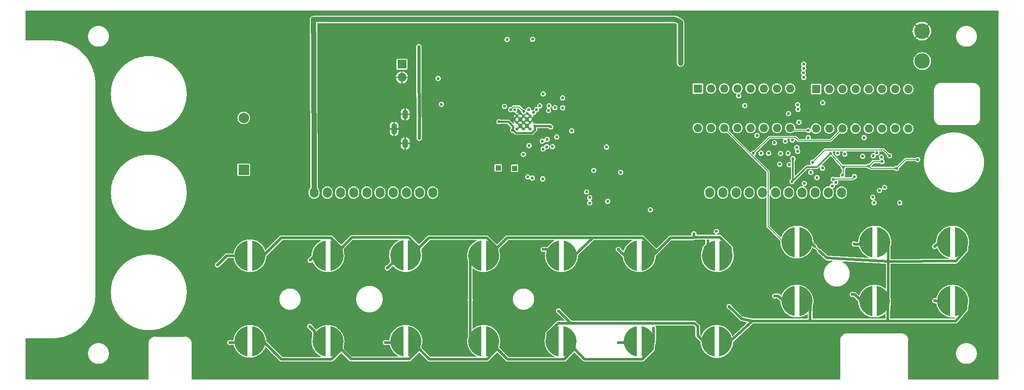
<source format=gbr>
%TF.GenerationSoftware,KiCad,Pcbnew,8.0.5*%
%TF.CreationDate,2024-09-30T13:59:48-07:00*%
%TF.ProjectId,combo_board,636f6d62-6f5f-4626-9f61-72642e6b6963,1*%
%TF.SameCoordinates,Original*%
%TF.FileFunction,Copper,L1,Top*%
%TF.FilePolarity,Positive*%
%FSLAX46Y46*%
G04 Gerber Fmt 4.6, Leading zero omitted, Abs format (unit mm)*
G04 Created by KiCad (PCBNEW 8.0.5) date 2024-09-30 13:59:48*
%MOMM*%
%LPD*%
G01*
G04 APERTURE LIST*
G04 Aperture macros list*
%AMFreePoly0*
4,1,28,2.106233,-2.909135,1.942468,-2.881932,1.621993,-2.795252,1.313310,-2.673056,1.020340,-2.516897,0.746805,-2.328759,0.496181,-2.111033,0.271653,-1.866484,0.076072,-1.598221,-0.088076,-1.309651,-0.218705,-1.004441,-0.314156,-0.686469,-0.373216,-0.359775,-0.395135,-0.028509,-0.379633,0.303118,-0.326908,0.630895,-0.237631,0.950655,-0.112934,1.258336,0.045596,1.550030,0.235947,1.822029,
0.455700,2.070879,0.702062,2.293416,0.971904,2.486814,1.261796,2.648615,1.568056,2.776764,1.886792,2.869632,2.100000,2.900000,2.106233,-2.909135,2.106233,-2.909135,$1*%
G04 Aperture macros list end*
%TA.AperFunction,SMDPad,CuDef*%
%ADD10FreePoly0,0.000000*%
%TD*%
%TA.AperFunction,SMDPad,CuDef*%
%ADD11FreePoly0,180.000000*%
%TD*%
%TA.AperFunction,ComponentPad*%
%ADD12O,1.700000X2.000000*%
%TD*%
%TA.AperFunction,ComponentPad*%
%ADD13O,1.100000X1.800000*%
%TD*%
%TA.AperFunction,ComponentPad*%
%ADD14O,1.100000X2.200000*%
%TD*%
%TA.AperFunction,ComponentPad*%
%ADD15R,1.700000X1.700000*%
%TD*%
%TA.AperFunction,ComponentPad*%
%ADD16O,1.700000X1.700000*%
%TD*%
%TA.AperFunction,ComponentPad*%
%ADD17C,0.600000*%
%TD*%
%TA.AperFunction,ComponentPad*%
%ADD18R,2.000000X2.000000*%
%TD*%
%TA.AperFunction,ComponentPad*%
%ADD19C,2.000000*%
%TD*%
%TA.AperFunction,ComponentPad*%
%ADD20C,3.000000*%
%TD*%
%TA.AperFunction,ComponentPad*%
%ADD21R,1.600000X1.600000*%
%TD*%
%TA.AperFunction,ComponentPad*%
%ADD22O,1.600000X1.600000*%
%TD*%
%TA.AperFunction,ComponentPad*%
%ADD23R,1.000000X1.000000*%
%TD*%
%TA.AperFunction,ViaPad*%
%ADD24C,0.600000*%
%TD*%
%TA.AperFunction,Conductor*%
%ADD25C,0.200000*%
%TD*%
%TA.AperFunction,Conductor*%
%ADD26C,0.300000*%
%TD*%
%TA.AperFunction,Conductor*%
%ADD27C,0.400000*%
%TD*%
%TA.AperFunction,Conductor*%
%ADD28C,0.150000*%
%TD*%
%TA.AperFunction,Conductor*%
%ADD29C,0.600000*%
%TD*%
%TA.AperFunction,Conductor*%
%ADD30C,1.000000*%
%TD*%
%TA.AperFunction,Conductor*%
%ADD31C,0.500000*%
%TD*%
G04 APERTURE END LIST*
D10*
%TO.P,SW18,1,1*%
%TO.N,RL4*%
X131360000Y7842700D03*
D11*
%TO.P,SW18,2,2*%
%TO.N,S0*%
X136510000Y7842700D03*
%TD*%
D10*
%TO.P,SW10,1,1*%
%TO.N,RL2*%
X71440000Y7872700D03*
D11*
%TO.P,SW10,2,2*%
%TO.N,S1*%
X76590000Y7872700D03*
%TD*%
D10*
%TO.P,SW7,1,1*%
%TO.N,RL6*%
X131450000Y24382700D03*
D11*
%TO.P,SW7,2,2*%
%TO.N,S2*%
X136600000Y24382700D03*
%TD*%
D10*
%TO.P,SW2,1,1*%
%TO.N,RL1*%
X56440000Y24372700D03*
D11*
%TO.P,SW2,2,2*%
%TO.N,S2*%
X61590000Y24372700D03*
%TD*%
D10*
%TO.P,SW19,1,1*%
%TO.N,RL5*%
X146790000Y27022700D03*
D11*
%TO.P,SW19,2,2*%
%TO.N,S0*%
X151940000Y27022700D03*
%TD*%
D10*
%TO.P,SW13,1,1*%
%TO.N,RL5*%
X116390000Y7872700D03*
D11*
%TO.P,SW13,2,2*%
%TO.N,S1*%
X121540000Y7872700D03*
%TD*%
D10*
%TO.P,SW3,1,1*%
%TO.N,RL2*%
X71410000Y24422700D03*
D11*
%TO.P,SW3,2,2*%
%TO.N,S2*%
X76560000Y24422700D03*
%TD*%
D10*
%TO.P,SW16,1,1*%
%TO.N,RL2*%
X176770000Y27022700D03*
D11*
%TO.P,SW16,2,2*%
%TO.N,S0*%
X181920000Y27022700D03*
%TD*%
D10*
%TO.P,SW1,1,1*%
%TO.N,RL0*%
X41420000Y24380000D03*
D11*
%TO.P,SW1,2,2*%
%TO.N,S2*%
X46570000Y24380000D03*
%TD*%
D10*
%TO.P,SW6,1,1*%
%TO.N,RL5*%
X116430000Y24392700D03*
D11*
%TO.P,SW6,2,2*%
%TO.N,S2*%
X121580000Y24392700D03*
%TD*%
D10*
%TO.P,SW4,1,1*%
%TO.N,RL3*%
X86420000Y24392700D03*
D11*
%TO.P,SW4,2,2*%
%TO.N,S2*%
X91570000Y24392700D03*
%TD*%
D10*
%TO.P,SW11,1,1*%
%TO.N,RL3*%
X86460000Y7872700D03*
D11*
%TO.P,SW11,2,2*%
%TO.N,S1*%
X91610000Y7872700D03*
%TD*%
D10*
%TO.P,SW14,1,1*%
%TO.N,RL0*%
X176800000Y15622700D03*
D11*
%TO.P,SW14,2,2*%
%TO.N,S0*%
X181950000Y15622700D03*
%TD*%
D10*
%TO.P,SW8,1,1*%
%TO.N,RL0*%
X41410000Y7872700D03*
D11*
%TO.P,SW8,2,2*%
%TO.N,S1*%
X46560000Y7872700D03*
%TD*%
D10*
%TO.P,SW5,1,1*%
%TO.N,RL4*%
X101420000Y24392700D03*
D11*
%TO.P,SW5,2,2*%
%TO.N,S2*%
X106570000Y24392700D03*
%TD*%
D10*
%TO.P,SW17,1,1*%
%TO.N,RL3*%
X146790000Y15632700D03*
D11*
%TO.P,SW17,2,2*%
%TO.N,S0*%
X151940000Y15632700D03*
%TD*%
D12*
%TO.P,DS1,1,F1/GND*%
%TO.N,Net-(DS1-F1{slash}GND)*%
X56340000Y36570000D03*
%TO.P,DS1,2,S3*%
%TO.N,PS3*%
X58880000Y36570000D03*
%TO.P,DS1,3,S2*%
%TO.N,PS2*%
X61420000Y36570000D03*
%TO.P,DS1,4,S1*%
%TO.N,PS1*%
X63960000Y36570000D03*
%TO.P,DS1,5,Pg*%
%TO.N,Pg*%
X66500000Y36570000D03*
%TO.P,DS1,6,Dp*%
%TO.N,PDP*%
X69040000Y36570000D03*
%TO.P,DS1,7,G0*%
%TO.N,G0*%
X71580000Y36570000D03*
%TO.P,DS1,8,G1*%
%TO.N,G1*%
X74120000Y36570000D03*
%TO.P,DS1,9,G2*%
%TO.N,G2*%
X76660000Y36570000D03*
%TO.P,DS1,10,G3*%
%TO.N,G3*%
X79200000Y36570000D03*
%TO.P,DS1,11,G4*%
%TO.N,G4*%
X132540000Y36570000D03*
%TO.P,DS1,12,G5*%
%TO.N,G5*%
X135080000Y36570000D03*
%TO.P,DS1,13,G6*%
%TO.N,G6*%
X137620000Y36570000D03*
%TO.P,DS1,14,G7*%
%TO.N,G7*%
X140160000Y36570000D03*
%TO.P,DS1,15,Pd*%
%TO.N,Pd*%
X142700000Y36570000D03*
%TO.P,DS1,16,Pe*%
%TO.N,Pe*%
X145240000Y36570000D03*
%TO.P,DS1,17,Pc*%
%TO.N,Pc*%
X147780000Y36570000D03*
%TO.P,DS1,18,Pf*%
%TO.N,Pf*%
X150320000Y36570000D03*
%TO.P,DS1,19,Pb*%
%TO.N,Pb*%
X152860000Y36570000D03*
%TO.P,DS1,20,Pa*%
%TO.N,Pa*%
X155400000Y36570000D03*
%TO.P,DS1,21,F2/+5V*%
%TO.N,Net-(DS1-F2{slash}+5V)*%
X157940000Y36570000D03*
%TD*%
D10*
%TO.P,SW9,1,1*%
%TO.N,RL1*%
X56440000Y7852700D03*
D11*
%TO.P,SW9,2,2*%
%TO.N,S1*%
X61590000Y7852700D03*
%TD*%
D10*
%TO.P,SW20,1,1*%
%TO.N,RL6*%
X161790000Y27022700D03*
D11*
%TO.P,SW20,2,2*%
%TO.N,S0*%
X166940000Y27022700D03*
%TD*%
D10*
%TO.P,SW15,1,1*%
%TO.N,RL1*%
X161750000Y15632700D03*
D11*
%TO.P,SW15,2,2*%
%TO.N,S0*%
X166900000Y15632700D03*
%TD*%
D10*
%TO.P,SW12,1,1*%
%TO.N,RL4*%
X101370000Y7872700D03*
D11*
%TO.P,SW12,2,2*%
%TO.N,S1*%
X106520000Y7872700D03*
%TD*%
D13*
%TO.P,J3,6,Shield*%
%TO.N,GND*%
X73907400Y46068100D03*
D14*
X71757400Y48868100D03*
D13*
X73907400Y51668100D03*
%TD*%
D15*
%TO.P,J2,1,Pin_1*%
%TO.N,/~{USB_BOOT}*%
X73272400Y61343100D03*
D16*
%TO.P,J2,2,Pin_2*%
%TO.N,GND*%
X73272400Y58803100D03*
%TD*%
D17*
%TO.P,U3,57,GND*%
%TO.N,GND*%
X97975000Y51377700D03*
X96700000Y51377700D03*
X95425000Y51377700D03*
X97975000Y50102700D03*
X96700000Y50102700D03*
X95425000Y50102700D03*
X97975000Y48827700D03*
X96700000Y48827700D03*
X95425000Y48827700D03*
%TD*%
D18*
%TO.P,LS1,1,1*%
%TO.N,/GPIO28_ADC2*%
X42790000Y40982700D03*
D19*
%TO.P,LS1,2,2*%
%TO.N,/GPIO29_ADC3*%
X42790000Y50982700D03*
%TD*%
D20*
%TO.P,TP4,1,1*%
%TO.N,GND*%
X173450000Y67732683D03*
%TD*%
D21*
%TO.P,J204,1,Pin_1*%
%TO.N,PDP*%
X153050000Y56550000D03*
D22*
%TO.P,J204,2,Pin_2*%
%TO.N,PS1*%
X155590000Y56550000D03*
%TO.P,J204,3,Pin_3*%
%TO.N,Pd*%
X158130000Y56550000D03*
%TO.P,J204,4,Pin_4*%
%TO.N,Pe*%
X160670000Y56550000D03*
%TO.P,J204,5,Pin_5*%
%TO.N,Pf*%
X163210000Y56550000D03*
%TO.P,J204,6,Pin_6*%
%TO.N,Pg*%
X165750000Y56550000D03*
%TO.P,J204,7,Pin_7*%
%TO.N,PS3*%
X168290000Y56550000D03*
%TO.P,J204,8,Pin_8*%
%TO.N,PS2*%
X170830000Y56550000D03*
%TO.P,J204,9,Pin_9*%
%TO.N,Pb*%
X170830000Y48930000D03*
%TO.P,J204,10,Pin_10*%
%TO.N,Pa*%
X168290000Y48930000D03*
%TO.P,J204,11,Pin_11*%
%TO.N,Pc*%
X165750000Y48930000D03*
%TO.P,J204,12,Pin_12*%
%TO.N,G0*%
X163210000Y48930000D03*
%TO.P,J204,13,Pin_13*%
%TO.N,G1*%
X160670000Y48930000D03*
%TO.P,J204,14,Pin_14*%
%TO.N,G4*%
X158130000Y48930000D03*
%TO.P,J204,15,Pin_15*%
%TO.N,G3*%
X155590000Y48930000D03*
%TO.P,J204,16,Pin_16*%
%TO.N,G2*%
X153050000Y48930000D03*
%TD*%
D20*
%TO.P,TP5,1,1*%
%TO.N,EXT_5V*%
X173510000Y61952683D03*
%TD*%
D23*
%TO.P,TP2,1,1*%
%TO.N,/GPIO26_ADC0*%
X94970000Y41262683D03*
%TD*%
%TO.P,TP3,1,1*%
%TO.N,/GPIO27_ADC1*%
X91830000Y41352683D03*
%TD*%
D21*
%TO.P,J203,1,Pin_1*%
%TO.N,F1*%
X130280000Y56660000D03*
D22*
%TO.P,J203,2,Pin_2*%
%TO.N,F2*%
X132820000Y56660000D03*
%TO.P,J203,3,Pin_3*%
%TO.N,S2*%
X135360000Y56660000D03*
%TO.P,J203,4,Pin_4*%
%TO.N,S1*%
X137900000Y56660000D03*
%TO.P,J203,5,Pin_5*%
%TO.N,S0*%
X140440000Y56660000D03*
%TO.P,J203,6,Pin_6*%
%TO.N,G5*%
X142980000Y56660000D03*
%TO.P,J203,7,Pin_7*%
%TO.N,G7*%
X145520000Y56660000D03*
%TO.P,J203,8,Pin_8*%
%TO.N,G6*%
X148060000Y56660000D03*
%TO.P,J203,9,Pin_9*%
%TO.N,RL0*%
X148060000Y49040000D03*
%TO.P,J203,10,Pin_10*%
%TO.N,RL1*%
X145520000Y49040000D03*
%TO.P,J203,11,Pin_11*%
%TO.N,RL6*%
X142980000Y49040000D03*
%TO.P,J203,12,Pin_12*%
%TO.N,RL4*%
X140440000Y49040000D03*
%TO.P,J203,13,Pin_13*%
%TO.N,RL2*%
X137900000Y49040000D03*
%TO.P,J203,14,Pin_14*%
%TO.N,RL5*%
X135360000Y49040000D03*
%TO.P,J203,15,Pin_15*%
%TO.N,RL3*%
X132820000Y49040000D03*
%TO.P,J203,16,Pin_16*%
%TO.N,GND2*%
X130280000Y49040000D03*
%TD*%
D24*
%TO.N,GND*%
X86040000Y59143000D03*
X99280000Y64792700D03*
X97580000Y63513000D03*
X99280000Y58303000D03*
%TO.N,+3V3*%
X158150000Y39922683D03*
X168570000Y41243000D03*
X158330000Y41483000D03*
X165770000Y42553000D03*
X155826000Y44127000D03*
X97680000Y52543000D03*
X94210000Y52583000D03*
X97765100Y45643000D03*
X148440000Y38702683D03*
X96730000Y52223000D03*
X172610000Y42953000D03*
X100470000Y44993000D03*
X163250000Y41673000D03*
X148600000Y43102683D03*
X98450000Y66162700D03*
X80869900Y53620000D03*
%TO.N,+1V1*%
X98850000Y49413000D03*
X94600000Y48603000D03*
X91964900Y50247000D03*
X101964400Y49247000D03*
%TO.N,/QSPI_SS*%
X93027800Y53213000D03*
X80235300Y58607000D03*
%TO.N,/G5_3V*%
X100478000Y55616000D03*
X139318000Y53366000D03*
%TO.N,/G7_3V*%
X147118000Y46490000D03*
X95000900Y52556000D03*
%TO.N,/G2_3V*%
X149764000Y50124000D03*
X98610600Y52029000D03*
%TO.N,/G6_3V*%
X104231100Y54840000D03*
X149354000Y45261000D03*
X112699000Y45350000D03*
%TO.N,/PDP_3V*%
X101610800Y53318000D03*
X152064000Y40480000D03*
X115416000Y40468000D03*
X99852500Y53318000D03*
%TO.N,/G3_3V*%
X110217000Y40844000D03*
X154310000Y41285000D03*
X102739200Y52971000D03*
%TO.N,/PD_3V*%
X147758000Y51810000D03*
X157217000Y44171000D03*
X99198400Y52594000D03*
%TO.N,/G4_3V*%
X149508000Y53538000D03*
X104253600Y52943000D03*
%TO.N,/PS1_3V*%
X154357000Y53919000D03*
X149565000Y52648000D03*
X101544600Y52400000D03*
%TO.N,/PF_3V*%
X156856520Y38529156D03*
X100379300Y39208000D03*
%TO.N,/PE_3V*%
X153234000Y39457000D03*
X162320000Y47186000D03*
X98387200Y39386000D03*
%TO.N,/G1_3V*%
X158597000Y43988000D03*
X164076000Y43660000D03*
X96668200Y43946000D03*
X147866000Y41967000D03*
%TO.N,/G0_3V*%
X156337094Y39131820D03*
X97490300Y39611000D03*
X160451000Y39627000D03*
X162022000Y43579000D03*
%TO.N,/PC_3V*%
X151572000Y47184000D03*
X105964000Y48480000D03*
X165642000Y43426000D03*
X148481000Y46724000D03*
%TO.N,/PG_3V*%
X166241000Y37579000D03*
X103082600Y47302000D03*
X112906000Y34893000D03*
%TO.N,/PS3_3V*%
X165277000Y36978000D03*
X102304800Y45444000D03*
X108834000Y36700000D03*
%TO.N,/PA_3V*%
X152366000Y42426000D03*
X167211000Y43687000D03*
X100304000Y46493000D03*
%TO.N,/PS2_3V*%
X101249700Y46828000D03*
X109441000Y35598000D03*
X163964000Y35682000D03*
%TO.N,/VBUS*%
X76515000Y64687700D03*
X76550000Y63823000D03*
X76550000Y62933000D03*
X93520000Y66122700D03*
X76590000Y47073000D03*
%TO.N,/PB_3V*%
X101157200Y45414000D03*
X109441000Y34579000D03*
X164214000Y34608000D03*
%TO.N,G2*%
X146061000Y42062000D03*
%TO.N,PS2*%
X169195000Y34612000D03*
%TO.N,Pg*%
X156187280Y37881820D03*
%TO.N,G0*%
X146230000Y44115000D03*
%TO.N,G3*%
X149522000Y44509000D03*
%TO.N,G7*%
X143920000Y44166000D03*
%TO.N,G4*%
X140987000Y44166000D03*
%TO.N,Net-(DS1-F2{slash}+5V)*%
X150678517Y58812683D03*
X150640000Y59702683D03*
X150672672Y60562683D03*
X150670000Y61362683D03*
%TO.N,Net-(DS1-F1{slash}GND)*%
X126950000Y62432683D03*
X126970000Y63262683D03*
X126950000Y61562683D03*
X126970000Y63992683D03*
%TO.N,PDP*%
X150779000Y38338000D03*
%TO.N,G1*%
X147675000Y44166000D03*
%TO.N,RL5*%
X114959000Y7613000D03*
X114979000Y25612000D03*
%TO.N,S2*%
X138135000Y55241000D03*
X129518000Y28612000D03*
%TO.N,RL3*%
X86420000Y15857000D03*
X142455000Y44166000D03*
X145097000Y16612000D03*
%TO.N,RL4*%
X103465700Y13731000D03*
X130251000Y10715000D03*
X100478000Y25612000D03*
%TO.N,RL2*%
X121135000Y33258000D03*
X70466000Y22024000D03*
X70076000Y7613000D03*
X175910000Y26163000D03*
%TO.N,S1*%
X121774000Y10413000D03*
%TO.N,RL0*%
X164773000Y44247000D03*
X40122500Y7613000D03*
X175938000Y15716000D03*
X151572000Y48580000D03*
X37736300Y22612000D03*
%TO.N,RL6*%
X133850000Y29083000D03*
X132206000Y27243000D03*
X160410000Y26663000D03*
X141681000Y47611000D03*
%TO.N,S0*%
X136330000Y14588000D03*
%TO.N,RL1*%
X55580800Y23514000D03*
X160046000Y16905000D03*
X55528500Y10747000D03*
X145053000Y46188000D03*
%TD*%
D25*
%TO.N,+3V3*%
X158330000Y41483000D02*
X158330000Y40102683D01*
X94733000Y53106000D02*
X95847000Y53106000D01*
X94210000Y52583000D02*
X94733000Y53106000D01*
X158550000Y41673000D02*
X163250000Y41673000D01*
X165770000Y42553000D02*
X164130000Y42553000D01*
X172610000Y42953000D02*
X170280000Y42953000D01*
D26*
X148600000Y38862683D02*
X148600000Y43102683D01*
D25*
X170280000Y42953000D02*
X168570000Y41243000D01*
X168570000Y41243000D02*
X163680000Y41243000D01*
X157950000Y41762683D02*
X155826000Y44127000D01*
D26*
X153211683Y41512683D02*
X155826000Y44127000D01*
D25*
X158330000Y40102683D02*
X158150000Y39922683D01*
D26*
X148440000Y38702683D02*
X151250000Y41512683D01*
D25*
X158330000Y41483000D02*
X158550000Y41673000D01*
D26*
X148440000Y38702683D02*
X148600000Y38862683D01*
X151250000Y41512683D02*
X153211683Y41512683D01*
D25*
X158330000Y41483000D02*
X157950000Y41762683D01*
X164130000Y42553000D02*
X163250000Y41673000D01*
X95847000Y53106000D02*
X96730000Y52223000D01*
X163680000Y41243000D02*
X163250000Y41673000D01*
D27*
%TO.N,+1V1*%
X95210400Y48123000D02*
X98309400Y48123000D01*
X98864400Y48678000D02*
X98864400Y49447000D01*
X98874400Y49457000D02*
X101754400Y49457000D01*
X98864400Y49447000D02*
X98874400Y49457000D01*
X98309400Y48123000D02*
X98864400Y48678000D01*
X93774900Y50247000D02*
X94664400Y49357000D01*
X94664400Y49357000D02*
X94664400Y48667000D01*
X91964900Y50247000D02*
X93774900Y50247000D01*
X94664400Y48667000D02*
X95210400Y48123000D01*
X101754400Y49457000D02*
X101964400Y49247000D01*
D28*
%TO.N,/G0_3V*%
X156439274Y39234000D02*
X156337094Y39131820D01*
X160058000Y39234000D02*
X156439274Y39234000D01*
X160451000Y39627000D02*
X160058000Y39234000D01*
%TO.N,/PA_3V*%
X154755800Y44815800D02*
X152366000Y42426000D01*
X166082200Y44815800D02*
X154755800Y44815800D01*
X167211000Y43687000D02*
X166082200Y44815800D01*
D29*
%TO.N,/VBUS*%
X76590000Y47073000D02*
X76540000Y64742700D01*
D28*
%TO.N,G4*%
X144072000Y47251000D02*
X149064000Y47251000D01*
X155834000Y46634000D02*
X158130000Y48930000D01*
X149681000Y46634000D02*
X155834000Y46634000D01*
X149064000Y47251000D02*
X149681000Y46634000D01*
X140987000Y44166000D02*
X144072000Y47251000D01*
D30*
%TO.N,Net-(DS1-F1{slash}GND)*%
X126870000Y69492683D02*
X126080000Y69952683D01*
X126080000Y69952683D02*
X125600000Y69972683D01*
X126950000Y69412683D02*
X126870000Y69492683D01*
X56240000Y67422700D02*
X56270000Y67392700D01*
X125600000Y69972683D02*
X56240000Y69972683D01*
X126950000Y61562683D02*
X126950000Y69412683D01*
X56240000Y69972683D02*
X56240000Y67422700D01*
X56340000Y36570000D02*
X56270000Y67392700D01*
D31*
%TO.N,RL5*%
X114959000Y7613000D02*
X116130000Y7613000D01*
D28*
X116125000Y24697500D02*
X116430000Y24393000D01*
X143800000Y40600000D02*
X143800000Y30013000D01*
X115820000Y25002000D02*
X116125000Y24697500D01*
D31*
X116198000Y24393000D02*
X115588000Y25002000D01*
D28*
X116125000Y24697500D02*
X116125200Y24697500D01*
D31*
X115588000Y25002000D02*
X114979000Y25612000D01*
D28*
X135360000Y49040000D02*
X143800000Y40600000D01*
X116125200Y24697500D02*
X116430000Y24392700D01*
X143800000Y30013000D02*
X146790000Y27023000D01*
X115588000Y25002000D02*
X115820000Y25002000D01*
D31*
%TO.N,S2*%
X63635100Y27900000D02*
X74592100Y27900000D01*
X121580000Y24393000D02*
X122318000Y25131000D01*
X74592100Y27900000D02*
X76560000Y25932000D01*
X134531000Y27958000D02*
X136600000Y25889000D01*
X61590000Y25855000D02*
X63635100Y27900000D01*
X91570000Y25885000D02*
X93541700Y27856000D01*
X93541700Y27856000D02*
X110080000Y27856000D01*
X76560000Y25932000D02*
X76560000Y24423000D01*
X125012000Y27825000D02*
X129386000Y27825000D01*
X50041100Y27851000D02*
X59594200Y27851000D01*
X129518000Y27958000D02*
X134531000Y27958000D01*
X89611300Y27843000D02*
X78470800Y27843000D01*
X107480000Y25363000D02*
X106570000Y24393000D01*
X129386000Y27825000D02*
X129518000Y27958000D01*
X78470800Y27843000D02*
X76560000Y25932000D01*
X46570000Y24380000D02*
X50041100Y27851000D01*
X129518000Y28612000D02*
X129518000Y27958000D01*
X110080000Y27856000D02*
X119593000Y27856000D01*
X110080000Y27856000D02*
X107480000Y25363000D01*
X91570000Y25885000D02*
X89611300Y27843000D01*
X122318000Y25131000D02*
X125012000Y27825000D01*
X59594200Y27851000D02*
X61590000Y25855000D01*
X136600000Y25889000D02*
X136600000Y24383000D01*
X91570000Y24393000D02*
X91570000Y25885000D01*
X61590000Y25855000D02*
X61590000Y24373000D01*
X119593000Y27856000D02*
X122318000Y25131000D01*
%TO.N,RL3*%
X86420000Y11885000D02*
X86420000Y7913000D01*
X86420000Y15857000D02*
X86420000Y11885000D01*
X145810000Y16612000D02*
X146300000Y16122000D01*
X86420000Y24392700D02*
X86420000Y15857000D01*
D28*
X146789300Y15632700D02*
X146300000Y16122000D01*
X86460000Y11845000D02*
X86460000Y7873000D01*
X86420000Y11885000D02*
X86460000Y11845000D01*
D31*
X145097000Y16612000D02*
X145810000Y16612000D01*
%TO.N,RL4*%
X101125500Y25612000D02*
X101882400Y24855100D01*
X130251000Y10715000D02*
X130251000Y8952000D01*
X130251000Y8952000D02*
X131360000Y7843000D01*
X105826000Y11370000D02*
X129596000Y11370000D01*
X103340400Y11370000D02*
X105826000Y11370000D01*
X105826000Y11370000D02*
X103465700Y13731000D01*
X101370000Y7873000D02*
X101370000Y9400000D01*
X100478000Y25612000D02*
X101125500Y25612000D01*
X101370000Y9400000D02*
X103340400Y11370000D01*
X129596000Y11370000D02*
X130251000Y10715000D01*
D28*
%TO.N,RL2*%
X176555000Y26808000D02*
X176340000Y26593000D01*
D31*
X175910000Y26163000D02*
X176340000Y26593000D01*
X70076000Y7613000D02*
X71180100Y7613000D01*
X71410000Y22968000D02*
X70466000Y22024000D01*
X71410000Y24422700D02*
X71410000Y22968000D01*
%TO.N,S1*%
X46992900Y7440000D02*
X46993200Y7440000D01*
X76590000Y6400000D02*
X76590000Y7872700D01*
X91610000Y6400000D02*
X93617400Y4393000D01*
X78566900Y4423000D02*
X89633100Y4423000D01*
X48292800Y6140000D02*
X48292700Y6140000D01*
X119577000Y4437000D02*
X121540000Y6400000D01*
X106520000Y6400000D02*
X106520000Y7872700D01*
X104513000Y4393000D02*
X106520000Y6400000D01*
X50025500Y4407000D02*
X48292800Y6140000D01*
X61590000Y6305000D02*
X63451000Y4444000D01*
X121774000Y9260000D02*
X121540000Y9026000D01*
X89633100Y4423000D02*
X91610000Y6400000D01*
X61590000Y6305000D02*
X59692100Y4407000D01*
X121774000Y8107000D02*
X121774000Y8683500D01*
X76590000Y6400000D02*
X78566900Y4423000D01*
X47426400Y7006000D02*
X46560100Y7873000D01*
X46560100Y7873000D02*
X46992900Y7440000D01*
X91610000Y6400000D02*
X91610000Y7872700D01*
X61590000Y6305000D02*
X61590000Y7852700D01*
X48292700Y6140000D02*
X47426400Y7006000D01*
D28*
X121774000Y8683500D02*
X121540000Y8449500D01*
D31*
X121774000Y9260000D02*
X121774000Y10413000D01*
X47426400Y7006000D02*
X48292800Y6140000D01*
X47426400Y7006000D02*
X46993200Y7440000D01*
X121774000Y8683500D02*
X121774000Y9260000D01*
X63451000Y4444000D02*
X74634000Y4444000D01*
X74634000Y4444000D02*
X76590000Y6400000D01*
X121540000Y6400000D02*
X121540000Y7872700D01*
X46776600Y7656500D02*
X46993200Y7440000D01*
X46560000Y7873000D02*
X46776600Y7656500D01*
X108483000Y4437000D02*
X119577000Y4437000D01*
X106520000Y6400000D02*
X108483000Y4437000D01*
X59692100Y4407000D02*
X50025500Y4407000D01*
X93617400Y4393000D02*
X104513000Y4393000D01*
%TO.N,RL0*%
X176031000Y15623000D02*
X176799700Y15623000D01*
X39504000Y24380000D02*
X37736300Y22612000D01*
X41420000Y24380000D02*
X39504000Y24380000D01*
X40122500Y7613000D02*
X41150100Y7613000D01*
X175938000Y15716000D02*
X176031000Y15623000D01*
D28*
X148520000Y48580000D02*
X151572000Y48580000D01*
D31*
%TO.N,RL6*%
X132206000Y26267000D02*
X132206000Y26755000D01*
D28*
X131450000Y25999000D02*
X131450000Y24382700D01*
D31*
X161575000Y26808000D02*
X161682500Y26915500D01*
X161360000Y26592000D02*
X161790000Y27022000D01*
D28*
X132206000Y26755000D02*
X131450000Y25999000D01*
D31*
X161360000Y26592000D02*
X161575000Y26808000D01*
X132206000Y26755000D02*
X132206000Y27243000D01*
X161360000Y26592000D02*
X160481000Y26592000D01*
X160481000Y26592000D02*
X160410000Y26663000D01*
D28*
%TO.N,S0*%
X153656000Y25306000D02*
X152798000Y26164000D01*
D31*
X166866500Y11782683D02*
X151906500Y11782683D01*
X138729000Y12189000D02*
X136330000Y14588000D01*
X181920000Y25499000D02*
X181920000Y27022700D01*
X152798000Y26164000D02*
X151940000Y27022000D01*
X180010000Y23332683D02*
X181920000Y25499000D01*
X166940000Y23272683D02*
X180010000Y23332683D01*
D28*
X166940000Y19608000D02*
X166900000Y19568000D01*
D31*
X166940000Y19608000D02*
X166940000Y15673000D01*
X153656000Y25306000D02*
X155180000Y23933000D01*
X155180000Y23933000D02*
X166940000Y23272683D01*
D28*
X166900000Y19568000D02*
X166900000Y15633000D01*
D31*
X166940000Y23272683D02*
X166940000Y23542000D01*
X136510000Y7843000D02*
X140822500Y11782683D01*
X179973500Y11782683D02*
X166866500Y11782683D01*
X152369000Y26593500D02*
X152798000Y26164000D01*
D28*
X152369000Y26593500D02*
X151940000Y27022500D01*
D31*
X151906500Y11782683D02*
X151940000Y15632700D01*
X166866500Y11782683D02*
X166900000Y15632700D01*
D28*
X152798000Y26164000D02*
X151940000Y27022000D01*
D31*
X166940000Y23542000D02*
X166940000Y19608000D01*
X181950000Y15622700D02*
X181950000Y14132000D01*
X151940000Y27023000D02*
X152369000Y26593500D01*
X140822500Y11782683D02*
X138729000Y12189000D01*
X181950000Y14132000D02*
X179973500Y11782683D01*
X151906500Y11782683D02*
X140822500Y11782683D01*
X166940000Y27022700D02*
X166940000Y23542000D01*
%TO.N,RL1*%
X55580800Y23514000D02*
X56010400Y23944000D01*
X160046000Y16905000D02*
X160478000Y16905000D01*
X160478000Y16905000D02*
X161750000Y15633000D01*
X55528500Y10747000D02*
X56440000Y9835000D01*
X56010400Y23944000D02*
X56010800Y23944000D01*
X56225400Y24158000D02*
X56332700Y24265500D01*
X56440000Y9835000D02*
X56440000Y7853000D01*
X56010800Y23944000D02*
X56225400Y24158000D01*
X56440000Y24373000D02*
X56010400Y23944000D01*
%TD*%
%TA.AperFunction,Conductor*%
%TO.N,GND*%
G36*
X188172182Y71690593D02*
G01*
X188208146Y71641093D01*
X188212991Y71610500D01*
X188212991Y612183D01*
X188194084Y553992D01*
X188144584Y518028D01*
X188113991Y513183D01*
X170900158Y513183D01*
X170841967Y532090D01*
X170806003Y581590D01*
X170801158Y612183D01*
X170801158Y5546873D01*
X180020588Y5546873D01*
X180021332Y5517420D01*
X180021332Y5512424D01*
X180020588Y5482970D01*
X180021273Y5476514D01*
X180021143Y5476501D01*
X180022659Y5464983D01*
X180022735Y5461980D01*
X180022736Y5461956D01*
X180021804Y5450378D01*
X180021931Y5450371D01*
X180021574Y5443900D01*
X180023808Y5414526D01*
X180024061Y5409526D01*
X180024805Y5380092D01*
X180025815Y5373680D01*
X180025688Y5373661D01*
X180027784Y5362240D01*
X180027942Y5360163D01*
X180027597Y5348559D01*
X180027729Y5348558D01*
X180027699Y5342072D01*
X180031415Y5312823D01*
X180031919Y5307860D01*
X180034154Y5278475D01*
X180035487Y5272124D01*
X180035355Y5272097D01*
X180038032Y5260754D01*
X180038183Y5259561D01*
X180038420Y5248022D01*
X180038554Y5248028D01*
X180038850Y5241551D01*
X180044036Y5212515D01*
X180044788Y5207593D01*
X180048509Y5178309D01*
X180050162Y5172029D01*
X180050019Y5171992D01*
X180053298Y5160650D01*
X180053365Y5160270D01*
X180054158Y5148943D01*
X180054289Y5148955D01*
X180054910Y5142499D01*
X180054910Y5142496D01*
X180054911Y5142492D01*
X180061559Y5113688D01*
X180062552Y5108830D01*
X180067743Y5079758D01*
X180069709Y5073571D01*
X180068595Y5073218D01*
X180073650Y5051305D01*
X180074815Y5051476D01*
X180075757Y5045059D01*
X180083841Y5016591D01*
X180085070Y5011815D01*
X180091730Y4982962D01*
X180094001Y4976887D01*
X180092830Y4976450D01*
X180098772Y4955516D01*
X180100010Y4955760D01*
X180101269Y4949397D01*
X180110775Y4921303D01*
X180112228Y4916626D01*
X180113143Y4913407D01*
X180120332Y4888088D01*
X180122904Y4882130D01*
X180121686Y4881605D01*
X180128446Y4861615D01*
X180129746Y4861939D01*
X180131318Y4855644D01*
X180131319Y4855640D01*
X180135732Y4844449D01*
X180142214Y4828009D01*
X180143890Y4823430D01*
X180151946Y4799621D01*
X180153418Y4795272D01*
X180156279Y4789455D01*
X180155019Y4788836D01*
X180162543Y4769747D01*
X180163899Y4770157D01*
X180165777Y4763948D01*
X180165778Y4763944D01*
X180176940Y4739254D01*
X180178048Y4736803D01*
X180179937Y4732336D01*
X180190852Y4704654D01*
X180193998Y4698983D01*
X180192713Y4698271D01*
X180200951Y4680048D01*
X180202343Y4680543D01*
X180204521Y4674431D01*
X180218114Y4647893D01*
X180220209Y4643544D01*
X180232493Y4616371D01*
X180235916Y4610856D01*
X180234624Y4610055D01*
X180243531Y4592660D01*
X180244947Y4593243D01*
X180247419Y4587245D01*
X180262310Y4561345D01*
X180264599Y4557131D01*
X180278217Y4530543D01*
X180281905Y4525202D01*
X180280611Y4524310D01*
X180290149Y4507718D01*
X180291580Y4508390D01*
X180294341Y4502513D01*
X180294342Y4502511D01*
X180294343Y4502509D01*
X180294345Y4502506D01*
X180310495Y4477314D01*
X180312973Y4473235D01*
X180327887Y4447297D01*
X180331826Y4442145D01*
X180330544Y4441166D01*
X180340703Y4425317D01*
X180342135Y4426075D01*
X180345170Y4420346D01*
X180362532Y4395931D01*
X180365193Y4391991D01*
X180381363Y4366769D01*
X180385550Y4361809D01*
X180384284Y4360741D01*
X180395044Y4345611D01*
X180396473Y4346457D01*
X180399782Y4340874D01*
X180418315Y4317292D01*
X180421152Y4313499D01*
X180438534Y4289056D01*
X180438538Y4289053D01*
X180442955Y4284302D01*
X180441727Y4283161D01*
X180453073Y4268727D01*
X180454473Y4269649D01*
X180458042Y4264236D01*
X180462276Y4259348D01*
X180477713Y4241527D01*
X180480696Y4237912D01*
X180490301Y4225690D01*
X180499252Y4214299D01*
X180503895Y4209763D01*
X180502709Y4208550D01*
X180514648Y4194767D01*
X180516019Y4195767D01*
X180519845Y4190527D01*
X180519847Y4190524D01*
X180540583Y4168775D01*
X180543739Y4165302D01*
X180563403Y4142601D01*
X180563409Y4142597D01*
X180568253Y4138296D01*
X180567123Y4137024D01*
X180579668Y4123869D01*
X180580993Y4124936D01*
X180585062Y4119887D01*
X180585064Y4119884D01*
X180585065Y4119883D01*
X180585067Y4119881D01*
X180606798Y4099162D01*
X180610123Y4095838D01*
X180612996Y4092825D01*
X180630866Y4074082D01*
X180635916Y4070013D01*
X180634837Y4068676D01*
X180647992Y4056137D01*
X180649275Y4057275D01*
X180653577Y4052429D01*
X180653580Y4052425D01*
X180653582Y4052423D01*
X180653586Y4052419D01*
X180676276Y4032765D01*
X180679759Y4029601D01*
X180701507Y4008866D01*
X180701509Y4008865D01*
X180706749Y4005039D01*
X180705747Y4003668D01*
X180719527Y3991733D01*
X180720739Y3992916D01*
X180725272Y3988277D01*
X180725276Y3988274D01*
X180725277Y3988273D01*
X180748868Y3969734D01*
X180748875Y3969729D01*
X180752524Y3966717D01*
X180764324Y3956496D01*
X180775212Y3947065D01*
X180775216Y3947064D01*
X180780628Y3943494D01*
X180779694Y3942079D01*
X180794139Y3930734D01*
X180795288Y3931969D01*
X180800036Y3927554D01*
X180800037Y3927553D01*
X180824505Y3910154D01*
X180828273Y3907335D01*
X180851859Y3888800D01*
X180851861Y3888799D01*
X180857444Y3885489D01*
X180856596Y3884060D01*
X180871719Y3873308D01*
X180872786Y3874571D01*
X180877744Y3870386D01*
X180902950Y3854227D01*
X180906891Y3851565D01*
X180931320Y3834194D01*
X180931323Y3834192D01*
X180931325Y3834192D01*
X180937060Y3831153D01*
X180936293Y3829706D01*
X180952133Y3819557D01*
X180953121Y3820848D01*
X180958275Y3816908D01*
X180958279Y3816906D01*
X180958280Y3816905D01*
X180984240Y3801979D01*
X180988273Y3799529D01*
X181013490Y3783362D01*
X181013493Y3783362D01*
X181019368Y3780601D01*
X181018692Y3779164D01*
X181035280Y3769632D01*
X181036176Y3770928D01*
X181041516Y3767242D01*
X181041519Y3767241D01*
X181041522Y3767238D01*
X181068133Y3753609D01*
X181072292Y3751350D01*
X181098228Y3736437D01*
X181098238Y3736435D01*
X181104227Y3733966D01*
X181103638Y3732537D01*
X181121029Y3723636D01*
X181121837Y3724936D01*
X181127347Y3721517D01*
X181127351Y3721514D01*
X181154525Y3709230D01*
X181158870Y3707136D01*
X181185412Y3693541D01*
X181185415Y3693540D01*
X181185417Y3693539D01*
X181185418Y3693539D01*
X181191530Y3691360D01*
X181191031Y3689963D01*
X181209251Y3681731D01*
X181209965Y3683017D01*
X181215632Y3679874D01*
X181215637Y3679870D01*
X181215641Y3679869D01*
X181215642Y3679868D01*
X181243318Y3668956D01*
X181247771Y3667074D01*
X181274926Y3654797D01*
X181274928Y3654797D01*
X181274930Y3654796D01*
X181281139Y3652918D01*
X181280727Y3651558D01*
X181299810Y3644038D01*
X181300433Y3645302D01*
X181306252Y3642439D01*
X181306253Y3642439D01*
X181306254Y3642438D01*
X181334428Y3632905D01*
X181338960Y3631246D01*
X181366624Y3620338D01*
X181366629Y3620338D01*
X181372928Y3618764D01*
X181372601Y3617456D01*
X181392587Y3610699D01*
X181393116Y3611922D01*
X181399066Y3609353D01*
X181399069Y3609353D01*
X181399071Y3609351D01*
X181427645Y3601238D01*
X181432255Y3599804D01*
X181460374Y3590288D01*
X181460377Y3590288D01*
X181466748Y3589027D01*
X181466501Y3587782D01*
X181487428Y3581845D01*
X181487868Y3583020D01*
X181493948Y3580747D01*
X181522785Y3574092D01*
X181527555Y3572866D01*
X181556044Y3564776D01*
X181556048Y3564776D01*
X181562470Y3563832D01*
X181562297Y3562661D01*
X181584193Y3557611D01*
X181584549Y3558729D01*
X181590725Y3556768D01*
X181590735Y3556763D01*
X181619867Y3551561D01*
X181624669Y3550578D01*
X181653481Y3543928D01*
X181653481Y3543929D01*
X181653482Y3543928D01*
X181659944Y3543306D01*
X181659930Y3543163D01*
X181671497Y3542342D01*
X181671870Y3542275D01*
X181682976Y3539050D01*
X181683011Y3539180D01*
X181689289Y3537529D01*
X181689293Y3537527D01*
X181709359Y3534978D01*
X181718561Y3533808D01*
X181723487Y3533056D01*
X181752538Y3527868D01*
X181759020Y3527571D01*
X181759013Y3527432D01*
X181770649Y3527190D01*
X181771843Y3527038D01*
X181783079Y3524379D01*
X181783106Y3524505D01*
X181789457Y3523174D01*
X181789462Y3523172D01*
X181818865Y3520937D01*
X181823769Y3520440D01*
X181853060Y3516717D01*
X181853067Y3516719D01*
X181859554Y3516746D01*
X181859554Y3516615D01*
X181871154Y3516960D01*
X181873225Y3516803D01*
X181884651Y3514706D01*
X181884671Y3514832D01*
X181891076Y3513824D01*
X181891078Y3513824D01*
X181891082Y3513823D01*
X181920551Y3513079D01*
X181925497Y3512828D01*
X181954891Y3510592D01*
X181954898Y3510594D01*
X181961368Y3510949D01*
X181961375Y3510821D01*
X181972954Y3511754D01*
X181975978Y3511677D01*
X181987487Y3510161D01*
X181987501Y3510291D01*
X181993948Y3509609D01*
X181993957Y3509606D01*
X182023419Y3510351D01*
X182028402Y3510351D01*
X182057865Y3509606D01*
X182057872Y3509608D01*
X182064324Y3510291D01*
X182064337Y3510161D01*
X182075840Y3511677D01*
X182078862Y3511754D01*
X182090441Y3510821D01*
X182090449Y3510948D01*
X182096924Y3510592D01*
X182096928Y3510593D01*
X182096931Y3510592D01*
X182126323Y3512828D01*
X182131302Y3513080D01*
X182160739Y3513823D01*
X182160746Y3513826D01*
X182167153Y3514833D01*
X182167173Y3514706D01*
X182178593Y3516803D01*
X182180665Y3516960D01*
X182192264Y3516615D01*
X182192265Y3516746D01*
X182198755Y3516717D01*
X182198757Y3516718D01*
X182198759Y3516717D01*
X182228033Y3520438D01*
X182232947Y3520936D01*
X182262358Y3523172D01*
X182262359Y3523173D01*
X182268712Y3524505D01*
X182268738Y3524380D01*
X182279953Y3527035D01*
X182281154Y3527188D01*
X182292809Y3527432D01*
X182292803Y3527571D01*
X182299277Y3527868D01*
X182299278Y3527869D01*
X182299283Y3527868D01*
X182328370Y3533064D01*
X182333208Y3533802D01*
X182362526Y3537527D01*
X182362530Y3537529D01*
X182362532Y3537529D01*
X182368805Y3539179D01*
X182368840Y3539046D01*
X182380008Y3542286D01*
X182380402Y3542356D01*
X182391886Y3543167D01*
X182391873Y3543306D01*
X182398329Y3543927D01*
X182398333Y3543929D01*
X182398336Y3543928D01*
X182427172Y3550584D01*
X182431995Y3551570D01*
X182446861Y3554225D01*
X182461084Y3556764D01*
X182467268Y3558729D01*
X182467623Y3557610D01*
X182489519Y3562661D01*
X182489348Y3563832D01*
X182495765Y3564775D01*
X182495768Y3564776D01*
X182495773Y3564776D01*
X182524299Y3572877D01*
X182529000Y3574086D01*
X182550444Y3579035D01*
X182557867Y3580747D01*
X182563947Y3583020D01*
X182564388Y3581841D01*
X182585320Y3587783D01*
X182585074Y3589029D01*
X182591437Y3590288D01*
X182591439Y3590289D01*
X182591442Y3590289D01*
X182619548Y3599800D01*
X182624195Y3601245D01*
X182652745Y3609351D01*
X182652750Y3609355D01*
X182658701Y3611923D01*
X182659231Y3610695D01*
X182679224Y3617455D01*
X182678897Y3618767D01*
X182685189Y3620338D01*
X182685191Y3620338D01*
X182685194Y3620339D01*
X182712851Y3631244D01*
X182717411Y3632914D01*
X182745562Y3642439D01*
X182745570Y3642445D01*
X182751391Y3645307D01*
X182752017Y3644035D01*
X182771088Y3651553D01*
X182770675Y3652919D01*
X182776883Y3654797D01*
X182776887Y3654797D01*
X182776890Y3654799D01*
X182776892Y3654799D01*
X182804034Y3667070D01*
X182808508Y3668962D01*
X182808511Y3668963D01*
X182836177Y3679871D01*
X182836182Y3679876D01*
X182841855Y3683021D01*
X182842570Y3681732D01*
X182860783Y3689963D01*
X182860285Y3691361D01*
X182866394Y3693539D01*
X182866394Y3693540D01*
X182866398Y3693540D01*
X182892962Y3707147D01*
X182897272Y3709222D01*
X182898248Y3709664D01*
X182924463Y3721514D01*
X182924467Y3721518D01*
X182929976Y3724936D01*
X182930786Y3723631D01*
X182948175Y3732535D01*
X182947586Y3733964D01*
X182953582Y3736436D01*
X182953582Y3736437D01*
X182953585Y3736437D01*
X182979506Y3751343D01*
X182983674Y3753607D01*
X183010292Y3767239D01*
X183010294Y3767242D01*
X183015637Y3770929D01*
X183016539Y3769622D01*
X183033122Y3779153D01*
X183032442Y3780600D01*
X183038317Y3783360D01*
X183038319Y3783362D01*
X183038321Y3783362D01*
X183063535Y3799528D01*
X183067567Y3801977D01*
X183093533Y3816906D01*
X183093536Y3816910D01*
X183098691Y3820850D01*
X183099683Y3819552D01*
X183115513Y3829700D01*
X183114745Y3831149D01*
X183120480Y3834189D01*
X183120480Y3834190D01*
X183120488Y3834192D01*
X183144956Y3851593D01*
X183148811Y3854196D01*
X183174066Y3870386D01*
X183174069Y3870390D01*
X183179027Y3874574D01*
X183180104Y3873298D01*
X183195226Y3884049D01*
X183194371Y3885491D01*
X183199949Y3888799D01*
X183199954Y3888801D01*
X183211368Y3897772D01*
X183223538Y3907335D01*
X183227341Y3910179D01*
X183227342Y3910180D01*
X183251774Y3927553D01*
X183251777Y3927557D01*
X183256531Y3931976D01*
X183257682Y3930738D01*
X183272115Y3942080D01*
X183271182Y3943495D01*
X183276590Y3947062D01*
X183276600Y3947066D01*
X183299294Y3966726D01*
X183302934Y3969729D01*
X183326535Y3988275D01*
X183326536Y3988278D01*
X183326540Y3988280D01*
X183331073Y3992918D01*
X183332289Y3991730D01*
X183346065Y4003663D01*
X183345060Y4005039D01*
X183350293Y4008862D01*
X183350302Y4008866D01*
X183372044Y4029597D01*
X183375501Y4032740D01*
X183398230Y4052427D01*
X183398234Y4052435D01*
X183402538Y4057280D01*
X183403828Y4056135D01*
X183416975Y4068668D01*
X183415892Y4070012D01*
X183420946Y4074085D01*
X183429932Y4083511D01*
X183441683Y4095838D01*
X183444991Y4099146D01*
X183466745Y4119884D01*
X183466745Y4119885D01*
X183470817Y4124937D01*
X183472166Y4123850D01*
X183484698Y4136996D01*
X183483549Y4138291D01*
X183488396Y4142595D01*
X183488403Y4142599D01*
X183508094Y4165334D01*
X183511199Y4168750D01*
X183531962Y4190526D01*
X183531966Y4190535D01*
X183535792Y4195772D01*
X183537170Y4194766D01*
X183549100Y4208537D01*
X183547909Y4209756D01*
X183552554Y4214296D01*
X183552553Y4214296D01*
X183552557Y4214298D01*
X183571120Y4237922D01*
X183574115Y4241550D01*
X183593763Y4264231D01*
X183593765Y4264237D01*
X183597337Y4269652D01*
X183598750Y4268720D01*
X183610091Y4283151D01*
X183608853Y4284302D01*
X183613270Y4289054D01*
X183613274Y4289056D01*
X183630651Y4313493D01*
X183633491Y4317292D01*
X183652029Y4340881D01*
X183652031Y4340888D01*
X183655337Y4346462D01*
X183656782Y4345605D01*
X183667532Y4360724D01*
X183666253Y4361803D01*
X183670437Y4366761D01*
X183670441Y4366764D01*
X183686631Y4392019D01*
X183689234Y4395874D01*
X183706635Y4420342D01*
X183706638Y4420350D01*
X183709678Y4426085D01*
X183711122Y4425320D01*
X183721272Y4441158D01*
X183719981Y4442145D01*
X183723919Y4447297D01*
X183723922Y4447299D01*
X183723923Y4447303D01*
X183723926Y4447305D01*
X183738831Y4473230D01*
X183738839Y4473246D01*
X183741310Y4477312D01*
X183757465Y4502509D01*
X183757469Y4502523D01*
X183760226Y4508388D01*
X183761670Y4507710D01*
X183771208Y4524301D01*
X183769903Y4525202D01*
X183773588Y4530540D01*
X183773590Y4530542D01*
X183787218Y4557152D01*
X183789496Y4561345D01*
X183804390Y4587247D01*
X183804391Y4587249D01*
X183806864Y4593249D01*
X183808287Y4592663D01*
X183817188Y4610045D01*
X183815888Y4610852D01*
X183819309Y4616365D01*
X183819309Y4616366D01*
X183819312Y4616369D01*
X183831600Y4643552D01*
X183833687Y4647883D01*
X183847286Y4674434D01*
X183849464Y4680545D01*
X183850869Y4680045D01*
X183859103Y4698261D01*
X183857808Y4698980D01*
X183860952Y4704649D01*
X183860956Y4704654D01*
X183871884Y4732372D01*
X183873758Y4736803D01*
X183886029Y4763944D01*
X183886029Y4763949D01*
X183887908Y4770159D01*
X183889273Y4769747D01*
X183896793Y4788827D01*
X183895525Y4789450D01*
X183898390Y4795275D01*
X183899860Y4799620D01*
X183907917Y4823436D01*
X183909577Y4827972D01*
X183920488Y4855640D01*
X183920488Y4855644D01*
X183922062Y4861943D01*
X183923370Y4861617D01*
X183930129Y4881603D01*
X183928903Y4882132D01*
X183931473Y4888084D01*
X183931577Y4888449D01*
X183939592Y4916679D01*
X183941031Y4921303D01*
X183950537Y4949395D01*
X183950537Y4949403D01*
X183951797Y4955765D01*
X183953044Y4955519D01*
X183958983Y4976441D01*
X183957804Y4976882D01*
X183960076Y4982961D01*
X183960077Y4982962D01*
X183966738Y5011828D01*
X183967964Y5016591D01*
X183976049Y5045059D01*
X183976049Y5045063D01*
X183976050Y5045066D01*
X183976993Y5051483D01*
X183978163Y5051312D01*
X183983215Y5073210D01*
X183982096Y5073565D01*
X183984059Y5079745D01*
X183984058Y5079745D01*
X183984061Y5079749D01*
X183989261Y5108870D01*
X183990240Y5113656D01*
X183996897Y5142495D01*
X183996897Y5142499D01*
X183997519Y5148958D01*
X183997655Y5148945D01*
X183998459Y5160376D01*
X183998527Y5160756D01*
X184001784Y5171994D01*
X184001647Y5172030D01*
X184003299Y5178309D01*
X184004339Y5186494D01*
X184007021Y5207616D01*
X184007762Y5212471D01*
X184012957Y5241549D01*
X184012957Y5241553D01*
X184013254Y5248027D01*
X184013391Y5248021D01*
X184013633Y5259653D01*
X184013785Y5260848D01*
X184016447Y5272095D01*
X184016319Y5272121D01*
X184017652Y5278474D01*
X184019350Y5300809D01*
X184019888Y5307895D01*
X184020385Y5312790D01*
X184024107Y5342077D01*
X184024106Y5342080D01*
X184024107Y5342082D01*
X184024078Y5348574D01*
X184024211Y5348575D01*
X184023865Y5360183D01*
X184024022Y5362253D01*
X184026117Y5373660D01*
X184025991Y5373679D01*
X184026998Y5380086D01*
X184027001Y5380093D01*
X184027744Y5409530D01*
X184027997Y5414524D01*
X184030232Y5443901D01*
X184030231Y5443904D01*
X184030232Y5443908D01*
X184029876Y5450383D01*
X184030003Y5450391D01*
X184029070Y5461970D01*
X184029147Y5464992D01*
X184030663Y5476495D01*
X184030533Y5476508D01*
X184031216Y5482960D01*
X184031218Y5482967D01*
X184030473Y5512431D01*
X184030473Y5517425D01*
X184031218Y5546875D01*
X184031215Y5546884D01*
X184030533Y5553331D01*
X184030663Y5553345D01*
X184029147Y5564854D01*
X184029071Y5567882D01*
X184030003Y5579457D01*
X184029875Y5579464D01*
X184030230Y5585934D01*
X184030232Y5585941D01*
X184027996Y5615335D01*
X184027745Y5620281D01*
X184027001Y5649750D01*
X184027000Y5649754D01*
X184027000Y5649756D01*
X184025992Y5656161D01*
X184026118Y5656181D01*
X184024022Y5667599D01*
X184023865Y5669660D01*
X184024210Y5681271D01*
X184024078Y5681271D01*
X184024107Y5687767D01*
X184023451Y5692930D01*
X184020390Y5717020D01*
X184019887Y5721977D01*
X184019886Y5721984D01*
X184017652Y5751370D01*
X184017652Y5751371D01*
X184016319Y5757723D01*
X184016446Y5757750D01*
X184013787Y5768990D01*
X184013636Y5770173D01*
X184013393Y5781822D01*
X184013254Y5781815D01*
X184012957Y5788296D01*
X184012957Y5788297D01*
X184007769Y5817348D01*
X184007019Y5822256D01*
X184007018Y5822263D01*
X184003299Y5851536D01*
X184003298Y5851539D01*
X184001649Y5857807D01*
X184001774Y5857840D01*
X183998575Y5868832D01*
X183998506Y5869215D01*
X183997669Y5880903D01*
X183997519Y5880888D01*
X183996897Y5887350D01*
X183996896Y5887356D01*
X183990245Y5916170D01*
X183989262Y5920971D01*
X183984062Y5950097D01*
X183984059Y5950102D01*
X183982096Y5956284D01*
X183983213Y5956640D01*
X183978164Y5978535D01*
X183976993Y5978362D01*
X183976049Y5984784D01*
X183976049Y5984788D01*
X183967958Y6013281D01*
X183966733Y6018047D01*
X183960078Y6046884D01*
X183957805Y6052964D01*
X183958981Y6053404D01*
X183953041Y6074337D01*
X183951796Y6074090D01*
X183950537Y6080451D01*
X183950537Y6080454D01*
X183941021Y6108577D01*
X183939575Y6113230D01*
X183931474Y6141761D01*
X183931470Y6141768D01*
X183928900Y6147722D01*
X183930125Y6148252D01*
X183923370Y6168232D01*
X183922061Y6167905D01*
X183920488Y6174205D01*
X183920488Y6174208D01*
X183909581Y6201869D01*
X183907912Y6206431D01*
X183898390Y6234575D01*
X183895526Y6240397D01*
X183896787Y6241018D01*
X183889268Y6260105D01*
X183887908Y6259693D01*
X183886030Y6265902D01*
X183886029Y6265904D01*
X183886029Y6265906D01*
X183873752Y6293061D01*
X183871870Y6297514D01*
X183860958Y6325190D01*
X183860957Y6325191D01*
X183860956Y6325195D01*
X183860952Y6325200D01*
X183857809Y6330867D01*
X183859096Y6331582D01*
X183850869Y6349796D01*
X183849468Y6349296D01*
X183847288Y6355411D01*
X183847288Y6355413D01*
X183833678Y6381986D01*
X183831598Y6386304D01*
X183819312Y6413481D01*
X183819309Y6413485D01*
X183815889Y6418996D01*
X183817185Y6419801D01*
X183808282Y6437191D01*
X183806861Y6436605D01*
X183804391Y6442599D01*
X183804390Y6442604D01*
X183789495Y6468509D01*
X183787215Y6472706D01*
X183773591Y6499308D01*
X183773585Y6499315D01*
X183769907Y6504643D01*
X183771209Y6505543D01*
X183761670Y6522143D01*
X183760226Y6521464D01*
X183757465Y6527341D01*
X183757465Y6527342D01*
X183741298Y6552559D01*
X183738841Y6556604D01*
X183723922Y6582552D01*
X183723921Y6582553D01*
X183723919Y6582557D01*
X183719979Y6587711D01*
X183721262Y6588693D01*
X183711113Y6604535D01*
X183709675Y6603772D01*
X183706638Y6609504D01*
X183693738Y6627644D01*
X183689268Y6633931D01*
X183686610Y6637866D01*
X183681545Y6645766D01*
X183670441Y6663087D01*
X183670436Y6663092D01*
X183666252Y6668051D01*
X183667513Y6669116D01*
X183656763Y6684237D01*
X183655337Y6683391D01*
X183652028Y6688973D01*
X183652019Y6688985D01*
X183633495Y6712557D01*
X183630660Y6716348D01*
X183613273Y6740798D01*
X183608860Y6745544D01*
X183610095Y6746693D01*
X183598752Y6761134D01*
X183597337Y6760200D01*
X183593762Y6765621D01*
X183593759Y6765624D01*
X183592037Y6767613D01*
X183574102Y6788319D01*
X183571094Y6791964D01*
X183552556Y6815553D01*
X183547911Y6820092D01*
X183549098Y6821308D01*
X183537167Y6835088D01*
X183535790Y6834082D01*
X183531960Y6839328D01*
X183511247Y6861052D01*
X183508067Y6864550D01*
X183508062Y6864556D01*
X183488403Y6887252D01*
X183488398Y6887255D01*
X183483548Y6891562D01*
X183484682Y6892841D01*
X183472148Y6905988D01*
X183470817Y6904914D01*
X183466747Y6909964D01*
X183466745Y6909968D01*
X183444997Y6930703D01*
X183441689Y6934011D01*
X183420947Y6955767D01*
X183420944Y6955769D01*
X183420941Y6955772D01*
X183415895Y6959839D01*
X183416970Y6961174D01*
X183403825Y6973710D01*
X183402541Y6972569D01*
X183398230Y6977425D01*
X183375527Y6997091D01*
X183372032Y7000268D01*
X183350303Y7020986D01*
X183345065Y7024810D01*
X183346069Y7026186D01*
X183332279Y7038132D01*
X183331063Y7036942D01*
X183326531Y7041580D01*
X183302947Y7060114D01*
X183299299Y7063124D01*
X183276598Y7082788D01*
X183271182Y7086359D01*
X183272112Y7087771D01*
X183257679Y7099115D01*
X183256528Y7097877D01*
X183251776Y7102296D01*
X183251774Y7102298D01*
X183251771Y7102301D01*
X183251769Y7102302D01*
X183227317Y7119692D01*
X183223524Y7122528D01*
X183199955Y7141050D01*
X183194375Y7144357D01*
X183195221Y7145786D01*
X183180088Y7156548D01*
X183179021Y7155282D01*
X183174061Y7159469D01*
X183148839Y7175639D01*
X183144909Y7178293D01*
X183120488Y7195659D01*
X183120484Y7195662D01*
X183114755Y7198697D01*
X183115513Y7200128D01*
X183099670Y7210284D01*
X183098690Y7209002D01*
X183093536Y7212942D01*
X183093533Y7212945D01*
X183067572Y7227873D01*
X183063512Y7230340D01*
X183060591Y7232212D01*
X183038321Y7246489D01*
X183038320Y7246490D01*
X183038316Y7246492D01*
X183032449Y7249248D01*
X183033121Y7250680D01*
X183016523Y7260221D01*
X183015630Y7258927D01*
X183010294Y7262611D01*
X182983692Y7276236D01*
X182979495Y7278516D01*
X182953585Y7293414D01*
X182953584Y7293415D01*
X182953583Y7293415D01*
X182947586Y7295887D01*
X182948170Y7297305D01*
X182930779Y7306212D01*
X182929975Y7304916D01*
X182924460Y7308339D01*
X182897287Y7320623D01*
X182892938Y7322718D01*
X182866400Y7336311D01*
X182860288Y7338489D01*
X182860783Y7339881D01*
X182842560Y7348119D01*
X182841848Y7346834D01*
X182836177Y7349980D01*
X182808495Y7360895D01*
X182804028Y7362784D01*
X182804015Y7362790D01*
X182776887Y7375054D01*
X182776884Y7375055D01*
X182770674Y7376933D01*
X182771083Y7378288D01*
X182752004Y7385807D01*
X182751385Y7384548D01*
X182745556Y7387415D01*
X182717414Y7396938D01*
X182712834Y7398614D01*
X182685187Y7409515D01*
X182678898Y7411085D01*
X182679222Y7412384D01*
X182659227Y7419149D01*
X182658701Y7417928D01*
X182652745Y7420500D01*
X182624210Y7428603D01*
X182619527Y7430059D01*
X182591436Y7439563D01*
X182585074Y7440822D01*
X182585318Y7442059D01*
X182564382Y7448002D01*
X182563945Y7446831D01*
X182557870Y7449102D01*
X182529017Y7455762D01*
X182524241Y7456991D01*
X182495773Y7465075D01*
X182489356Y7466017D01*
X182489527Y7467182D01*
X182467619Y7472237D01*
X182467265Y7471122D01*
X182461079Y7473088D01*
X182431998Y7478282D01*
X182427145Y7479274D01*
X182398340Y7485922D01*
X182391884Y7486542D01*
X182391897Y7486681D01*
X182380424Y7487492D01*
X182380036Y7487561D01*
X182368830Y7490809D01*
X182368795Y7490674D01*
X182362519Y7492326D01*
X182333252Y7496044D01*
X182328327Y7496796D01*
X182299288Y7501982D01*
X182292803Y7502279D01*
X182292809Y7502415D01*
X182281219Y7502655D01*
X182280023Y7502807D01*
X182268732Y7505476D01*
X182268705Y7505345D01*
X182262355Y7506678D01*
X182232969Y7508913D01*
X182228005Y7509417D01*
X182198756Y7513133D01*
X182192270Y7513103D01*
X182192269Y7513236D01*
X182180654Y7512891D01*
X182178580Y7513049D01*
X182167169Y7515143D01*
X182167150Y7515016D01*
X182160740Y7516026D01*
X182131318Y7516770D01*
X182126317Y7517023D01*
X182096931Y7519258D01*
X182090461Y7518901D01*
X182090454Y7519028D01*
X182078880Y7518097D01*
X182075848Y7518173D01*
X182064327Y7519690D01*
X182064314Y7519560D01*
X182057860Y7520245D01*
X182028411Y7519500D01*
X182023409Y7519500D01*
X181993961Y7520245D01*
X181987503Y7519560D01*
X181987489Y7519689D01*
X181975973Y7518173D01*
X181972944Y7518097D01*
X181961370Y7519028D01*
X181961364Y7518901D01*
X181954890Y7519258D01*
X181925502Y7517023D01*
X181920502Y7516770D01*
X181891079Y7516026D01*
X181884668Y7515016D01*
X181884648Y7515143D01*
X181873237Y7513049D01*
X181871162Y7512891D01*
X181859552Y7513236D01*
X181859552Y7513103D01*
X181853064Y7513133D01*
X181823816Y7509417D01*
X181818852Y7508913D01*
X181789462Y7506678D01*
X181783113Y7505345D01*
X181783085Y7505478D01*
X181771724Y7502798D01*
X181770529Y7502647D01*
X181759006Y7502411D01*
X181759013Y7502279D01*
X181752537Y7501983D01*
X181723489Y7496796D01*
X181718573Y7496045D01*
X181689294Y7492324D01*
X181683021Y7490673D01*
X181682986Y7490805D01*
X181671839Y7487573D01*
X181671441Y7487502D01*
X181659920Y7486684D01*
X181659934Y7486542D01*
X181653476Y7485922D01*
X181624677Y7479275D01*
X181619828Y7478284D01*
X181609234Y7476391D01*
X181590734Y7473087D01*
X181584551Y7471122D01*
X181584197Y7472236D01*
X181562291Y7467183D01*
X181562463Y7466017D01*
X181556044Y7465075D01*
X181527551Y7456985D01*
X181522782Y7455759D01*
X181493946Y7449103D01*
X181487872Y7446832D01*
X181487435Y7448000D01*
X181466499Y7442059D01*
X181466744Y7440822D01*
X181460376Y7439562D01*
X181432284Y7430058D01*
X181427607Y7428603D01*
X181399069Y7420499D01*
X181393117Y7417928D01*
X181392591Y7419146D01*
X181372593Y7412385D01*
X181372918Y7411084D01*
X181366620Y7409512D01*
X181338986Y7398617D01*
X181334410Y7396942D01*
X181306254Y7387415D01*
X181300435Y7384552D01*
X181299819Y7385804D01*
X181280725Y7378279D01*
X181281133Y7376931D01*
X181274927Y7375055D01*
X181256052Y7366522D01*
X181247789Y7362787D01*
X181243331Y7360901D01*
X181215637Y7349982D01*
X181209967Y7346836D01*
X181209258Y7348113D01*
X181191032Y7339877D01*
X181191527Y7338490D01*
X181185417Y7336313D01*
X181158873Y7322717D01*
X181154528Y7320624D01*
X181127351Y7308338D01*
X181121838Y7304916D01*
X181121039Y7306203D01*
X181103644Y7297298D01*
X181104226Y7295886D01*
X181098224Y7293413D01*
X181072313Y7278516D01*
X181068106Y7276230D01*
X181041517Y7262611D01*
X181036183Y7258928D01*
X181035292Y7260218D01*
X181018691Y7250674D01*
X181019362Y7249247D01*
X181013487Y7246488D01*
X180988303Y7230343D01*
X180984228Y7227867D01*
X180958276Y7212944D01*
X180953122Y7209004D01*
X180952148Y7210278D01*
X180936296Y7200117D01*
X180937050Y7198694D01*
X180931324Y7195661D01*
X180906900Y7178293D01*
X180902972Y7175639D01*
X180888785Y7166543D01*
X180877745Y7159465D01*
X180872788Y7155281D01*
X180871730Y7156534D01*
X180856601Y7145775D01*
X180857440Y7144360D01*
X180851860Y7141053D01*
X180828282Y7122525D01*
X180824492Y7119691D01*
X180800042Y7102303D01*
X180795286Y7097880D01*
X180794148Y7099104D01*
X180779709Y7087757D01*
X180780631Y7086360D01*
X180775214Y7082788D01*
X180775212Y7082787D01*
X180752525Y7063136D01*
X180748883Y7060131D01*
X180725281Y7041584D01*
X180720747Y7036943D01*
X180719540Y7038123D01*
X180705752Y7026178D01*
X180706748Y7024814D01*
X180701509Y7020989D01*
X180679777Y7000270D01*
X180676286Y6997097D01*
X180653582Y6977431D01*
X180649276Y6972579D01*
X180648010Y6973703D01*
X180634853Y6961158D01*
X180635915Y6959840D01*
X180630868Y6955773D01*
X180610137Y6934029D01*
X180606803Y6930695D01*
X180585059Y6909964D01*
X180580992Y6904917D01*
X180579679Y6905976D01*
X180567131Y6892816D01*
X180568251Y6891555D01*
X180563400Y6887249D01*
X180543733Y6864545D01*
X180540563Y6861057D01*
X180519848Y6839329D01*
X180516021Y6834086D01*
X180514658Y6835082D01*
X180502715Y6821294D01*
X180503893Y6820088D01*
X180499252Y6815554D01*
X180480706Y6791954D01*
X180477709Y6788322D01*
X180458047Y6765620D01*
X180458041Y6765613D01*
X180454474Y6760203D01*
X180453076Y6761125D01*
X180441726Y6746681D01*
X180442949Y6745544D01*
X180438529Y6740791D01*
X180421143Y6716343D01*
X180418306Y6712549D01*
X180399781Y6688977D01*
X180396476Y6683400D01*
X180395063Y6684238D01*
X180384302Y6669099D01*
X180385551Y6668045D01*
X180381368Y6663089D01*
X180381367Y6663087D01*
X180367132Y6640883D01*
X180365198Y6637867D01*
X180362538Y6633931D01*
X180345173Y6609512D01*
X180342135Y6603776D01*
X180340708Y6604533D01*
X180330553Y6588685D01*
X180331828Y6587710D01*
X180327888Y6582556D01*
X180312965Y6556604D01*
X180310489Y6552529D01*
X180294344Y6527345D01*
X180291585Y6521470D01*
X180290157Y6522141D01*
X180280614Y6505542D01*
X180281904Y6504651D01*
X180278220Y6499315D01*
X180264593Y6472711D01*
X180262307Y6468501D01*
X180247414Y6442599D01*
X180244946Y6436608D01*
X180243531Y6437192D01*
X180234622Y6419789D01*
X180235913Y6418988D01*
X180232493Y6413480D01*
X180220211Y6386313D01*
X180218121Y6381975D01*
X180204519Y6355416D01*
X180202341Y6349303D01*
X180200951Y6349799D01*
X180192716Y6331572D01*
X180193995Y6330862D01*
X180190852Y6325197D01*
X180190849Y6325190D01*
X180179940Y6297521D01*
X180179934Y6297507D01*
X180178045Y6293042D01*
X180165777Y6265907D01*
X180163901Y6259701D01*
X180162553Y6260109D01*
X180155026Y6241008D01*
X180156278Y6240392D01*
X180153418Y6234579D01*
X180143896Y6206438D01*
X180142221Y6201862D01*
X180131320Y6174211D01*
X180129748Y6167913D01*
X180128448Y6168238D01*
X180121686Y6148241D01*
X180122904Y6147715D01*
X180120333Y6141763D01*
X180112229Y6113225D01*
X180110774Y6108548D01*
X180101270Y6080456D01*
X180100010Y6074088D01*
X180098773Y6074333D01*
X180092832Y6053397D01*
X180094000Y6052960D01*
X180091729Y6046886D01*
X180085073Y6018050D01*
X180083847Y6013281D01*
X180075757Y5984788D01*
X180074815Y5978369D01*
X180073650Y5978541D01*
X180068596Y5956633D01*
X180069709Y5956279D01*
X180067743Y5950093D01*
X180062549Y5921011D01*
X180061557Y5916161D01*
X180054911Y5887361D01*
X180054290Y5880899D01*
X180054139Y5880914D01*
X180053297Y5869195D01*
X180053227Y5868807D01*
X180050038Y5857851D01*
X180050161Y5857818D01*
X180048511Y5851546D01*
X180048510Y5851541D01*
X180048510Y5851540D01*
X180047963Y5847234D01*
X180044789Y5822263D01*
X180044038Y5817347D01*
X180038850Y5788294D01*
X180038554Y5781816D01*
X180038418Y5781823D01*
X180038178Y5770245D01*
X180038026Y5769048D01*
X180035356Y5757743D01*
X180035486Y5757715D01*
X180034155Y5751371D01*
X180031919Y5721984D01*
X180031415Y5717020D01*
X180027700Y5687773D01*
X180027729Y5681287D01*
X180027598Y5681287D01*
X180027943Y5669700D01*
X180027785Y5667618D01*
X180025687Y5656178D01*
X180025815Y5656157D01*
X180024805Y5649746D01*
X180024061Y5620318D01*
X180023808Y5615318D01*
X180021574Y5585942D01*
X180021931Y5579469D01*
X180021804Y5579463D01*
X180022735Y5567888D01*
X180022659Y5564862D01*
X180021143Y5553345D01*
X180021273Y5553331D01*
X180020588Y5546873D01*
X170801158Y5546873D01*
X170801158Y7940828D01*
X170803913Y7964021D01*
X170805522Y7970700D01*
X170809977Y7989187D01*
X170812288Y7997252D01*
X170819427Y8018685D01*
X170819673Y8022815D01*
X170822255Y8040120D01*
X170822322Y8040396D01*
X170823226Y8044146D01*
X170822654Y8066733D01*
X170822799Y8075133D01*
X170823010Y8078654D01*
X170824146Y8097666D01*
X170824146Y8097667D01*
X170823685Y8104138D01*
X170824443Y8104193D01*
X170824401Y8104765D01*
X170823641Y8104707D01*
X170823149Y8111179D01*
X170820913Y8140571D01*
X170820661Y8145567D01*
X170820586Y8148550D01*
X170819918Y8174984D01*
X170819917Y8174986D01*
X170819886Y8176232D01*
X170818918Y8183845D01*
X170816004Y8206778D01*
X170815500Y8211749D01*
X170813196Y8242056D01*
X170813011Y8243089D01*
X170813012Y8243094D01*
X170807820Y8272164D01*
X170807074Y8277059D01*
X170805034Y8293115D01*
X170803353Y8306344D01*
X170803351Y8306347D01*
X170803266Y8307023D01*
X170796449Y8336555D01*
X170795453Y8341422D01*
X170795306Y8342246D01*
X170790262Y8370497D01*
X170790260Y8370500D01*
X170790193Y8370879D01*
X170790047Y8371393D01*
X170790047Y8371399D01*
X170781957Y8399888D01*
X170780733Y8404650D01*
X170775131Y8428921D01*
X170774135Y8433232D01*
X170774033Y8433710D01*
X170773744Y8434522D01*
X170764435Y8462032D01*
X170762994Y8466665D01*
X170754885Y8495224D01*
X170754849Y8495351D01*
X170754295Y8496699D01*
X170743973Y8522878D01*
X170742303Y8527442D01*
X170733574Y8553243D01*
X170732883Y8555402D01*
X170731729Y8557843D01*
X170720660Y8582328D01*
X170718778Y8586780D01*
X170709129Y8611250D01*
X170708053Y8614122D01*
X170707977Y8614260D01*
X170706462Y8617104D01*
X170702919Y8624021D01*
X170694569Y8640325D01*
X170692482Y8644658D01*
X170681940Y8667976D01*
X170680622Y8671026D01*
X170680476Y8671380D01*
X170680129Y8671939D01*
X170678432Y8674779D01*
X170665799Y8696751D01*
X170663517Y8700952D01*
X170659480Y8708834D01*
X170652130Y8723184D01*
X170650658Y8726184D01*
X170650284Y8726979D01*
X170649904Y8727530D01*
X170649901Y8727537D01*
X170649895Y8727544D01*
X170649618Y8727946D01*
X170647788Y8730698D01*
X170647171Y8731660D01*
X170642480Y8738977D01*
X170634444Y8751512D01*
X170631964Y8755595D01*
X170619795Y8776758D01*
X170618093Y8779842D01*
X170617938Y8780134D01*
X170617936Y8780141D01*
X170617931Y8780148D01*
X170617537Y8780893D01*
X170617055Y8781524D01*
X170617053Y8781528D01*
X170617049Y8781532D01*
X170616597Y8782124D01*
X170614592Y8784844D01*
X170609468Y8792050D01*
X170600547Y8804593D01*
X170597910Y8808498D01*
X170584947Y8828718D01*
X170583158Y8831620D01*
X170582805Y8832215D01*
X170582802Y8832223D01*
X170582796Y8832231D01*
X170582320Y8833034D01*
X170581198Y8834363D01*
X170578993Y8837069D01*
X170572779Y8844976D01*
X170564255Y8855824D01*
X170561426Y8859607D01*
X170547726Y8878874D01*
X170545785Y8881708D01*
X170544721Y8883320D01*
X170544052Y8884040D01*
X170544051Y8884042D01*
X170544048Y8884044D01*
X170543314Y8884835D01*
X170541031Y8887381D01*
X170525626Y8905164D01*
X170522613Y8908815D01*
X170508116Y8927263D01*
X170505979Y8930085D01*
X170504805Y8931694D01*
X170503264Y8933200D01*
X170500807Y8935688D01*
X170484705Y8952576D01*
X170481525Y8956075D01*
X170466256Y8973703D01*
X170464017Y8976381D01*
X170462657Y8978068D01*
X170461010Y8979530D01*
X170458424Y8981910D01*
X170441601Y8997949D01*
X170438262Y9001288D01*
X170422200Y9018135D01*
X170419818Y9020724D01*
X170418375Y9022349D01*
X170417534Y9023027D01*
X170417533Y9023029D01*
X170417530Y9023031D01*
X170416613Y9023771D01*
X170413964Y9025986D01*
X170396382Y9041216D01*
X170392887Y9044393D01*
X170376001Y9060492D01*
X170373482Y9062981D01*
X170372009Y9064490D01*
X170370340Y9065708D01*
X170367548Y9067824D01*
X170349126Y9082301D01*
X170345478Y9085311D01*
X170327689Y9100720D01*
X170325088Y9103055D01*
X170323634Y9104408D01*
X170322094Y9105422D01*
X170319194Y9107408D01*
X170299907Y9121124D01*
X170296112Y9123962D01*
X170277412Y9138657D01*
X170274724Y9140847D01*
X170273355Y9142003D01*
X170271886Y9142875D01*
X170269010Y9144650D01*
X170248793Y9157611D01*
X170244849Y9160275D01*
X170225157Y9174279D01*
X170222429Y9176290D01*
X170221201Y9177228D01*
X170220081Y9177821D01*
X170217085Y9179474D01*
X170195889Y9191662D01*
X170191838Y9194124D01*
X170171012Y9207475D01*
X170168211Y9209338D01*
X170167846Y9209590D01*
X170167844Y9209592D01*
X170167840Y9209594D01*
X170167290Y9209974D01*
X170166500Y9210345D01*
X170163498Y9211819D01*
X170141250Y9223213D01*
X170137027Y9225507D01*
X170115079Y9238128D01*
X170112235Y9239827D01*
X170111689Y9240166D01*
X170111363Y9240300D01*
X170108292Y9241626D01*
X170084961Y9252174D01*
X170080616Y9254267D01*
X170057422Y9266146D01*
X170054570Y9267666D01*
X170054459Y9267728D01*
X170051665Y9268778D01*
X170027103Y9278462D01*
X170022632Y9280353D01*
X169998051Y9291466D01*
X169995724Y9292563D01*
X169993667Y9293224D01*
X169967741Y9301996D01*
X169963158Y9303674D01*
X169937127Y9313937D01*
X169935702Y9314525D01*
X169907022Y9322669D01*
X169902342Y9324124D01*
X169874813Y9333437D01*
X169874020Y9333719D01*
X169873741Y9333779D01*
X169851741Y9338856D01*
X169844954Y9340422D01*
X169840192Y9341647D01*
X169827746Y9345182D01*
X169811209Y9349878D01*
X169781715Y9355145D01*
X169776860Y9356138D01*
X169747300Y9362960D01*
X169717363Y9366764D01*
X169712449Y9367515D01*
X169705743Y9368712D01*
X169682379Y9372885D01*
X169652059Y9375190D01*
X169647086Y9375695D01*
X169616550Y9379576D01*
X169585846Y9380351D01*
X169580842Y9380604D01*
X169545011Y9383328D01*
X169545065Y9384042D01*
X169544276Y9384100D01*
X169544227Y9383393D01*
X169537760Y9383850D01*
X169537759Y9383850D01*
X169537757Y9383850D01*
X169515345Y9382496D01*
X169506876Y9382348D01*
X169484452Y9382915D01*
X169484444Y9382914D01*
X169480267Y9381907D01*
X169463072Y9379335D01*
X169458784Y9379076D01*
X169458778Y9379074D01*
X169437488Y9371968D01*
X169429349Y9369633D01*
X169417449Y9366764D01*
X169407530Y9364373D01*
X169407529Y9364373D01*
X169404308Y9363596D01*
X169381105Y9360839D01*
X159154023Y9360839D01*
X159121726Y9366255D01*
X159116619Y9368018D01*
X159084716Y9374534D01*
X159081332Y9375287D01*
X159049686Y9382915D01*
X159044436Y9383471D01*
X159039100Y9383849D01*
X159039098Y9383849D01*
X159039095Y9383849D01*
X159039093Y9383849D01*
X159006585Y9381885D01*
X159003115Y9381737D01*
X159001742Y9381702D01*
X159000709Y9381676D01*
X158989145Y9382608D01*
X158989138Y9382479D01*
X158982659Y9382837D01*
X158953296Y9380604D01*
X158948294Y9380351D01*
X158917596Y9379576D01*
X158887072Y9375696D01*
X158882096Y9375191D01*
X158851767Y9372886D01*
X158828730Y9368772D01*
X158821673Y9367512D01*
X158816765Y9366762D01*
X158812780Y9366255D01*
X158786819Y9362956D01*
X158763976Y9357683D01*
X158757282Y9356138D01*
X158752434Y9355146D01*
X158722954Y9349883D01*
X158693973Y9341653D01*
X158689199Y9340425D01*
X158660465Y9333792D01*
X158660118Y9333718D01*
X158659402Y9333463D01*
X158631801Y9324125D01*
X158627121Y9322669D01*
X158617523Y9319944D01*
X158598613Y9314573D01*
X158598611Y9314573D01*
X158598491Y9314538D01*
X158597177Y9314000D01*
X158570972Y9303668D01*
X158566390Y9301991D01*
X158540486Y9293226D01*
X158538433Y9292566D01*
X158536114Y9291474D01*
X158511515Y9280352D01*
X158507039Y9278459D01*
X158482455Y9268767D01*
X158479682Y9267725D01*
X158479598Y9267678D01*
X158476706Y9266136D01*
X158453523Y9254263D01*
X158449180Y9252171D01*
X158425839Y9241618D01*
X158422868Y9240332D01*
X158422452Y9240161D01*
X158421873Y9239801D01*
X158419045Y9238112D01*
X158397098Y9225494D01*
X158392885Y9223206D01*
X158370657Y9211821D01*
X158367691Y9210363D01*
X158366851Y9209968D01*
X158365869Y9209291D01*
X158363143Y9207479D01*
X158342324Y9194132D01*
X158338241Y9191651D01*
X158317060Y9179472D01*
X158314130Y9177853D01*
X158312946Y9177225D01*
X158311654Y9176239D01*
X158308989Y9174277D01*
X158289277Y9160259D01*
X158285336Y9157596D01*
X158265142Y9144649D01*
X158262229Y9142851D01*
X158260800Y9142004D01*
X158259375Y9140802D01*
X158256754Y9138669D01*
X158238032Y9123955D01*
X158234229Y9121111D01*
X158214950Y9107402D01*
X158212071Y9105430D01*
X158210513Y9104404D01*
X158208969Y9102969D01*
X158206425Y9100687D01*
X158188675Y9085312D01*
X158185031Y9082305D01*
X158166622Y9067837D01*
X158163852Y9065738D01*
X158162146Y9064492D01*
X158160659Y9062970D01*
X158158172Y9060513D01*
X158141267Y9044396D01*
X158137771Y9041219D01*
X158120119Y9025929D01*
X158117461Y9023707D01*
X158115774Y9022347D01*
X158114262Y9020645D01*
X158111924Y9018105D01*
X158095900Y9001298D01*
X158092564Y8997962D01*
X158075693Y8981876D01*
X158073110Y8979500D01*
X158071487Y8978060D01*
X158070107Y8976348D01*
X158067884Y8973689D01*
X158052621Y8956069D01*
X158049446Y8952576D01*
X158033312Y8935653D01*
X158030878Y8933188D01*
X158029344Y8931689D01*
X158028099Y8929984D01*
X158026015Y8927234D01*
X158011547Y8908822D01*
X158008535Y8905172D01*
X157993122Y8887378D01*
X157990806Y8884798D01*
X157989439Y8883328D01*
X157988373Y8881712D01*
X157986425Y8878870D01*
X157972716Y8859593D01*
X157969878Y8855799D01*
X157955191Y8837109D01*
X157953033Y8834458D01*
X157951836Y8833039D01*
X157951014Y8831652D01*
X157949208Y8828724D01*
X157936261Y8808527D01*
X157936242Y8808498D01*
X157933577Y8804554D01*
X157919549Y8784828D01*
X157917555Y8782123D01*
X157916615Y8780894D01*
X157916008Y8779747D01*
X157914376Y8776793D01*
X157902186Y8755590D01*
X157899710Y8751515D01*
X157888348Y8733791D01*
X157886352Y8730678D01*
X157884516Y8727918D01*
X157883863Y8726973D01*
X157883524Y8726247D01*
X157882006Y8723150D01*
X157878126Y8715574D01*
X157870635Y8700949D01*
X157868346Y8696735D01*
X157855722Y8674779D01*
X157854037Y8671958D01*
X157853677Y8671378D01*
X157853558Y8671088D01*
X157852220Y8667990D01*
X157851102Y8665514D01*
X157841674Y8644664D01*
X157839583Y8640325D01*
X157827704Y8617130D01*
X157826162Y8614238D01*
X157826114Y8614153D01*
X157825070Y8611373D01*
X157815377Y8586790D01*
X157813487Y8582321D01*
X157802369Y8557729D01*
X157801274Y8555405D01*
X157800624Y8553379D01*
X157791850Y8527442D01*
X157790174Y8522865D01*
X157779702Y8496307D01*
X157779279Y8495262D01*
X157771163Y8466683D01*
X157769707Y8462002D01*
X157760374Y8434416D01*
X157760123Y8433710D01*
X157760067Y8433447D01*
X157753418Y8404644D01*
X157752190Y8399869D01*
X157743960Y8370886D01*
X157738694Y8341397D01*
X157737700Y8336536D01*
X157730879Y8306987D01*
X157727078Y8277069D01*
X157726326Y8272146D01*
X157720958Y8242090D01*
X157718650Y8211729D01*
X157718145Y8206757D01*
X157714265Y8176228D01*
X157713490Y8145556D01*
X157713237Y8140556D01*
X157711004Y8111182D01*
X157711361Y8104703D01*
X157711165Y8104693D01*
X157711831Y8097555D01*
X157711831Y8081155D01*
X157711799Y8078654D01*
X157710926Y8044145D01*
X157711279Y8040823D01*
X157711831Y8030387D01*
X157711831Y612183D01*
X157692924Y553992D01*
X157643424Y518028D01*
X157612831Y513183D01*
X32851170Y513183D01*
X32792979Y532090D01*
X32757015Y581590D01*
X32752170Y612183D01*
X32752170Y7416555D01*
X32752721Y7426989D01*
X32753071Y7430304D01*
X32753074Y7430314D01*
X32752202Y7464798D01*
X32752170Y7467287D01*
X32752170Y7483720D01*
X32752834Y7490848D01*
X32752638Y7490858D01*
X32752993Y7497327D01*
X32752995Y7497334D01*
X32750759Y7526730D01*
X32750509Y7531691D01*
X32749764Y7561151D01*
X32749762Y7561155D01*
X32749731Y7562413D01*
X32749568Y7563692D01*
X32749569Y7563695D01*
X32745851Y7592950D01*
X32745348Y7597910D01*
X32743115Y7627290D01*
X32743114Y7627294D01*
X32743043Y7628230D01*
X32742859Y7629258D01*
X32742860Y7629262D01*
X32737670Y7658319D01*
X32736922Y7663213D01*
X32733201Y7692506D01*
X32733199Y7692511D01*
X32733117Y7693158D01*
X32732942Y7693913D01*
X32732943Y7693915D01*
X32726293Y7722730D01*
X32725311Y7727529D01*
X32720108Y7756664D01*
X32720105Y7756670D01*
X32720035Y7757063D01*
X32719895Y7757556D01*
X32719895Y7757559D01*
X32711803Y7786054D01*
X32710586Y7790786D01*
X32703987Y7819378D01*
X32703883Y7819870D01*
X32703590Y7820692D01*
X32694289Y7848178D01*
X32692830Y7852870D01*
X32684734Y7881384D01*
X32684732Y7881388D01*
X32684687Y7881546D01*
X32684095Y7882983D01*
X32673823Y7909033D01*
X32672154Y7913595D01*
X32663422Y7939403D01*
X32662730Y7941565D01*
X32661586Y7943985D01*
X32650488Y7968533D01*
X32648638Y7972910D01*
X32638965Y7997441D01*
X32637900Y8000288D01*
X32637842Y8000392D01*
X32636311Y8003265D01*
X32624423Y8026475D01*
X32622327Y8030826D01*
X32611777Y8054163D01*
X32610409Y8057335D01*
X32610321Y8057547D01*
X32609981Y8058096D01*
X32608261Y8060973D01*
X32595656Y8082895D01*
X32593366Y8087111D01*
X32582007Y8109288D01*
X32580490Y8112380D01*
X32580135Y8113137D01*
X32579748Y8113697D01*
X32579745Y8113704D01*
X32579739Y8113711D01*
X32579478Y8114089D01*
X32577635Y8116859D01*
X32564267Y8137713D01*
X32561837Y8141713D01*
X32549624Y8162950D01*
X32548001Y8165892D01*
X32547785Y8166299D01*
X32547784Y8166303D01*
X32547781Y8166307D01*
X32547384Y8167057D01*
X32546462Y8168263D01*
X32544438Y8171008D01*
X32530419Y8190723D01*
X32527756Y8194666D01*
X32514801Y8214875D01*
X32512977Y8217832D01*
X32512168Y8219198D01*
X32511009Y8220570D01*
X32508816Y8223263D01*
X32506631Y8226043D01*
X32494116Y8241969D01*
X32491277Y8245766D01*
X32477552Y8265067D01*
X32475575Y8267954D01*
X32474563Y8269489D01*
X32473902Y8270200D01*
X32473899Y8270204D01*
X32473894Y8270208D01*
X32473205Y8270949D01*
X32470860Y8273561D01*
X32455450Y8291352D01*
X32452488Y8294941D01*
X32437959Y8313429D01*
X32435872Y8316184D01*
X32435274Y8317003D01*
X32435272Y8317007D01*
X32435268Y8317012D01*
X32434649Y8317859D01*
X32433130Y8319343D01*
X32430660Y8321844D01*
X32416653Y8336536D01*
X32414541Y8338751D01*
X32411380Y8342230D01*
X32396098Y8359872D01*
X32393839Y8362575D01*
X32392513Y8364220D01*
X32391722Y8364923D01*
X32391717Y8364929D01*
X32391709Y8364934D01*
X32390822Y8365723D01*
X32388269Y8368074D01*
X32385724Y8370500D01*
X32371457Y8384103D01*
X32368120Y8387440D01*
X32352049Y8404296D01*
X32349666Y8406886D01*
X32348223Y8408511D01*
X32347382Y8409189D01*
X32347381Y8409191D01*
X32347378Y8409193D01*
X32346461Y8409933D01*
X32343812Y8412148D01*
X32326230Y8427378D01*
X32322755Y8430536D01*
X32305831Y8446671D01*
X32303315Y8449158D01*
X32301854Y8450654D01*
X32300213Y8451852D01*
X32297415Y8453971D01*
X32278964Y8468471D01*
X32275317Y8471481D01*
X32257528Y8486890D01*
X32254938Y8489214D01*
X32254200Y8489900D01*
X32254199Y8489901D01*
X32253479Y8490571D01*
X32251870Y8491632D01*
X32249031Y8493577D01*
X32229754Y8507285D01*
X32225960Y8510123D01*
X32207274Y8524807D01*
X32204600Y8526984D01*
X32203193Y8528171D01*
X32201751Y8529027D01*
X32198875Y8530801D01*
X32178641Y8543773D01*
X32174727Y8546416D01*
X32154971Y8560465D01*
X32152196Y8562512D01*
X32151051Y8563388D01*
X32149868Y8564015D01*
X32146905Y8565652D01*
X32125737Y8577823D01*
X32121662Y8580299D01*
X32100891Y8593615D01*
X32098059Y8595500D01*
X32097142Y8596134D01*
X32096397Y8596483D01*
X32093334Y8597985D01*
X32089819Y8599785D01*
X32071090Y8609378D01*
X32066893Y8611658D01*
X32044898Y8624306D01*
X32042034Y8626017D01*
X32041990Y8626045D01*
X32041988Y8626046D01*
X32041985Y8626048D01*
X32041525Y8626333D01*
X32041199Y8626467D01*
X32038100Y8627804D01*
X32014814Y8638332D01*
X32010470Y8640425D01*
X31997558Y8647038D01*
X31987292Y8652296D01*
X31984406Y8653835D01*
X31984299Y8653895D01*
X31981500Y8654944D01*
X31956926Y8664633D01*
X31952464Y8666521D01*
X31927900Y8677626D01*
X31925571Y8678725D01*
X31923512Y8679386D01*
X31916244Y8681845D01*
X31897584Y8688159D01*
X31893023Y8689829D01*
X31883213Y8693697D01*
X31867090Y8700054D01*
X31865575Y8700680D01*
X31836831Y8708843D01*
X31832151Y8710298D01*
X31828394Y8711569D01*
X31804591Y8719623D01*
X31803865Y8719881D01*
X31803569Y8719944D01*
X31774804Y8726583D01*
X31770024Y8727812D01*
X31741043Y8736042D01*
X31711547Y8741311D01*
X31706698Y8742303D01*
X31677145Y8749122D01*
X31647224Y8752924D01*
X31642318Y8753673D01*
X31624760Y8756808D01*
X31612247Y8759043D01*
X31581880Y8761353D01*
X31576910Y8761858D01*
X31546382Y8765738D01*
X31515707Y8766513D01*
X31510705Y8766766D01*
X31474863Y8769491D01*
X31474918Y8770227D01*
X31474305Y8770272D01*
X31474253Y8769538D01*
X31467778Y8770000D01*
X31445261Y8768652D01*
X31436850Y8768507D01*
X31414301Y8769077D01*
X31414291Y8769076D01*
X31410240Y8768099D01*
X31392973Y8765521D01*
X31388798Y8765271D01*
X31367388Y8758139D01*
X31359309Y8755823D01*
X31345325Y8752451D01*
X31337378Y8750535D01*
X31337377Y8750535D01*
X31334223Y8749774D01*
X31311016Y8747016D01*
X25888652Y8747016D01*
X25856301Y8752451D01*
X25851454Y8754127D01*
X25819476Y8760675D01*
X25816148Y8761416D01*
X25784920Y8768943D01*
X25784364Y8769077D01*
X25779188Y8769626D01*
X25773940Y8770000D01*
X25741327Y8768047D01*
X25737907Y8767902D01*
X25736844Y8767875D01*
X25735388Y8767838D01*
X25723817Y8768770D01*
X25723810Y8768642D01*
X25717336Y8768999D01*
X25717335Y8768999D01*
X25717333Y8768999D01*
X25717331Y8768999D01*
X25687959Y8766766D01*
X25682957Y8766513D01*
X25652300Y8765738D01*
X25621746Y8761857D01*
X25616783Y8761353D01*
X25586415Y8759043D01*
X25556350Y8753675D01*
X25551432Y8752924D01*
X25521517Y8749123D01*
X25499833Y8744118D01*
X25491959Y8742301D01*
X25487119Y8741310D01*
X25457623Y8736043D01*
X25428625Y8727809D01*
X25423852Y8726581D01*
X25395137Y8719953D01*
X25394800Y8719881D01*
X25394075Y8719623D01*
X25366491Y8710290D01*
X25361806Y8708834D01*
X25333210Y8700714D01*
X25331980Y8700212D01*
X25305664Y8689836D01*
X25301080Y8688158D01*
X25275139Y8679381D01*
X25273083Y8678721D01*
X25270685Y8677588D01*
X25246204Y8666520D01*
X25241734Y8664630D01*
X25217128Y8654928D01*
X25214355Y8653886D01*
X25214243Y8653823D01*
X25211394Y8652305D01*
X25188191Y8640421D01*
X25183843Y8638326D01*
X25160553Y8627797D01*
X25157453Y8626459D01*
X25157135Y8626329D01*
X25156580Y8625984D01*
X25153768Y8624304D01*
X25131781Y8611661D01*
X25127560Y8609368D01*
X25105313Y8597974D01*
X25102316Y8596503D01*
X25101528Y8596133D01*
X25100563Y8595467D01*
X25097801Y8593631D01*
X25077005Y8580299D01*
X25072926Y8577821D01*
X25051750Y8565644D01*
X25048717Y8563969D01*
X25047617Y8563388D01*
X25046439Y8562486D01*
X25043687Y8560456D01*
X25023938Y8546413D01*
X25019999Y8543752D01*
X24999817Y8530813D01*
X24996870Y8528996D01*
X24995478Y8528172D01*
X24994127Y8527031D01*
X24991465Y8524863D01*
X24972704Y8510119D01*
X24968905Y8507278D01*
X24949606Y8493554D01*
X24946716Y8491575D01*
X24945188Y8490569D01*
X24943700Y8489185D01*
X24941129Y8486879D01*
X24923335Y8471465D01*
X24919685Y8468453D01*
X24901261Y8453975D01*
X24898510Y8451889D01*
X24896813Y8450649D01*
X24895262Y8449063D01*
X24892803Y8446636D01*
X24875944Y8430563D01*
X24872449Y8427386D01*
X24854842Y8412135D01*
X24852187Y8409916D01*
X24850455Y8408520D01*
X24848979Y8406858D01*
X24846640Y8404317D01*
X24830552Y8387442D01*
X24827210Y8384101D01*
X24810371Y8368047D01*
X24807806Y8365687D01*
X24806167Y8364232D01*
X24804788Y8362522D01*
X24802572Y8359872D01*
X24787304Y8342246D01*
X24784127Y8338751D01*
X24767983Y8321818D01*
X24765550Y8319354D01*
X24764016Y8317855D01*
X24762760Y8316135D01*
X24760675Y8313384D01*
X24746209Y8294975D01*
X24743196Y8291324D01*
X24727809Y8273561D01*
X24725500Y8270988D01*
X24724105Y8269488D01*
X24723061Y8267904D01*
X24721101Y8265043D01*
X24707391Y8245763D01*
X24704549Y8241963D01*
X24689868Y8223282D01*
X24687725Y8220649D01*
X24686507Y8219205D01*
X24685646Y8217755D01*
X24683882Y8214898D01*
X24670906Y8194657D01*
X24668244Y8190716D01*
X24654208Y8170977D01*
X24652197Y8168250D01*
X24651286Y8167059D01*
X24650632Y8165825D01*
X24649018Y8162905D01*
X24646128Y8157879D01*
X24636859Y8141760D01*
X24634382Y8137684D01*
X24621065Y8116910D01*
X24619203Y8114111D01*
X24618542Y8113155D01*
X24618168Y8112358D01*
X24616708Y8109385D01*
X24605297Y8087106D01*
X24603006Y8082889D01*
X24590373Y8060918D01*
X24588695Y8058108D01*
X24588345Y8057544D01*
X24588213Y8057223D01*
X24586898Y8054180D01*
X24576332Y8030808D01*
X24574237Y8026460D01*
X24562366Y8003282D01*
X24560841Y8000421D01*
X24560787Y8000324D01*
X24559732Y7997518D01*
X24550048Y7972958D01*
X24548158Y7968489D01*
X24537057Y7943935D01*
X24535926Y7941535D01*
X24535243Y7939396D01*
X24526512Y7913594D01*
X24524835Y7909015D01*
X24514496Y7882792D01*
X24513963Y7881490D01*
X24505834Y7852867D01*
X24504379Y7848187D01*
X24495040Y7820585D01*
X24494787Y7819873D01*
X24494712Y7819524D01*
X24488083Y7790807D01*
X24486855Y7786031D01*
X24478624Y7757046D01*
X24473363Y7727583D01*
X24472370Y7722727D01*
X24465548Y7693167D01*
X24461744Y7663227D01*
X24460992Y7658304D01*
X24455623Y7628239D01*
X24453315Y7597893D01*
X24452812Y7592934D01*
X24449098Y7563695D01*
X24448931Y7562384D01*
X24448155Y7531717D01*
X24447902Y7526718D01*
X24445669Y7497344D01*
X24446026Y7490865D01*
X24445830Y7490855D01*
X24446496Y7483717D01*
X24446496Y7467300D01*
X24446464Y7464798D01*
X24446250Y7456315D01*
X24445592Y7430308D01*
X24445593Y7430304D01*
X24445945Y7426984D01*
X24446496Y7416549D01*
X24446496Y612183D01*
X24427589Y553992D01*
X24378089Y518028D01*
X24347496Y513183D01*
X889500Y513183D01*
X831309Y532090D01*
X795345Y581590D01*
X790500Y612183D01*
X790500Y5546873D01*
X12803928Y5546873D01*
X12804672Y5517420D01*
X12804672Y5512424D01*
X12803928Y5482970D01*
X12804613Y5476514D01*
X12804483Y5476501D01*
X12805999Y5464983D01*
X12806075Y5461980D01*
X12806076Y5461956D01*
X12805144Y5450378D01*
X12805271Y5450371D01*
X12804914Y5443900D01*
X12807148Y5414526D01*
X12807401Y5409526D01*
X12808145Y5380092D01*
X12809155Y5373680D01*
X12809028Y5373661D01*
X12811124Y5362240D01*
X12811282Y5360163D01*
X12810937Y5348559D01*
X12811069Y5348558D01*
X12811039Y5342072D01*
X12814755Y5312823D01*
X12815259Y5307860D01*
X12817494Y5278475D01*
X12818827Y5272124D01*
X12818695Y5272097D01*
X12821374Y5260744D01*
X12821525Y5259550D01*
X12821761Y5248016D01*
X12821894Y5248022D01*
X12822190Y5241549D01*
X12827376Y5212514D01*
X12828128Y5207591D01*
X12831850Y5178304D01*
X12833500Y5172034D01*
X12833378Y5172002D01*
X12836565Y5161056D01*
X12836634Y5160674D01*
X12837479Y5148934D01*
X12837631Y5148948D01*
X12838251Y5142492D01*
X12844899Y5113687D01*
X12845891Y5108834D01*
X12851085Y5079753D01*
X12853051Y5073567D01*
X12851936Y5073213D01*
X12856991Y5051305D01*
X12858156Y5051476D01*
X12859098Y5045059D01*
X12867182Y5016591D01*
X12868411Y5011815D01*
X12875071Y4982962D01*
X12877342Y4976887D01*
X12876171Y4976450D01*
X12882113Y4955516D01*
X12883351Y4955760D01*
X12884610Y4949397D01*
X12894116Y4921303D01*
X12895569Y4916626D01*
X12896484Y4913407D01*
X12903673Y4888088D01*
X12906245Y4882130D01*
X12905027Y4881605D01*
X12911787Y4861615D01*
X12913087Y4861939D01*
X12914659Y4855644D01*
X12914660Y4855640D01*
X12919073Y4844449D01*
X12925555Y4828009D01*
X12927231Y4823430D01*
X12935287Y4799621D01*
X12936759Y4795272D01*
X12939620Y4789455D01*
X12938360Y4788836D01*
X12945884Y4769747D01*
X12947240Y4770157D01*
X12949118Y4763948D01*
X12949119Y4763944D01*
X12960281Y4739254D01*
X12961389Y4736803D01*
X12963278Y4732336D01*
X12974193Y4704654D01*
X12977339Y4698983D01*
X12976054Y4698271D01*
X12984292Y4680048D01*
X12985684Y4680543D01*
X12987862Y4674431D01*
X13001455Y4647893D01*
X13003550Y4643544D01*
X13015834Y4616371D01*
X13019257Y4610856D01*
X13017965Y4610055D01*
X13026872Y4592660D01*
X13028288Y4593243D01*
X13030760Y4587245D01*
X13045651Y4561345D01*
X13047940Y4557131D01*
X13061558Y4530543D01*
X13065246Y4525202D01*
X13063953Y4524310D01*
X13073501Y4507705D01*
X13074929Y4508375D01*
X13077686Y4502505D01*
X13093837Y4477312D01*
X13096314Y4473235D01*
X13111227Y4447299D01*
X13111229Y4447297D01*
X13115168Y4442144D01*
X13113887Y4441165D01*
X13124044Y4425321D01*
X13125475Y4426079D01*
X13128511Y4420349D01*
X13128514Y4420345D01*
X13145873Y4395934D01*
X13148525Y4392008D01*
X13164706Y4366769D01*
X13164712Y4366759D01*
X13168898Y4361799D01*
X13167631Y4360730D01*
X13178384Y4345611D01*
X13179813Y4346457D01*
X13183120Y4340878D01*
X13201653Y4317295D01*
X13204492Y4313499D01*
X13221871Y4289060D01*
X13226293Y4284305D01*
X13225062Y4283161D01*
X13236407Y4268726D01*
X13237812Y4269651D01*
X13241384Y4264234D01*
X13261029Y4241555D01*
X13264038Y4237910D01*
X13282595Y4214297D01*
X13287237Y4209761D01*
X13286052Y4208549D01*
X13297994Y4194767D01*
X13299363Y4195765D01*
X13303190Y4190523D01*
X13323924Y4168775D01*
X13327100Y4165280D01*
X13346745Y4142600D01*
X13351599Y4138291D01*
X13350470Y4137020D01*
X13363012Y4123870D01*
X13364335Y4124936D01*
X13368404Y4119887D01*
X13368406Y4119884D01*
X13368407Y4119883D01*
X13368409Y4119881D01*
X13390140Y4099162D01*
X13393465Y4095838D01*
X13396338Y4092825D01*
X13414208Y4074082D01*
X13419258Y4070013D01*
X13418192Y4068691D01*
X13431348Y4056152D01*
X13432615Y4057276D01*
X13436919Y4052428D01*
X13436920Y4052427D01*
X13442423Y4047660D01*
X13459618Y4032765D01*
X13463112Y4029590D01*
X13484848Y4008867D01*
X13490087Y4005042D01*
X13489080Y4003664D01*
X13502866Y3991726D01*
X13504083Y3992914D01*
X13508614Y3988277D01*
X13508616Y3988276D01*
X13508618Y3988273D01*
X13532236Y3969713D01*
X13535861Y3966721D01*
X13558552Y3947065D01*
X13563969Y3943493D01*
X13563041Y3942086D01*
X13577487Y3930741D01*
X13578629Y3931969D01*
X13583377Y3927554D01*
X13583378Y3927553D01*
X13607846Y3910154D01*
X13611614Y3907335D01*
X13635200Y3888800D01*
X13635202Y3888799D01*
X13640785Y3885489D01*
X13639937Y3884060D01*
X13655060Y3873308D01*
X13656127Y3874571D01*
X13661085Y3870386D01*
X13686291Y3854227D01*
X13690232Y3851565D01*
X13714661Y3834194D01*
X13714664Y3834192D01*
X13714666Y3834192D01*
X13720401Y3831153D01*
X13719634Y3829706D01*
X13735474Y3819557D01*
X13736462Y3820848D01*
X13741616Y3816908D01*
X13741620Y3816906D01*
X13741621Y3816905D01*
X13767581Y3801979D01*
X13771614Y3799529D01*
X13796831Y3783362D01*
X13796834Y3783362D01*
X13802709Y3780601D01*
X13802033Y3779164D01*
X13818621Y3769632D01*
X13819517Y3770928D01*
X13824857Y3767242D01*
X13824860Y3767241D01*
X13824863Y3767238D01*
X13851474Y3753609D01*
X13855633Y3751350D01*
X13881569Y3736437D01*
X13881579Y3736435D01*
X13887568Y3733966D01*
X13886979Y3732537D01*
X13904370Y3723636D01*
X13905178Y3724936D01*
X13910688Y3721517D01*
X13910692Y3721514D01*
X13937866Y3709230D01*
X13942211Y3707136D01*
X13968753Y3693541D01*
X13968756Y3693540D01*
X13968758Y3693539D01*
X13968759Y3693539D01*
X13974871Y3691360D01*
X13974370Y3689957D01*
X13992586Y3681727D01*
X13993303Y3683018D01*
X13998973Y3679873D01*
X13998977Y3679870D01*
X14005774Y3677190D01*
X14026684Y3668945D01*
X14031138Y3667062D01*
X14058267Y3654797D01*
X14058269Y3654797D01*
X14064484Y3652917D01*
X14064072Y3651558D01*
X14083154Y3644040D01*
X14083775Y3645301D01*
X14089590Y3642440D01*
X14089592Y3642440D01*
X14089594Y3642438D01*
X14117775Y3632903D01*
X14122294Y3631248D01*
X14149963Y3620338D01*
X14149966Y3620338D01*
X14149968Y3620337D01*
X14156266Y3618764D01*
X14155939Y3617456D01*
X14175927Y3610699D01*
X14176456Y3611922D01*
X14182406Y3609353D01*
X14182409Y3609353D01*
X14182411Y3609351D01*
X14210985Y3601238D01*
X14215595Y3599804D01*
X14243714Y3590288D01*
X14243717Y3590288D01*
X14250088Y3589027D01*
X14249841Y3587782D01*
X14270763Y3581847D01*
X14271203Y3583021D01*
X14277279Y3580751D01*
X14277281Y3580751D01*
X14277286Y3580748D01*
X14306181Y3574080D01*
X14310868Y3572874D01*
X14339384Y3564776D01*
X14339387Y3564776D01*
X14345804Y3563834D01*
X14345631Y3562660D01*
X14367532Y3557610D01*
X14367888Y3558728D01*
X14374071Y3556764D01*
X14374072Y3556764D01*
X14374074Y3556763D01*
X14403167Y3551568D01*
X14408014Y3550577D01*
X14436819Y3543928D01*
X14436821Y3543929D01*
X14436822Y3543928D01*
X14443283Y3543306D01*
X14443269Y3543163D01*
X14454835Y3542342D01*
X14455208Y3542275D01*
X14466314Y3539050D01*
X14466349Y3539180D01*
X14472626Y3537529D01*
X14472631Y3537527D01*
X14501960Y3533801D01*
X14506777Y3533065D01*
X14535875Y3527868D01*
X14535878Y3527869D01*
X14535880Y3527868D01*
X14542357Y3527571D01*
X14542350Y3527434D01*
X14553939Y3527196D01*
X14555150Y3527042D01*
X14566423Y3524376D01*
X14566451Y3524504D01*
X14572799Y3523172D01*
X14602207Y3520936D01*
X14607122Y3520438D01*
X14636398Y3516717D01*
X14636399Y3516718D01*
X14636401Y3516717D01*
X14642894Y3516746D01*
X14642894Y3516614D01*
X14654491Y3516960D01*
X14656562Y3516803D01*
X14667988Y3514706D01*
X14668008Y3514832D01*
X14674413Y3513824D01*
X14674415Y3513824D01*
X14674419Y3513823D01*
X14703888Y3513079D01*
X14708834Y3512828D01*
X14738228Y3510592D01*
X14738235Y3510594D01*
X14744705Y3510949D01*
X14744712Y3510821D01*
X14756291Y3511754D01*
X14759315Y3511677D01*
X14770824Y3510161D01*
X14770838Y3510291D01*
X14777285Y3509609D01*
X14777294Y3509606D01*
X14806756Y3510351D01*
X14811739Y3510351D01*
X14841202Y3509606D01*
X14841209Y3509608D01*
X14847661Y3510291D01*
X14847674Y3510161D01*
X14859175Y3511677D01*
X14862197Y3511754D01*
X14873777Y3510821D01*
X14873785Y3510948D01*
X14880260Y3510592D01*
X14880264Y3510593D01*
X14880267Y3510592D01*
X14909660Y3512828D01*
X14914639Y3513080D01*
X14944076Y3513823D01*
X14944083Y3513826D01*
X14950490Y3514833D01*
X14950510Y3514706D01*
X14961936Y3516803D01*
X14964003Y3516960D01*
X14975604Y3516615D01*
X14975605Y3516746D01*
X14982094Y3516717D01*
X14982096Y3516718D01*
X14982098Y3516717D01*
X15011372Y3520438D01*
X15016286Y3520936D01*
X15045697Y3523172D01*
X15045698Y3523173D01*
X15052051Y3524505D01*
X15052077Y3524380D01*
X15063292Y3527035D01*
X15064493Y3527188D01*
X15076148Y3527432D01*
X15076142Y3527571D01*
X15082620Y3527868D01*
X15082620Y3527869D01*
X15082622Y3527868D01*
X15111677Y3533058D01*
X15116598Y3533808D01*
X15123888Y3534735D01*
X15145865Y3537527D01*
X15145870Y3537530D01*
X15152147Y3539180D01*
X15152182Y3539047D01*
X15163326Y3542282D01*
X15163711Y3542351D01*
X15175225Y3543165D01*
X15175212Y3543306D01*
X15181671Y3543928D01*
X15181671Y3543929D01*
X15181676Y3543928D01*
X15210498Y3550581D01*
X15215339Y3551570D01*
X15215345Y3551571D01*
X15244423Y3556764D01*
X15244427Y3556767D01*
X15250608Y3558729D01*
X15250964Y3557607D01*
X15272857Y3562657D01*
X15272685Y3563832D01*
X15279108Y3564776D01*
X15279112Y3564776D01*
X15307609Y3572869D01*
X15312315Y3574080D01*
X15341210Y3580748D01*
X15341214Y3580750D01*
X15347292Y3583021D01*
X15347732Y3581844D01*
X15368654Y3587782D01*
X15368408Y3589027D01*
X15374777Y3590288D01*
X15374782Y3590288D01*
X15402879Y3599797D01*
X15407532Y3601244D01*
X15436085Y3609351D01*
X15436089Y3609354D01*
X15442046Y3611925D01*
X15442576Y3610697D01*
X15462558Y3617456D01*
X15462232Y3618765D01*
X15468532Y3620338D01*
X15496172Y3631237D01*
X15500734Y3632908D01*
X15528902Y3642438D01*
X15528913Y3642446D01*
X15534726Y3645304D01*
X15535350Y3644035D01*
X15554434Y3651558D01*
X15554022Y3652920D01*
X15560226Y3654797D01*
X15560230Y3654797D01*
X15560233Y3654799D01*
X15560235Y3654799D01*
X15587376Y3667070D01*
X15591829Y3668954D01*
X15619518Y3679870D01*
X15619523Y3679875D01*
X15625192Y3683018D01*
X15625908Y3681727D01*
X15644127Y3689960D01*
X15643628Y3691361D01*
X15649737Y3693539D01*
X15649737Y3693540D01*
X15649741Y3693540D01*
X15676305Y3707147D01*
X15680615Y3709222D01*
X15681591Y3709664D01*
X15707806Y3721514D01*
X15707810Y3721518D01*
X15713319Y3724936D01*
X15714128Y3723632D01*
X15731511Y3732535D01*
X15730923Y3733963D01*
X15736919Y3736436D01*
X15736927Y3736437D01*
X15762871Y3751356D01*
X15766997Y3753597D01*
X15793635Y3767239D01*
X15793642Y3767247D01*
X15798974Y3770926D01*
X15799875Y3769621D01*
X15816466Y3779158D01*
X15815788Y3780602D01*
X15821656Y3783359D01*
X15821664Y3783361D01*
X15846868Y3799520D01*
X15850933Y3801990D01*
X15876875Y3816905D01*
X15876877Y3816908D01*
X15882036Y3820851D01*
X15883028Y3819553D01*
X15898862Y3829702D01*
X15898094Y3831151D01*
X15903825Y3834190D01*
X15903833Y3834192D01*
X15928274Y3851574D01*
X15932168Y3854204D01*
X15957409Y3870384D01*
X15957413Y3870389D01*
X15962373Y3874574D01*
X15963444Y3873305D01*
X15978561Y3884052D01*
X15977710Y3885487D01*
X15983290Y3888797D01*
X15983297Y3888799D01*
X16006896Y3907346D01*
X16010668Y3910167D01*
X16035119Y3927553D01*
X16035122Y3927558D01*
X16039872Y3931973D01*
X16041027Y3930731D01*
X16055458Y3942071D01*
X16054522Y3943490D01*
X16059938Y3947063D01*
X16059944Y3947065D01*
X16082654Y3966739D01*
X16086259Y3969713D01*
X16109878Y3988273D01*
X16109881Y3988278D01*
X16114419Y3992920D01*
X16115651Y3991716D01*
X16129420Y4003644D01*
X16128403Y4005036D01*
X16133640Y4008862D01*
X16133649Y4008866D01*
X16155425Y4029629D01*
X16158841Y4032734D01*
X16181576Y4052425D01*
X16181580Y4052432D01*
X16185884Y4057279D01*
X16187171Y4056137D01*
X16200315Y4068666D01*
X16199234Y4070008D01*
X16204278Y4074076D01*
X16204290Y4074082D01*
X16225032Y4095839D01*
X16228343Y4099150D01*
X16250092Y4119884D01*
X16250095Y4119891D01*
X16254168Y4124941D01*
X16255514Y4123856D01*
X16268047Y4137004D01*
X16266902Y4138294D01*
X16271747Y4142596D01*
X16271747Y4142597D01*
X16271751Y4142599D01*
X16291437Y4165327D01*
X16294593Y4168797D01*
X16315309Y4190524D01*
X16315310Y4190527D01*
X16319139Y4195770D01*
X16320529Y4194755D01*
X16332459Y4208527D01*
X16331257Y4209757D01*
X16335898Y4214293D01*
X16335903Y4214296D01*
X16354478Y4237935D01*
X16357426Y4241508D01*
X16377111Y4264231D01*
X16377113Y4264235D01*
X16380684Y4269650D01*
X16382095Y4268720D01*
X16393438Y4283155D01*
X16392203Y4284303D01*
X16396614Y4289050D01*
X16396623Y4289056D01*
X16414024Y4313528D01*
X16416840Y4317292D01*
X16435376Y4340878D01*
X16435377Y4340880D01*
X16438688Y4346464D01*
X16440133Y4345608D01*
X16450880Y4360724D01*
X16449602Y4361803D01*
X16453786Y4366761D01*
X16453790Y4366764D01*
X16469980Y4392019D01*
X16472583Y4395874D01*
X16489984Y4420342D01*
X16489987Y4420350D01*
X16493027Y4426085D01*
X16494471Y4425320D01*
X16504621Y4441158D01*
X16503330Y4442145D01*
X16507268Y4447297D01*
X16507271Y4447299D01*
X16507272Y4447303D01*
X16507275Y4447305D01*
X16522180Y4473230D01*
X16522188Y4473246D01*
X16524659Y4477312D01*
X16540814Y4502509D01*
X16540818Y4502523D01*
X16543575Y4508388D01*
X16545018Y4507710D01*
X16554555Y4524299D01*
X16553250Y4525200D01*
X16556929Y4530532D01*
X16556937Y4530539D01*
X16570579Y4557177D01*
X16572820Y4561303D01*
X16587739Y4587247D01*
X16587740Y4587255D01*
X16590213Y4593251D01*
X16591643Y4592662D01*
X16600545Y4610046D01*
X16599240Y4610856D01*
X16602659Y4616365D01*
X16602658Y4616365D01*
X16602660Y4616366D01*
X16614965Y4643587D01*
X16617021Y4647854D01*
X16630636Y4674433D01*
X16630636Y4674436D01*
X16632815Y4680546D01*
X16634218Y4680046D01*
X16642450Y4698264D01*
X16641159Y4698980D01*
X16644309Y4704658D01*
X16647888Y4713738D01*
X16655238Y4732381D01*
X16657084Y4736750D01*
X16669379Y4763941D01*
X16669380Y4763950D01*
X16671257Y4770152D01*
X16672620Y4769740D01*
X16680142Y4788827D01*
X16678876Y4789450D01*
X16681741Y4795275D01*
X16683211Y4799620D01*
X16691268Y4823436D01*
X16692928Y4827972D01*
X16703839Y4855640D01*
X16703839Y4855644D01*
X16705413Y4861943D01*
X16706721Y4861617D01*
X16713480Y4881603D01*
X16712254Y4882132D01*
X16714824Y4888084D01*
X16714928Y4888449D01*
X16722943Y4916679D01*
X16724382Y4921303D01*
X16733888Y4949395D01*
X16733888Y4949403D01*
X16735148Y4955765D01*
X16736395Y4955519D01*
X16742335Y4976440D01*
X16741154Y4976881D01*
X16743424Y4982955D01*
X16743427Y4982959D01*
X16750086Y5011815D01*
X16751314Y5016588D01*
X16751800Y5018298D01*
X16759400Y5045059D01*
X16759400Y5045063D01*
X16759401Y5045066D01*
X16760344Y5051484D01*
X16761519Y5051312D01*
X16766570Y5073213D01*
X16765449Y5073569D01*
X16767414Y5079754D01*
X16772603Y5108815D01*
X16772609Y5108854D01*
X16773593Y5113667D01*
X16780248Y5142492D01*
X16780248Y5142499D01*
X16780869Y5148948D01*
X16781009Y5148935D01*
X16781826Y5160462D01*
X16781897Y5160858D01*
X16785129Y5171990D01*
X16784996Y5172025D01*
X16786646Y5178299D01*
X16786649Y5178306D01*
X16790370Y5207593D01*
X16791117Y5212492D01*
X16796308Y5241552D01*
X16796308Y5241557D01*
X16796605Y5248034D01*
X16796746Y5248028D01*
X16796990Y5259695D01*
X16797142Y5260883D01*
X16799796Y5272094D01*
X16799671Y5272120D01*
X16801004Y5278475D01*
X16802702Y5300809D01*
X16803240Y5307885D01*
X16803738Y5312799D01*
X16807459Y5342073D01*
X16807458Y5342075D01*
X16807459Y5342077D01*
X16807430Y5348567D01*
X16807561Y5348568D01*
X16807216Y5360171D01*
X16807218Y5360189D01*
X16807374Y5362240D01*
X16809470Y5373659D01*
X16809343Y5373679D01*
X16810350Y5380086D01*
X16810353Y5380093D01*
X16811096Y5409530D01*
X16811349Y5414524D01*
X16813584Y5443901D01*
X16813583Y5443904D01*
X16813584Y5443908D01*
X16813228Y5450383D01*
X16813355Y5450391D01*
X16812422Y5461970D01*
X16812499Y5464992D01*
X16814015Y5476495D01*
X16813885Y5476508D01*
X16814568Y5482960D01*
X16814570Y5482967D01*
X16813825Y5512431D01*
X16813825Y5517425D01*
X16814570Y5546875D01*
X16814567Y5546884D01*
X16813885Y5553331D01*
X16814015Y5553345D01*
X16812499Y5564854D01*
X16812423Y5567882D01*
X16813355Y5579457D01*
X16813227Y5579464D01*
X16813582Y5585934D01*
X16813584Y5585941D01*
X16811348Y5615335D01*
X16811097Y5620281D01*
X16810353Y5649750D01*
X16810352Y5649754D01*
X16810352Y5649756D01*
X16809344Y5656161D01*
X16809470Y5656181D01*
X16807373Y5667610D01*
X16807216Y5669678D01*
X16807561Y5681278D01*
X16807430Y5681278D01*
X16807458Y5687768D01*
X16807459Y5687772D01*
X16803736Y5717063D01*
X16803238Y5721977D01*
X16801004Y5751370D01*
X16801002Y5751375D01*
X16799671Y5757726D01*
X16799797Y5757753D01*
X16797138Y5768991D01*
X16797131Y5769048D01*
X16796986Y5770183D01*
X16796745Y5781817D01*
X16796605Y5781810D01*
X16796308Y5788291D01*
X16796308Y5788293D01*
X16791115Y5817368D01*
X16790374Y5822220D01*
X16786649Y5851540D01*
X16786647Y5851546D01*
X16784997Y5857818D01*
X16785120Y5857851D01*
X16781935Y5868783D01*
X16781864Y5869176D01*
X16781021Y5880911D01*
X16780869Y5880896D01*
X16780248Y5887350D01*
X16780248Y5887354D01*
X16773605Y5916135D01*
X16772610Y5920999D01*
X16770581Y5932361D01*
X16767415Y5950094D01*
X16767414Y5950097D01*
X16767414Y5950098D01*
X16765451Y5956276D01*
X16766566Y5956631D01*
X16761514Y5978535D01*
X16760344Y5978363D01*
X16759401Y5984782D01*
X16759400Y5984786D01*
X16759400Y5984788D01*
X16751300Y6013311D01*
X16750084Y6018042D01*
X16750083Y6018047D01*
X16743427Y6046888D01*
X16743421Y6046898D01*
X16741152Y6052972D01*
X16742329Y6053413D01*
X16736391Y6074337D01*
X16735147Y6074090D01*
X16733888Y6080451D01*
X16733888Y6080454D01*
X16724372Y6108577D01*
X16722926Y6113230D01*
X16714825Y6141761D01*
X16714821Y6141768D01*
X16712251Y6147722D01*
X16713476Y6148252D01*
X16706721Y6168232D01*
X16705412Y6167905D01*
X16703839Y6174205D01*
X16703839Y6174208D01*
X16692932Y6201869D01*
X16691263Y6206431D01*
X16681741Y6234575D01*
X16678877Y6240397D01*
X16680136Y6241017D01*
X16672616Y6260105D01*
X16671259Y6259694D01*
X16669380Y6265906D01*
X16669379Y6265909D01*
X16657097Y6293073D01*
X16655220Y6297514D01*
X16644307Y6325195D01*
X16644306Y6325197D01*
X16641159Y6330869D01*
X16642441Y6331581D01*
X16634210Y6349799D01*
X16632816Y6349301D01*
X16630637Y6355413D01*
X16630637Y6355415D01*
X16630634Y6355421D01*
X16617041Y6381961D01*
X16614945Y6386310D01*
X16602659Y6413487D01*
X16599238Y6418998D01*
X16600538Y6419806D01*
X16591636Y6437193D01*
X16590210Y6436605D01*
X16587741Y6442594D01*
X16587739Y6442604D01*
X16572826Y6468540D01*
X16570561Y6472711D01*
X16556938Y6499310D01*
X16556935Y6499313D01*
X16556934Y6499316D01*
X16553248Y6504656D01*
X16554544Y6505552D01*
X16545012Y6522140D01*
X16543575Y6521464D01*
X16540814Y6527341D01*
X16540814Y6527342D01*
X16524647Y6552559D01*
X16522190Y6556604D01*
X16507271Y6582552D01*
X16507270Y6582553D01*
X16507268Y6582557D01*
X16503328Y6587711D01*
X16504611Y6588693D01*
X16494462Y6604535D01*
X16493024Y6603772D01*
X16489987Y6609504D01*
X16477087Y6627644D01*
X16472617Y6633931D01*
X16469959Y6637866D01*
X16464894Y6645766D01*
X16453790Y6663087D01*
X16453785Y6663092D01*
X16449601Y6668051D01*
X16450863Y6669117D01*
X16440113Y6684238D01*
X16438687Y6683392D01*
X16435375Y6688977D01*
X16416833Y6712572D01*
X16413992Y6716371D01*
X16404781Y6729324D01*
X16396624Y6740795D01*
X16396620Y6740799D01*
X16392205Y6745547D01*
X16393443Y6746699D01*
X16382101Y6761138D01*
X16380683Y6760202D01*
X16377112Y6765618D01*
X16377111Y6765619D01*
X16377111Y6765620D01*
X16357449Y6788319D01*
X16354456Y6791946D01*
X16335901Y6815556D01*
X16335899Y6815558D01*
X16335898Y6815559D01*
X16331259Y6820092D01*
X16332446Y6821308D01*
X16320514Y6835089D01*
X16319137Y6834083D01*
X16315311Y6839323D01*
X16315310Y6839325D01*
X16294575Y6861073D01*
X16291411Y6864556D01*
X16271757Y6887246D01*
X16271753Y6887250D01*
X16271751Y6887252D01*
X16271747Y6887255D01*
X16266901Y6891557D01*
X16268029Y6892829D01*
X16255488Y6905988D01*
X16254162Y6904918D01*
X16250093Y6909968D01*
X16228344Y6930703D01*
X16225005Y6934043D01*
X16204295Y6955766D01*
X16199242Y6959838D01*
X16200311Y6961166D01*
X16187159Y6973708D01*
X16185884Y6972575D01*
X16181578Y6977425D01*
X16158877Y6997089D01*
X16155383Y7000265D01*
X16133652Y7020983D01*
X16133649Y7020986D01*
X16133644Y7020989D01*
X16128408Y7024812D01*
X16129402Y7026175D01*
X16115620Y7038117D01*
X16114415Y7036938D01*
X16109881Y7041578D01*
X16086279Y7060125D01*
X16082631Y7063135D01*
X16082630Y7063136D01*
X16059944Y7082787D01*
X16059940Y7082789D01*
X16054522Y7086362D01*
X16055449Y7087768D01*
X16041015Y7099112D01*
X16039870Y7097880D01*
X16035117Y7102300D01*
X16010680Y7119677D01*
X16006881Y7122518D01*
X15983294Y7141054D01*
X15977715Y7144361D01*
X15978561Y7145790D01*
X15963433Y7156546D01*
X15962367Y7155282D01*
X15957406Y7159470D01*
X15932187Y7175637D01*
X15928246Y7178299D01*
X15903833Y7195659D01*
X15898098Y7198698D01*
X15898859Y7200136D01*
X15883016Y7210293D01*
X15882031Y7209004D01*
X15876874Y7212947D01*
X15850946Y7227855D01*
X15846865Y7230334D01*
X15846051Y7230856D01*
X15821664Y7246490D01*
X15821661Y7246491D01*
X15821658Y7246493D01*
X15815786Y7249252D01*
X15816460Y7250688D01*
X15799868Y7260226D01*
X15798972Y7258927D01*
X15793631Y7262615D01*
X15767043Y7276233D01*
X15762829Y7278522D01*
X15736929Y7293413D01*
X15730931Y7295885D01*
X15731514Y7297301D01*
X15714119Y7306208D01*
X15713318Y7304916D01*
X15707803Y7308339D01*
X15680630Y7320623D01*
X15676281Y7322718D01*
X15649743Y7336311D01*
X15643631Y7338489D01*
X15644127Y7339881D01*
X15625896Y7348119D01*
X15625186Y7346837D01*
X15619518Y7349981D01*
X15591844Y7360893D01*
X15587378Y7362782D01*
X15560235Y7375053D01*
X15554021Y7376932D01*
X15554429Y7378283D01*
X15535341Y7385808D01*
X15534723Y7384550D01*
X15528900Y7387415D01*
X15500737Y7396945D01*
X15496161Y7398620D01*
X15489789Y7401132D01*
X15468532Y7409513D01*
X15468531Y7409514D01*
X15468529Y7409514D01*
X15462239Y7411084D01*
X15462563Y7412386D01*
X15442565Y7419151D01*
X15442038Y7417928D01*
X15436086Y7420498D01*
X15436085Y7420499D01*
X15436083Y7420500D01*
X15436082Y7420500D01*
X15430096Y7422200D01*
X15407542Y7428605D01*
X15402877Y7430055D01*
X15374773Y7439564D01*
X15368414Y7440822D01*
X15368658Y7442058D01*
X15347724Y7448001D01*
X15347287Y7446831D01*
X15341208Y7449104D01*
X15312348Y7455765D01*
X15307573Y7456993D01*
X15279112Y7465075D01*
X15272692Y7466017D01*
X15272863Y7467183D01*
X15250958Y7472236D01*
X15250605Y7471122D01*
X15244421Y7473087D01*
X15215329Y7478284D01*
X15210481Y7479276D01*
X15181677Y7485923D01*
X15175223Y7486543D01*
X15175236Y7486686D01*
X15163676Y7487507D01*
X15163290Y7487576D01*
X15152177Y7490803D01*
X15152143Y7490671D01*
X15145858Y7492325D01*
X15116589Y7496044D01*
X15111668Y7496795D01*
X15086267Y7501331D01*
X15082622Y7501982D01*
X15082621Y7501982D01*
X15076142Y7502279D01*
X15076148Y7502415D01*
X15064558Y7502655D01*
X15063362Y7502807D01*
X15052071Y7505476D01*
X15052044Y7505345D01*
X15045694Y7506678D01*
X15016308Y7508913D01*
X15011344Y7509417D01*
X14982095Y7513133D01*
X14975609Y7513103D01*
X14975608Y7513235D01*
X14964002Y7512891D01*
X14961922Y7513049D01*
X14950506Y7515143D01*
X14950487Y7515016D01*
X14944077Y7516026D01*
X14914654Y7516770D01*
X14909653Y7517023D01*
X14880267Y7519258D01*
X14873797Y7518901D01*
X14873790Y7519028D01*
X14862216Y7518097D01*
X14859185Y7518173D01*
X14847664Y7519690D01*
X14847651Y7519560D01*
X14841197Y7520245D01*
X14811748Y7519500D01*
X14806746Y7519500D01*
X14777298Y7520245D01*
X14770840Y7519560D01*
X14770826Y7519689D01*
X14759310Y7518173D01*
X14756281Y7518097D01*
X14744707Y7519028D01*
X14744701Y7518901D01*
X14738227Y7519258D01*
X14708839Y7517023D01*
X14703839Y7516770D01*
X14674416Y7516026D01*
X14668005Y7515016D01*
X14667985Y7515142D01*
X14656581Y7513049D01*
X14656110Y7513014D01*
X14654505Y7512892D01*
X14642891Y7513236D01*
X14642891Y7513103D01*
X14636402Y7513133D01*
X14607152Y7509417D01*
X14602188Y7508913D01*
X14572799Y7506678D01*
X14566450Y7505345D01*
X14566422Y7505478D01*
X14555061Y7502798D01*
X14553866Y7502647D01*
X14542342Y7502411D01*
X14542349Y7502279D01*
X14535874Y7501983D01*
X14511400Y7497612D01*
X14506826Y7496795D01*
X14501937Y7496048D01*
X14476812Y7492855D01*
X14472633Y7492324D01*
X14466368Y7490675D01*
X14466332Y7490809D01*
X14455136Y7487565D01*
X14454737Y7487494D01*
X14443258Y7486682D01*
X14443272Y7486542D01*
X14436820Y7485922D01*
X14436819Y7485922D01*
X14436817Y7485922D01*
X14436810Y7485921D01*
X14408019Y7479277D01*
X14403171Y7478285D01*
X14374073Y7473087D01*
X14367887Y7471122D01*
X14367534Y7472233D01*
X14345633Y7467182D01*
X14345804Y7466017D01*
X14339380Y7465074D01*
X14310920Y7456993D01*
X14306149Y7455765D01*
X14277281Y7449101D01*
X14271208Y7446831D01*
X14270771Y7447999D01*
X14249839Y7442059D01*
X14250084Y7440822D01*
X14243716Y7439562D01*
X14215624Y7430058D01*
X14210947Y7428603D01*
X14182409Y7420499D01*
X14176457Y7417928D01*
X14175931Y7419146D01*
X14155932Y7412384D01*
X14156257Y7411085D01*
X14149961Y7409513D01*
X14122321Y7398615D01*
X14117742Y7396939D01*
X14089599Y7387416D01*
X14083774Y7384551D01*
X14083159Y7385801D01*
X14064064Y7378275D01*
X14064471Y7376930D01*
X14058263Y7375053D01*
X14031141Y7362792D01*
X14026680Y7360905D01*
X13998974Y7349980D01*
X13993302Y7346833D01*
X13992590Y7348116D01*
X13974371Y7339882D01*
X13974868Y7338490D01*
X13968758Y7336313D01*
X13942214Y7322717D01*
X13937869Y7320624D01*
X13910692Y7308338D01*
X13905179Y7304916D01*
X13904380Y7306203D01*
X13886985Y7297298D01*
X13887567Y7295886D01*
X13881565Y7293413D01*
X13855654Y7278516D01*
X13851447Y7276230D01*
X13824858Y7262611D01*
X13819524Y7258928D01*
X13818633Y7260218D01*
X13802032Y7250674D01*
X13802703Y7249247D01*
X13796828Y7246488D01*
X13771644Y7230343D01*
X13767569Y7227867D01*
X13741617Y7212944D01*
X13736463Y7209004D01*
X13735489Y7210278D01*
X13719637Y7200117D01*
X13720391Y7198694D01*
X13714665Y7195661D01*
X13690241Y7178293D01*
X13686313Y7175639D01*
X13672126Y7166543D01*
X13661086Y7159465D01*
X13656129Y7155281D01*
X13655071Y7156534D01*
X13639942Y7145775D01*
X13640781Y7144360D01*
X13635201Y7141053D01*
X13611623Y7122525D01*
X13607833Y7119691D01*
X13583383Y7102303D01*
X13578627Y7097880D01*
X13577489Y7099104D01*
X13563045Y7087753D01*
X13563966Y7086357D01*
X13558547Y7082785D01*
X13535864Y7063136D01*
X13532219Y7060128D01*
X13508624Y7041586D01*
X13504088Y7036943D01*
X13502888Y7038116D01*
X13489094Y7026165D01*
X13490085Y7024809D01*
X13484847Y7020985D01*
X13463117Y7000269D01*
X13459630Y6997100D01*
X13436920Y6977427D01*
X13432616Y6972578D01*
X13431347Y6973705D01*
X13418190Y6961163D01*
X13419257Y6959840D01*
X13414210Y6955773D01*
X13393479Y6934029D01*
X13390145Y6930695D01*
X13368401Y6909964D01*
X13364334Y6904917D01*
X13363016Y6905979D01*
X13350471Y6892822D01*
X13351595Y6891556D01*
X13346743Y6887250D01*
X13327077Y6864546D01*
X13323904Y6861055D01*
X13303185Y6839323D01*
X13299360Y6834084D01*
X13298003Y6835075D01*
X13286060Y6821286D01*
X13287232Y6820086D01*
X13282592Y6815553D01*
X13264046Y6791953D01*
X13261039Y6788309D01*
X13241390Y6765624D01*
X13237814Y6760201D01*
X13236423Y6761119D01*
X13225069Y6746671D01*
X13226286Y6745540D01*
X13221866Y6740787D01*
X13204484Y6716345D01*
X13201649Y6712554D01*
X13183128Y6688985D01*
X13179819Y6683402D01*
X13178405Y6684241D01*
X13167641Y6669098D01*
X13168891Y6668043D01*
X13164710Y6663090D01*
X13148528Y6637850D01*
X13145870Y6633915D01*
X13128510Y6609502D01*
X13125476Y6603775D01*
X13124044Y6604534D01*
X13113885Y6588685D01*
X13115166Y6587706D01*
X13111227Y6582554D01*
X13096317Y6556623D01*
X13093840Y6552546D01*
X13077687Y6527349D01*
X13074929Y6521476D01*
X13073500Y6522148D01*
X13063954Y6505542D01*
X13065245Y6504651D01*
X13061561Y6499315D01*
X13047934Y6472711D01*
X13045648Y6468501D01*
X13030755Y6442599D01*
X13028287Y6436608D01*
X13026872Y6437192D01*
X13017963Y6419789D01*
X13019254Y6418988D01*
X13015834Y6413480D01*
X13003552Y6386313D01*
X13001462Y6381975D01*
X12987860Y6355416D01*
X12985682Y6349303D01*
X12984292Y6349799D01*
X12976057Y6331572D01*
X12977336Y6330862D01*
X12974193Y6325197D01*
X12974190Y6325190D01*
X12963281Y6297521D01*
X12963275Y6297507D01*
X12961386Y6293042D01*
X12949118Y6265907D01*
X12947242Y6259701D01*
X12945894Y6260109D01*
X12938367Y6241008D01*
X12939619Y6240392D01*
X12936759Y6234579D01*
X12927237Y6206438D01*
X12925562Y6201862D01*
X12914661Y6174211D01*
X12913089Y6167913D01*
X12911789Y6168238D01*
X12905027Y6148241D01*
X12906245Y6147715D01*
X12903674Y6141763D01*
X12895570Y6113225D01*
X12894115Y6108548D01*
X12884611Y6080456D01*
X12883351Y6074088D01*
X12882114Y6074333D01*
X12876173Y6053397D01*
X12877341Y6052960D01*
X12875070Y6046886D01*
X12868414Y6018050D01*
X12867188Y6013281D01*
X12859098Y5984788D01*
X12858156Y5978369D01*
X12856991Y5978541D01*
X12851939Y5956629D01*
X12853050Y5956276D01*
X12851088Y5950101D01*
X12851087Y5950098D01*
X12845889Y5920999D01*
X12844901Y5916170D01*
X12838250Y5887350D01*
X12837630Y5880897D01*
X12837494Y5880911D01*
X12836688Y5869483D01*
X12836619Y5869094D01*
X12833365Y5857852D01*
X12833501Y5857816D01*
X12831850Y5851544D01*
X12828130Y5822268D01*
X12827379Y5817348D01*
X12822191Y5788296D01*
X12821894Y5781816D01*
X12821759Y5781823D01*
X12821520Y5770256D01*
X12821368Y5769058D01*
X12818696Y5757743D01*
X12818826Y5757715D01*
X12817495Y5751371D01*
X12815259Y5721984D01*
X12814755Y5717020D01*
X12811040Y5687773D01*
X12811069Y5681287D01*
X12810938Y5681287D01*
X12811283Y5669700D01*
X12811125Y5667618D01*
X12809027Y5656178D01*
X12809155Y5656157D01*
X12808145Y5649746D01*
X12807401Y5620318D01*
X12807148Y5615318D01*
X12804914Y5585942D01*
X12805271Y5579469D01*
X12805144Y5579463D01*
X12806075Y5567888D01*
X12805999Y5564862D01*
X12804483Y5553345D01*
X12804613Y5553331D01*
X12803928Y5546873D01*
X790500Y5546873D01*
X790500Y8343342D01*
X809407Y8401533D01*
X858907Y8437497D01*
X889500Y8442342D01*
X5847015Y8442342D01*
X5862851Y8440738D01*
X5865959Y8440517D01*
X5865968Y8440515D01*
X5893525Y8442166D01*
X5899442Y8442342D01*
X5927064Y8442342D01*
X5930166Y8442751D01*
X5941834Y8444644D01*
X5944939Y8445244D01*
X5944949Y8445244D01*
X5971172Y8453982D01*
X5976782Y8455666D01*
X6003488Y8462821D01*
X6003489Y8462822D01*
X6005547Y8463373D01*
X6028658Y8466713D01*
X6274536Y8472929D01*
X6286121Y8471997D01*
X6286129Y8472125D01*
X6292599Y8471770D01*
X6292606Y8471768D01*
X6322004Y8474005D01*
X6326977Y8474256D01*
X6356415Y8474999D01*
X6356419Y8475001D01*
X6362834Y8476010D01*
X6362854Y8475882D01*
X6374270Y8477979D01*
X6695596Y8502413D01*
X6707204Y8502067D01*
X6707205Y8502199D01*
X6713684Y8502171D01*
X6713692Y8502169D01*
X6742987Y8505893D01*
X6747887Y8506389D01*
X6777290Y8508624D01*
X6777293Y8508625D01*
X6783647Y8509957D01*
X6783674Y8509828D01*
X6794967Y8512497D01*
X7110771Y8552627D01*
X7122356Y8552865D01*
X7122350Y8553001D01*
X7128831Y8553298D01*
X7157870Y8558485D01*
X7162774Y8559235D01*
X7192074Y8562957D01*
X7192080Y8562960D01*
X7198359Y8564611D01*
X7198394Y8564478D01*
X7209514Y8567709D01*
X7519472Y8623062D01*
X7531014Y8623880D01*
X7531001Y8624021D01*
X7537455Y8624642D01*
X7537459Y8624644D01*
X7537462Y8624643D01*
X7566281Y8631296D01*
X7571100Y8632282D01*
X7600207Y8637478D01*
X7600213Y8637481D01*
X7606394Y8639444D01*
X7606437Y8639307D01*
X7617360Y8643084D01*
X7921192Y8713207D01*
X7932643Y8714596D01*
X7932622Y8714743D01*
X7939037Y8715686D01*
X7939040Y8715687D01*
X7939045Y8715687D01*
X7967535Y8723779D01*
X7972285Y8725000D01*
X8001142Y8731659D01*
X8001150Y8731664D01*
X8007218Y8733931D01*
X8007270Y8733791D01*
X8017973Y8738102D01*
X8315348Y8822548D01*
X8326692Y8824500D01*
X8326662Y8824653D01*
X8333028Y8825913D01*
X8333030Y8825913D01*
X8333031Y8825914D01*
X8333034Y8825914D01*
X8361139Y8835424D01*
X8365831Y8836883D01*
X8366627Y8837109D01*
X8394336Y8844977D01*
X8394342Y8844982D01*
X8400299Y8847552D01*
X8400361Y8847408D01*
X8410803Y8852229D01*
X8701409Y8950560D01*
X8712616Y8953065D01*
X8712577Y8953224D01*
X8718868Y8954796D01*
X8718878Y8954797D01*
X8746555Y8965712D01*
X8751030Y8967350D01*
X8779247Y8976896D01*
X8779250Y8976899D01*
X8779252Y8976899D01*
X8785071Y8979761D01*
X8785142Y8979615D01*
X8795324Y8984939D01*
X8805525Y8988961D01*
X9078846Y9096729D01*
X9089887Y9099774D01*
X9089838Y9099937D01*
X9096048Y9101817D01*
X9096058Y9101818D01*
X9123200Y9114090D01*
X9127632Y9115964D01*
X9155345Y9126890D01*
X9155350Y9126895D01*
X9161019Y9130038D01*
X9161102Y9129889D01*
X9170984Y9135693D01*
X9447125Y9260534D01*
X9457981Y9264107D01*
X9457921Y9264275D01*
X9464027Y9266452D01*
X9464034Y9266453D01*
X9466518Y9267725D01*
X9487480Y9278462D01*
X9490586Y9280054D01*
X9494909Y9282137D01*
X9522102Y9294429D01*
X9522105Y9294433D01*
X9527619Y9297853D01*
X9527713Y9297702D01*
X9537266Y9303962D01*
X9805706Y9441449D01*
X9816352Y9445536D01*
X9816282Y9445706D01*
X9822281Y9448179D01*
X9822281Y9448180D01*
X9822284Y9448180D01*
X9848212Y9463090D01*
X9852403Y9465366D01*
X9878989Y9478981D01*
X9878993Y9478986D01*
X9884334Y9482671D01*
X9884439Y9482519D01*
X9893653Y9489218D01*
X10154079Y9638960D01*
X10164490Y9643546D01*
X10164409Y9643719D01*
X10170272Y9646475D01*
X10170283Y9646478D01*
X10195481Y9662634D01*
X10199533Y9665096D01*
X10225492Y9680021D01*
X10225498Y9680028D01*
X10230653Y9683967D01*
X10230769Y9683815D01*
X10239628Y9690936D01*
X10491709Y9852543D01*
X10501864Y9857612D01*
X10501772Y9857785D01*
X10507502Y9860823D01*
X10507509Y9860825D01*
X10531942Y9878201D01*
X10535844Y9880837D01*
X10561090Y9897021D01*
X10561096Y9897028D01*
X10566048Y9901207D01*
X10566175Y9901057D01*
X10574673Y9908588D01*
X10818075Y10081675D01*
X10827960Y10087217D01*
X10827858Y10087390D01*
X10833439Y10090700D01*
X10833447Y10090703D01*
X10857044Y10109248D01*
X10860785Y10112046D01*
X10885267Y10129454D01*
X10885270Y10129459D01*
X10890018Y10133872D01*
X10890154Y10133726D01*
X10898273Y10141647D01*
X11132667Y10325845D01*
X11142274Y10331854D01*
X11142162Y10332024D01*
X11147572Y10335592D01*
X11147578Y10335594D01*
X11170272Y10355253D01*
X11173881Y10358232D01*
X11197513Y10376802D01*
X11197515Y10376806D01*
X11197519Y10376808D01*
X11202051Y10381445D01*
X11202196Y10381304D01*
X11209917Y10389595D01*
X11434966Y10584538D01*
X11444261Y10590987D01*
X11444140Y10591153D01*
X11449380Y10594981D01*
X11449386Y10594983D01*
X11471122Y10615709D01*
X11474603Y10618871D01*
X11475321Y10619493D01*
X11497313Y10638542D01*
X11497320Y10638553D01*
X11501626Y10643401D01*
X11501780Y10643264D01*
X11509092Y10651910D01*
X11724453Y10857236D01*
X11733430Y10864123D01*
X11733301Y10864283D01*
X11738348Y10868353D01*
X11738355Y10868356D01*
X11759071Y10890086D01*
X11762407Y10893422D01*
X11784156Y10914157D01*
X11784158Y10914162D01*
X11788230Y10919213D01*
X11788391Y10919084D01*
X11795282Y10928065D01*
X12000604Y11143421D01*
X12009252Y11150737D01*
X12009115Y11150891D01*
X12013962Y11155195D01*
X12013969Y11155199D01*
X12033660Y11177934D01*
X12036765Y11181350D01*
X12057528Y11203126D01*
X12057532Y11203135D01*
X12061358Y11208372D01*
X12061524Y11208251D01*
X12067973Y11217546D01*
X12262917Y11442596D01*
X12271208Y11450319D01*
X12271066Y11450464D01*
X12275703Y11454996D01*
X12275708Y11454999D01*
X12294266Y11478617D01*
X12297252Y11482235D01*
X12316917Y11504935D01*
X12316921Y11504945D01*
X12320488Y11510353D01*
X12320659Y11510241D01*
X12326665Y11519845D01*
X12510861Y11754237D01*
X12518778Y11762349D01*
X12518632Y11762485D01*
X12523051Y11767241D01*
X12523056Y11767244D01*
X12540451Y11791709D01*
X12543269Y11795477D01*
X12561807Y11819065D01*
X12561810Y11819074D01*
X12565118Y11824652D01*
X12565291Y11824550D01*
X12570837Y11834439D01*
X12743920Y12077836D01*
X12751452Y12086335D01*
X12751302Y12086461D01*
X12755485Y12091419D01*
X12755490Y12091423D01*
X12771674Y12116671D01*
X12774314Y12120577D01*
X12791685Y12145003D01*
X12791688Y12145013D01*
X12794724Y12150739D01*
X12794897Y12150648D01*
X12799967Y12160803D01*
X12961573Y12412883D01*
X12968696Y12421744D01*
X12968544Y12421860D01*
X12972488Y12427019D01*
X12972487Y12427019D01*
X12972490Y12427021D01*
X12987429Y12453005D01*
X12989855Y12457000D01*
X13006032Y12482230D01*
X13006034Y12482236D01*
X13008792Y12488105D01*
X13008964Y12488024D01*
X13013552Y12498437D01*
X13163291Y12758860D01*
X13169988Y12768071D01*
X13169836Y12768176D01*
X13173524Y12773520D01*
X13173523Y12773520D01*
X13173528Y12773524D01*
X13187165Y12800154D01*
X13189418Y12804301D01*
X13204329Y12830230D01*
X13204331Y12830241D01*
X13206804Y12836236D01*
X13206974Y12836166D01*
X13211059Y12846805D01*
X13348545Y13115244D01*
X13354807Y13124802D01*
X13354656Y13124895D01*
X13358078Y13130410D01*
X13358077Y13130410D01*
X13358080Y13130412D01*
X13370379Y13157619D01*
X13372455Y13161928D01*
X13386055Y13188479D01*
X13386056Y13188487D01*
X13388234Y13194593D01*
X13388402Y13194534D01*
X13391975Y13205388D01*
X13516818Y13481535D01*
X13522621Y13491412D01*
X13522471Y13491495D01*
X13525614Y13497164D01*
X13525619Y13497169D01*
X13536545Y13524882D01*
X13538419Y13529314D01*
X13550691Y13556456D01*
X13550692Y13556466D01*
X13552572Y13562676D01*
X13552735Y13562627D01*
X13555780Y13573668D01*
X13667570Y13857191D01*
X13672894Y13867372D01*
X13672748Y13867443D01*
X13675609Y13873262D01*
X13675613Y13873267D01*
X13685150Y13901456D01*
X13686801Y13905966D01*
X13697712Y13933636D01*
X13697712Y13933639D01*
X13697713Y13933640D01*
X13699285Y13939936D01*
X13699443Y13939897D01*
X13701948Y13951103D01*
X13800275Y14241701D01*
X13805101Y14252154D01*
X13804958Y14252216D01*
X13807529Y14258174D01*
X13807533Y14258180D01*
X13813550Y14279371D01*
X13815637Y14286720D01*
X13817096Y14291412D01*
X13826596Y14319485D01*
X13826596Y14319488D01*
X13827856Y14325853D01*
X13828009Y14325823D01*
X13829960Y14337161D01*
X13914404Y14634534D01*
X13918716Y14645245D01*
X13918577Y14645297D01*
X13920844Y14651365D01*
X13920849Y14651373D01*
X13927514Y14680254D01*
X13928724Y14684963D01*
X13936821Y14713471D01*
X13936821Y14713477D01*
X13936822Y14713480D01*
X13937765Y14719899D01*
X13937912Y14719878D01*
X13939303Y14731337D01*
X13939459Y14732011D01*
X14009424Y15035155D01*
X14013201Y15046080D01*
X14013065Y15046123D01*
X14015030Y15052309D01*
X14015440Y15054605D01*
X14020226Y15081410D01*
X14021219Y15086260D01*
X14022194Y15090486D01*
X14027865Y15115053D01*
X14027865Y15115055D01*
X14028487Y15121516D01*
X14028628Y15121503D01*
X14029447Y15133047D01*
X14029825Y15135161D01*
X14084802Y15443011D01*
X14088029Y15454128D01*
X14087897Y15454162D01*
X14089545Y15460432D01*
X14089550Y15460442D01*
X14093272Y15489741D01*
X14094016Y15494612D01*
X14099209Y15523686D01*
X14099208Y15523691D01*
X14099209Y15523692D01*
X14099506Y15530166D01*
X14099642Y15530160D01*
X14099880Y15541746D01*
X14140009Y15857550D01*
X14142680Y15868844D01*
X14142550Y15868871D01*
X14143883Y15875224D01*
X14144616Y15884869D01*
X14146119Y15904632D01*
X14146617Y15909550D01*
X14150338Y15938824D01*
X14150337Y15938826D01*
X14150338Y15938828D01*
X14150309Y15945317D01*
X14150440Y15945318D01*
X14150095Y15956921D01*
X14150211Y15958445D01*
X14174529Y16278245D01*
X14176626Y16289666D01*
X14176499Y16289686D01*
X14177506Y16296093D01*
X14177509Y16296100D01*
X14178252Y16325537D01*
X14178505Y16330531D01*
X14179121Y16338629D01*
X14180740Y16359909D01*
X14180739Y16359912D01*
X14180740Y16359916D01*
X14180384Y16366391D01*
X14180511Y16366399D01*
X14179579Y16377983D01*
X14179805Y16386916D01*
X14187750Y16701148D01*
X14188566Y16711569D01*
X14188999Y16714862D01*
X14189002Y16714869D01*
X14189002Y16749396D01*
X14189034Y16751898D01*
X14189906Y16786387D01*
X14189553Y16789719D01*
X14189002Y16800148D01*
X14189002Y17357874D01*
X17206592Y17357874D01*
X17207336Y17328424D01*
X17207336Y17323428D01*
X17206592Y17293976D01*
X17207277Y17287517D01*
X17207147Y17287504D01*
X17208663Y17275990D01*
X17215624Y17000663D01*
X17214693Y16989077D01*
X17214821Y16989069D01*
X17214464Y16982597D01*
X17216698Y16953221D01*
X17216951Y16948221D01*
X17217695Y16918787D01*
X17218705Y16912377D01*
X17218578Y16912358D01*
X17220674Y16900934D01*
X17241267Y16630124D01*
X17240923Y16618521D01*
X17241054Y16618520D01*
X17241024Y16612034D01*
X17244740Y16582785D01*
X17245244Y16577822D01*
X17247479Y16548436D01*
X17248812Y16542085D01*
X17248682Y16542058D01*
X17251351Y16530764D01*
X17272674Y16362959D01*
X17283807Y16275343D01*
X17285154Y16264747D01*
X17285394Y16253160D01*
X17285530Y16253166D01*
X17285827Y16246685D01*
X17291014Y16217637D01*
X17291765Y16212716D01*
X17295485Y16183442D01*
X17297135Y16177171D01*
X17297004Y16177137D01*
X17300234Y16166004D01*
X17346841Y15905027D01*
X17347661Y15893480D01*
X17347803Y15893493D01*
X17348423Y15887039D01*
X17355071Y15858234D01*
X17356062Y15853385D01*
X17357734Y15844027D01*
X17361258Y15824297D01*
X17363223Y15818113D01*
X17363086Y15818070D01*
X17366864Y15807137D01*
X17425877Y15551443D01*
X17427269Y15539993D01*
X17427415Y15540014D01*
X17428358Y15533595D01*
X17428358Y15533592D01*
X17428359Y15533590D01*
X17433211Y15516504D01*
X17436444Y15505117D01*
X17437672Y15500342D01*
X17444330Y15471495D01*
X17446602Y15465418D01*
X17446462Y15465366D01*
X17450773Y15454656D01*
X17521811Y15204493D01*
X17523766Y15193148D01*
X17523919Y15193178D01*
X17525179Y15186809D01*
X17534684Y15158716D01*
X17536140Y15154033D01*
X17544238Y15125515D01*
X17546811Y15119558D01*
X17546667Y15119497D01*
X17551494Y15109037D01*
X17592077Y14989100D01*
X17633399Y14866976D01*
X17634185Y14864655D01*
X17636692Y14853442D01*
X17636851Y14853481D01*
X17638422Y14847187D01*
X17649321Y14819544D01*
X17650994Y14814974D01*
X17651251Y14814215D01*
X17660519Y14786825D01*
X17663383Y14781003D01*
X17663236Y14780931D01*
X17668561Y14770747D01*
X17762542Y14532391D01*
X17765590Y14521347D01*
X17765753Y14521396D01*
X17767630Y14515188D01*
X17779892Y14488064D01*
X17781779Y14483600D01*
X17792700Y14455904D01*
X17795849Y14450227D01*
X17795700Y14450145D01*
X17801499Y14440271D01*
X17906422Y14208189D01*
X17909998Y14197329D01*
X17910165Y14197388D01*
X17912345Y14191273D01*
X17925934Y14164740D01*
X17928024Y14160403D01*
X17936529Y14141592D01*
X17940321Y14133206D01*
X17943741Y14127696D01*
X17943590Y14127603D01*
X17949850Y14118045D01*
X18065370Y13892496D01*
X18069460Y13881849D01*
X18069630Y13881919D01*
X18072100Y13875926D01*
X18072101Y13875924D01*
X18073232Y13873957D01*
X18086995Y13850020D01*
X18089284Y13845804D01*
X18102901Y13819219D01*
X18106589Y13813876D01*
X18106437Y13813772D01*
X18113140Y13804549D01*
X18238921Y13585795D01*
X18243514Y13575374D01*
X18243687Y13575454D01*
X18246445Y13569582D01*
X18262601Y13544381D01*
X18265080Y13540301D01*
X18279987Y13514376D01*
X18283928Y13509221D01*
X18283776Y13509106D01*
X18290898Y13500241D01*
X18426629Y13288522D01*
X18431706Y13278358D01*
X18431879Y13278449D01*
X18434915Y13272719D01*
X18452277Y13248304D01*
X18454940Y13244361D01*
X18466183Y13226824D01*
X18471108Y13219142D01*
X18471110Y13219140D01*
X18475294Y13214182D01*
X18475144Y13214056D01*
X18482675Y13205556D01*
X18540214Y13124642D01*
X18628024Y13001161D01*
X18633575Y12991266D01*
X18633747Y12991367D01*
X18637053Y12985791D01*
X18637055Y12985787D01*
X18655601Y12962187D01*
X18658421Y12958415D01*
X18675803Y12933971D01*
X18680227Y12929213D01*
X18680080Y12929077D01*
X18687999Y12920959D01*
X18815609Y12758574D01*
X18842661Y12724151D01*
X18848672Y12714543D01*
X18848842Y12714654D01*
X18852411Y12709241D01*
X18872058Y12686559D01*
X18875065Y12682915D01*
X18893624Y12659300D01*
X18898266Y12654764D01*
X18898124Y12654619D01*
X18906416Y12646896D01*
X19070084Y12457951D01*
X19076542Y12448650D01*
X19076708Y12448770D01*
X19080531Y12443532D01*
X19080534Y12443528D01*
X19101265Y12421784D01*
X19104431Y12418300D01*
X19124095Y12395599D01*
X19128945Y12391293D01*
X19128809Y12391141D01*
X19137452Y12383829D01*
X19309847Y12203008D01*
X19316737Y12194028D01*
X19316898Y12194157D01*
X19320968Y12189106D01*
X19342691Y12168396D01*
X19346032Y12165055D01*
X19366763Y12143310D01*
X19371814Y12139240D01*
X19371684Y12139080D01*
X19380674Y12132183D01*
X19437682Y12077831D01*
X19561477Y11959804D01*
X19568794Y11951155D01*
X19568948Y11951291D01*
X19573254Y11946441D01*
X19573258Y11946436D01*
X19586493Y11934972D01*
X19595956Y11926774D01*
X19599448Y11923600D01*
X19616021Y11907800D01*
X19621185Y11902877D01*
X19621187Y11902876D01*
X19626427Y11899050D01*
X19626305Y11898885D01*
X19635601Y11892433D01*
X19822556Y11730489D01*
X19824558Y11728755D01*
X19832278Y11720467D01*
X19832424Y11720608D01*
X19836958Y11715969D01*
X19836962Y11715964D01*
X19860551Y11697427D01*
X19864190Y11694424D01*
X19886896Y11674756D01*
X19886897Y11674756D01*
X19886900Y11674753D01*
X19892315Y11671183D01*
X19892202Y11671013D01*
X19901809Y11665005D01*
X20098606Y11510353D01*
X20098618Y11510344D01*
X20106736Y11502424D01*
X20106873Y11502570D01*
X20111621Y11498156D01*
X20111625Y11498151D01*
X20136072Y11480767D01*
X20139856Y11477938D01*
X20158198Y11463523D01*
X20163450Y11459396D01*
X20169025Y11456091D01*
X20168923Y11455920D01*
X20178815Y11450371D01*
X20383212Y11305021D01*
X20391714Y11297488D01*
X20391841Y11297638D01*
X20396804Y11293449D01*
X20407080Y11286861D01*
X20422001Y11277296D01*
X20425942Y11274634D01*
X20450376Y11257259D01*
X20450379Y11257257D01*
X20450381Y11257257D01*
X20456109Y11254221D01*
X20456017Y11254048D01*
X20466179Y11248974D01*
X20653095Y11129145D01*
X20677886Y11113252D01*
X20686762Y11106120D01*
X20686878Y11106271D01*
X20692030Y11102332D01*
X20692032Y11102331D01*
X20692033Y11102330D01*
X20717981Y11087411D01*
X20722052Y11084937D01*
X20737544Y11075005D01*
X20747242Y11068788D01*
X20747245Y11068787D01*
X20753120Y11066026D01*
X20753039Y11065854D01*
X20763447Y11061267D01*
X20900958Y10982201D01*
X20982203Y10935487D01*
X20991423Y10928784D01*
X20991529Y10928936D01*
X20996871Y10925248D01*
X20996872Y10925248D01*
X20996874Y10925246D01*
X21023494Y10911613D01*
X21027666Y10909346D01*
X21053581Y10894445D01*
X21053585Y10894443D01*
X21059582Y10891971D01*
X21059511Y10891801D01*
X21070157Y10887714D01*
X21295700Y10772197D01*
X21305262Y10765934D01*
X21305356Y10766084D01*
X21310867Y10762663D01*
X21338042Y10750378D01*
X21342387Y10748285D01*
X21368935Y10734688D01*
X21368940Y10734687D01*
X21375050Y10732508D01*
X21374990Y10732341D01*
X21385845Y10728767D01*
X21572092Y10644566D01*
X21617919Y10623848D01*
X21627803Y10618045D01*
X21627886Y10618193D01*
X21633553Y10615050D01*
X21633557Y10615047D01*
X21661247Y10604130D01*
X21665698Y10602249D01*
X21692845Y10589975D01*
X21692847Y10589975D01*
X21692849Y10589974D01*
X21699060Y10588095D01*
X21699010Y10587932D01*
X21710054Y10584886D01*
X21948404Y10490907D01*
X21958581Y10485586D01*
X21958653Y10485731D01*
X21964474Y10482868D01*
X21964477Y10482866D01*
X21992629Y10473342D01*
X21997192Y10471672D01*
X22024846Y10460767D01*
X22024847Y10460767D01*
X22031147Y10459194D01*
X22031107Y10459035D01*
X22042314Y10456529D01*
X22152324Y10419306D01*
X22286690Y10373842D01*
X22297145Y10369016D01*
X22297208Y10369159D01*
X22303159Y10366590D01*
X22303166Y10366586D01*
X22331714Y10358480D01*
X22336372Y10357031D01*
X22364471Y10347523D01*
X22364473Y10347523D01*
X22370834Y10346264D01*
X22370803Y10346111D01*
X22382147Y10344159D01*
X22632306Y10273121D01*
X22632310Y10273120D01*
X22643016Y10268811D01*
X22643068Y10268949D01*
X22649145Y10266678D01*
X22649147Y10266678D01*
X22649150Y10266676D01*
X22678019Y10260014D01*
X22682749Y10258797D01*
X22711247Y10250704D01*
X22711251Y10250704D01*
X22717672Y10249760D01*
X22717650Y10249613D01*
X22729097Y10248224D01*
X22984790Y10189212D01*
X22995727Y10185433D01*
X22995770Y10185568D01*
X23001947Y10183605D01*
X23001953Y10183604D01*
X23001955Y10183603D01*
X23031068Y10178405D01*
X23035868Y10177422D01*
X23064698Y10170768D01*
X23064701Y10170769D01*
X23064702Y10170768D01*
X23071162Y10170146D01*
X23071148Y10170005D01*
X23082689Y10169187D01*
X23343659Y10122582D01*
X23354785Y10119352D01*
X23354820Y10119484D01*
X23361093Y10117834D01*
X23361097Y10117832D01*
X23371872Y10116464D01*
X23390373Y10114112D01*
X23395286Y10113363D01*
X23424341Y10108173D01*
X23424342Y10108174D01*
X23424343Y10108173D01*
X23430822Y10107876D01*
X23430815Y10107739D01*
X23442399Y10107502D01*
X23708423Y10073698D01*
X23719714Y10071029D01*
X23719742Y10071158D01*
X23726090Y10069826D01*
X23755481Y10067591D01*
X23760453Y10067087D01*
X23789690Y10063371D01*
X23796186Y10063400D01*
X23796186Y10063268D01*
X23807782Y10063614D01*
X24078583Y10043022D01*
X24090012Y10040925D01*
X24090032Y10041051D01*
X24096437Y10040043D01*
X24096439Y10040043D01*
X24096443Y10040042D01*
X24125913Y10039298D01*
X24130859Y10039047D01*
X24160253Y10036811D01*
X24160260Y10036813D01*
X24166733Y10037168D01*
X24166740Y10037039D01*
X24178321Y10037972D01*
X24453640Y10031011D01*
X24465153Y10029495D01*
X24465167Y10029624D01*
X24471618Y10028941D01*
X24471627Y10028939D01*
X24501089Y10029684D01*
X24506071Y10029684D01*
X24535533Y10028939D01*
X24535542Y10028942D01*
X24541989Y10029624D01*
X24542002Y10029494D01*
X24553514Y10031011D01*
X24828839Y10037972D01*
X24840423Y10037040D01*
X24840431Y10037168D01*
X24846901Y10036813D01*
X24846909Y10036811D01*
X24876301Y10039047D01*
X24881282Y10039299D01*
X24910718Y10040042D01*
X24910722Y10040044D01*
X24917137Y10041053D01*
X24917157Y10040925D01*
X24928573Y10043022D01*
X25199377Y10063614D01*
X25210976Y10063269D01*
X25210977Y10063400D01*
X25217467Y10063371D01*
X25217469Y10063372D01*
X25217471Y10063371D01*
X25246746Y10067092D01*
X25251660Y10067590D01*
X25281071Y10069826D01*
X25281072Y10069827D01*
X25287425Y10071159D01*
X25287452Y10071030D01*
X25298748Y10073699D01*
X25564760Y10107502D01*
X25576347Y10107740D01*
X25576341Y10107876D01*
X25582817Y10108173D01*
X25582818Y10108174D01*
X25582821Y10108173D01*
X25611874Y10113363D01*
X25616789Y10114112D01*
X25632050Y10116052D01*
X25646065Y10117832D01*
X25646072Y10117835D01*
X25652345Y10119485D01*
X25652379Y10119353D01*
X25663500Y10122582D01*
X25924473Y10169187D01*
X25936015Y10170005D01*
X25936002Y10170146D01*
X25942464Y10170768D01*
X25942464Y10170769D01*
X25942465Y10170768D01*
X25971286Y10177421D01*
X25976094Y10178405D01*
X26005208Y10183603D01*
X26005208Y10183604D01*
X26005212Y10183604D01*
X26011396Y10185569D01*
X26011439Y10185433D01*
X26022371Y10189212D01*
X26278065Y10248225D01*
X26289513Y10249613D01*
X26289492Y10249760D01*
X26295909Y10250703D01*
X26295912Y10250704D01*
X26295916Y10250704D01*
X26324408Y10258796D01*
X26329147Y10260015D01*
X26358013Y10266676D01*
X26358016Y10266679D01*
X26364093Y10268949D01*
X26364145Y10268809D01*
X26374846Y10273119D01*
X26625016Y10344159D01*
X26636361Y10346111D01*
X26636331Y10346265D01*
X26642688Y10347523D01*
X26642692Y10347523D01*
X26670792Y10357032D01*
X26675465Y10358485D01*
X26703997Y10366586D01*
X26704003Y10366591D01*
X26709955Y10369159D01*
X26710017Y10369016D01*
X26720471Y10373842D01*
X26964848Y10456530D01*
X26976055Y10459035D01*
X26976016Y10459194D01*
X26982307Y10460766D01*
X26982317Y10460767D01*
X27009994Y10471682D01*
X27014469Y10473320D01*
X27042686Y10482866D01*
X27042689Y10482869D01*
X27042691Y10482869D01*
X27048510Y10485731D01*
X27048581Y10485585D01*
X27058763Y10490909D01*
X27073057Y10496545D01*
X27297109Y10584887D01*
X27308156Y10587933D01*
X27308107Y10588096D01*
X27314311Y10589973D01*
X27314313Y10589975D01*
X27314318Y10589975D01*
X27341484Y10602258D01*
X27345854Y10604107D01*
X27373606Y10615047D01*
X27373611Y10615051D01*
X27373614Y10615052D01*
X27379290Y10618199D01*
X27379372Y10618051D01*
X27389242Y10623848D01*
X27621318Y10728768D01*
X27632178Y10732343D01*
X27632119Y10732511D01*
X27638223Y10734688D01*
X27638228Y10734688D01*
X27664789Y10748293D01*
X27669120Y10750378D01*
X27696295Y10762663D01*
X27696301Y10762669D01*
X27701809Y10766086D01*
X27701903Y10765935D01*
X27711456Y10772195D01*
X27937004Y10887714D01*
X27947650Y10891801D01*
X27947580Y10891972D01*
X27953575Y10894444D01*
X27953582Y10894445D01*
X27979494Y10909346D01*
X27983684Y10911621D01*
X28010289Y10925246D01*
X28010290Y10925248D01*
X28015624Y10928930D01*
X28015729Y10928778D01*
X28024953Y10935484D01*
X28243708Y11061266D01*
X28254126Y11065855D01*
X28254046Y11066027D01*
X28259919Y11068786D01*
X28285126Y11084947D01*
X28289200Y11087423D01*
X28315130Y11102331D01*
X28315133Y11102335D01*
X28320285Y11106272D01*
X28320401Y11106120D01*
X28329264Y11113243D01*
X28540984Y11248975D01*
X28551139Y11254045D01*
X28551048Y11254218D01*
X28556774Y11257254D01*
X28556784Y11257257D01*
X28581219Y11274634D01*
X28585116Y11277268D01*
X28610364Y11293452D01*
X28610368Y11293457D01*
X28615326Y11297640D01*
X28615452Y11297490D01*
X28623952Y11305023D01*
X28828343Y11450369D01*
X28838235Y11455916D01*
X28838133Y11456088D01*
X28843710Y11459396D01*
X28843718Y11459399D01*
X28856193Y11469204D01*
X28867289Y11477923D01*
X28871091Y11480767D01*
X28873186Y11482257D01*
X28895539Y11498151D01*
X28895542Y11498156D01*
X28900294Y11502573D01*
X28900431Y11502426D01*
X28908545Y11510344D01*
X29105354Y11665006D01*
X29114961Y11671015D01*
X29114849Y11671185D01*
X29120257Y11674752D01*
X29120267Y11674756D01*
X29142963Y11694417D01*
X29146594Y11697413D01*
X29150803Y11700722D01*
X29170202Y11715964D01*
X29170208Y11715974D01*
X29174735Y11720604D01*
X29174880Y11720462D01*
X29182606Y11728757D01*
X29371552Y11892427D01*
X29380852Y11898881D01*
X29380731Y11899047D01*
X29385974Y11902875D01*
X29385973Y11902875D01*
X29385978Y11902877D01*
X29407754Y11923640D01*
X29411170Y11926745D01*
X29433905Y11946436D01*
X29433909Y11946443D01*
X29438213Y11951290D01*
X29438367Y11951154D01*
X29445681Y11959800D01*
X29626493Y12132188D01*
X29635473Y12139075D01*
X29635343Y12139236D01*
X29640397Y12143309D01*
X29642013Y12145004D01*
X29661129Y12165055D01*
X29664443Y12168369D01*
X29686198Y12189109D01*
X29686201Y12189116D01*
X29690268Y12194160D01*
X29690428Y12194031D01*
X29697320Y12203015D01*
X29869708Y12383828D01*
X29878353Y12391139D01*
X29878216Y12391293D01*
X29883063Y12395597D01*
X29883070Y12395601D01*
X29902761Y12418336D01*
X29905866Y12421752D01*
X29926629Y12443528D01*
X29926631Y12443533D01*
X29930461Y12448777D01*
X29930627Y12448656D01*
X29937079Y12457954D01*
X30100750Y12646903D01*
X30109038Y12654620D01*
X30108895Y12654766D01*
X30113535Y12659301D01*
X30113540Y12659304D01*
X30132108Y12682934D01*
X30135076Y12686530D01*
X30154749Y12709239D01*
X30154753Y12709249D01*
X30158320Y12714657D01*
X30158490Y12714545D01*
X30164499Y12724151D01*
X30319167Y12920969D01*
X30327083Y12929079D01*
X30326936Y12929215D01*
X30331350Y12933964D01*
X30331355Y12933967D01*
X30348742Y12958421D01*
X30351547Y12962173D01*
X30370107Y12985787D01*
X30370110Y12985796D01*
X30373419Y12991374D01*
X30373591Y12991272D01*
X30379139Y13001165D01*
X30524485Y13205555D01*
X30532016Y13214054D01*
X30531866Y13214180D01*
X30536049Y13219136D01*
X30536051Y13219140D01*
X30536054Y13219142D01*
X30552241Y13244394D01*
X30554859Y13248269D01*
X30572249Y13272721D01*
X30572251Y13272726D01*
X30575289Y13278458D01*
X30575461Y13278367D01*
X30580539Y13288534D01*
X30716255Y13500233D01*
X30723388Y13509108D01*
X30723236Y13509224D01*
X30727171Y13514372D01*
X30727176Y13514376D01*
X30742107Y13540347D01*
X30744545Y13544361D01*
X30760718Y13569586D01*
X30760720Y13569595D01*
X30763479Y13575464D01*
X30763652Y13575383D01*
X30768237Y13585790D01*
X30894021Y13804551D01*
X30900723Y13813768D01*
X30900571Y13813873D01*
X30904258Y13819214D01*
X30906658Y13823900D01*
X30917892Y13845836D01*
X30920166Y13850020D01*
X30935061Y13875924D01*
X30935062Y13875931D01*
X30937533Y13881923D01*
X30937704Y13881853D01*
X30941793Y13892501D01*
X31057306Y14118039D01*
X31063568Y14127596D01*
X31063417Y14127690D01*
X31066842Y14133208D01*
X31066842Y14133210D01*
X31066844Y14133211D01*
X31079139Y14160409D01*
X31081214Y14164717D01*
X31094818Y14191276D01*
X31094818Y14191281D01*
X31096995Y14197385D01*
X31097163Y14197325D01*
X31100738Y14208185D01*
X31102203Y14211425D01*
X31205658Y14440265D01*
X31211460Y14450141D01*
X31211310Y14450224D01*
X31214454Y14455893D01*
X31214458Y14455898D01*
X31225386Y14483616D01*
X31227251Y14488028D01*
X31239531Y14515188D01*
X31239531Y14515193D01*
X31241410Y14521403D01*
X31241573Y14521354D01*
X31244618Y14532393D01*
X31338601Y14770754D01*
X31343921Y14780922D01*
X31343774Y14780994D01*
X31346638Y14786818D01*
X31346639Y14786820D01*
X31346640Y14786821D01*
X31356168Y14814985D01*
X31357838Y14819544D01*
X31368739Y14847188D01*
X31368739Y14847191D01*
X31368741Y14847195D01*
X31370313Y14853489D01*
X31370470Y14853450D01*
X31372975Y14864656D01*
X31455662Y15109032D01*
X31460488Y15119486D01*
X31460345Y15119548D01*
X31462914Y15125503D01*
X31462919Y15125509D01*
X31471029Y15154074D01*
X31472474Y15158717D01*
X31473590Y15162014D01*
X31481982Y15186815D01*
X31481982Y15186823D01*
X31483242Y15193183D01*
X31483395Y15193153D01*
X31485347Y15204493D01*
X31556386Y15454660D01*
X31560696Y15465361D01*
X31560556Y15465413D01*
X31562828Y15471492D01*
X31562829Y15471493D01*
X31569490Y15500359D01*
X31570709Y15505098D01*
X31578801Y15533590D01*
X31578801Y15533595D01*
X31578802Y15533597D01*
X31579745Y15540014D01*
X31579892Y15539993D01*
X31581281Y15551443D01*
X31640294Y15807139D01*
X31644072Y15818067D01*
X31643936Y15818110D01*
X31645901Y15824294D01*
X31645902Y15824297D01*
X31651103Y15853424D01*
X31652088Y15858236D01*
X31652194Y15858692D01*
X31658737Y15887041D01*
X31658737Y15887043D01*
X31659359Y15893504D01*
X31659500Y15893491D01*
X31660319Y15905036D01*
X31660492Y15906001D01*
X31685411Y16045538D01*
X49655094Y16045538D01*
X49655838Y16016085D01*
X49655838Y16011089D01*
X49655094Y15981635D01*
X49655779Y15975179D01*
X49655649Y15975166D01*
X49657164Y15963651D01*
X49657296Y15958440D01*
X49656365Y15946864D01*
X49656492Y15946857D01*
X49656135Y15940387D01*
X49658369Y15911014D01*
X49658622Y15906013D01*
X49659366Y15876585D01*
X49660376Y15870173D01*
X49660248Y15870153D01*
X49662346Y15858710D01*
X49662667Y15854479D01*
X49662323Y15842898D01*
X49662454Y15842897D01*
X49662425Y15836414D01*
X49662425Y15836413D01*
X49662425Y15836410D01*
X49665343Y15813448D01*
X49666139Y15807181D01*
X49666643Y15802213D01*
X49668879Y15772812D01*
X49670212Y15766463D01*
X49670082Y15766436D01*
X49672751Y15755144D01*
X49673171Y15751841D01*
X49673411Y15740242D01*
X49673548Y15740248D01*
X49673844Y15733774D01*
X49679032Y15704720D01*
X49679783Y15699802D01*
X49683504Y15670520D01*
X49685155Y15664247D01*
X49685021Y15664212D01*
X49688259Y15653050D01*
X49688699Y15650581D01*
X49689516Y15639073D01*
X49689655Y15639086D01*
X49690276Y15632624D01*
X49696922Y15603830D01*
X49697916Y15598971D01*
X49703108Y15569892D01*
X49705073Y15563710D01*
X49704938Y15563668D01*
X49708717Y15552727D01*
X49709116Y15550998D01*
X49710508Y15539548D01*
X49710653Y15539569D01*
X49711596Y15533150D01*
X49711596Y15533147D01*
X49711597Y15533145D01*
X49712443Y15530166D01*
X49719685Y15504661D01*
X49720913Y15499887D01*
X49727570Y15471047D01*
X49729841Y15464972D01*
X49729701Y15464920D01*
X49734011Y15454212D01*
X49734312Y15453152D01*
X49736267Y15441804D01*
X49736420Y15441834D01*
X49737680Y15435467D01*
X49747181Y15407388D01*
X49748639Y15402701D01*
X49756743Y15374162D01*
X49759312Y15368212D01*
X49759166Y15368149D01*
X49764019Y15357623D01*
X49764181Y15357143D01*
X49766669Y15346004D01*
X49766822Y15346042D01*
X49768391Y15339756D01*
X49770718Y15333856D01*
X49779295Y15312104D01*
X49780969Y15307530D01*
X49790493Y15279382D01*
X49793359Y15273556D01*
X49792302Y15273037D01*
X49800597Y15251999D01*
X49801734Y15252342D01*
X49803611Y15246137D01*
X49803612Y15246132D01*
X49815868Y15219022D01*
X49817754Y15214560D01*
X49826196Y15193153D01*
X49828685Y15186842D01*
X49828688Y15186838D01*
X49831835Y15181164D01*
X49830746Y15180560D01*
X49839842Y15160436D01*
X49841024Y15160857D01*
X49843200Y15154752D01*
X49843201Y15154749D01*
X49856805Y15128186D01*
X49858891Y15123855D01*
X49871174Y15096684D01*
X49874596Y15091173D01*
X49873489Y15090486D01*
X49883349Y15071232D01*
X49884562Y15071731D01*
X49887032Y15065737D01*
X49901924Y15039838D01*
X49904200Y15035648D01*
X49917833Y15009030D01*
X49917834Y15009029D01*
X49917835Y15009028D01*
X49921520Y15003689D01*
X49920409Y15002923D01*
X49930987Y14984522D01*
X49932218Y14985099D01*
X49934979Y14979221D01*
X49951124Y14954038D01*
X49953606Y14949954D01*
X49968520Y14924015D01*
X49972457Y14918866D01*
X49971352Y14918022D01*
X49982634Y14900423D01*
X49983870Y14901077D01*
X49986906Y14895346D01*
X49986907Y14895345D01*
X50004269Y14870930D01*
X50006928Y14866994D01*
X50023104Y14841762D01*
X50023106Y14841760D01*
X50027293Y14836799D01*
X50026200Y14835877D01*
X50038160Y14819062D01*
X50039391Y14819791D01*
X50042694Y14814220D01*
X50042697Y14814214D01*
X50042699Y14814212D01*
X50061230Y14790630D01*
X50064068Y14786835D01*
X50068222Y14780994D01*
X50081446Y14762398D01*
X50081449Y14762395D01*
X50085869Y14757642D01*
X50084799Y14756648D01*
X50097422Y14740586D01*
X50098644Y14741391D01*
X50102215Y14735975D01*
X50102220Y14735969D01*
X50121701Y14713480D01*
X50121880Y14713274D01*
X50124882Y14709636D01*
X50143429Y14686035D01*
X50143430Y14686034D01*
X50148066Y14681504D01*
X50147033Y14680448D01*
X50160324Y14665105D01*
X50161519Y14665976D01*
X50165348Y14660732D01*
X50186072Y14638994D01*
X50189246Y14635502D01*
X50208905Y14612807D01*
X50213762Y14608495D01*
X50212773Y14607382D01*
X50226741Y14592735D01*
X50227898Y14593667D01*
X50231969Y14588616D01*
X50253704Y14567893D01*
X50257041Y14564556D01*
X50277762Y14542823D01*
X50277767Y14542818D01*
X50277771Y14542815D01*
X50282817Y14538749D01*
X50281882Y14537590D01*
X50296531Y14523625D01*
X50297644Y14524612D01*
X50301955Y14519756D01*
X50324646Y14500102D01*
X50328144Y14496923D01*
X50349879Y14476200D01*
X50355122Y14472372D01*
X50354249Y14471177D01*
X50369596Y14457886D01*
X50370652Y14458917D01*
X50375184Y14454279D01*
X50375185Y14454278D01*
X50398800Y14435719D01*
X50402432Y14432722D01*
X50425124Y14413067D01*
X50430545Y14409492D01*
X50429736Y14408266D01*
X50445804Y14395645D01*
X50446798Y14396712D01*
X50451549Y14392294D01*
X50475980Y14374921D01*
X50479776Y14372083D01*
X50503364Y14353547D01*
X50508949Y14350236D01*
X50508215Y14348999D01*
X50525031Y14337045D01*
X50525955Y14338139D01*
X50530911Y14333956D01*
X50530912Y14333955D01*
X50553998Y14319154D01*
X50556137Y14317783D01*
X50560076Y14315122D01*
X50584498Y14297756D01*
X50584500Y14297756D01*
X50590231Y14294719D01*
X50589569Y14293472D01*
X50607164Y14282199D01*
X50608013Y14283309D01*
X50613167Y14279369D01*
X50639106Y14264454D01*
X50643190Y14261973D01*
X50668370Y14245830D01*
X50674244Y14243071D01*
X50673662Y14241834D01*
X50692069Y14231257D01*
X50692839Y14232371D01*
X50698174Y14228688D01*
X50698177Y14228687D01*
X50698179Y14228685D01*
X50724759Y14215072D01*
X50724773Y14215065D01*
X50728973Y14212784D01*
X50754888Y14197882D01*
X50754890Y14197882D01*
X50760887Y14195410D01*
X50760385Y14194192D01*
X50779631Y14184340D01*
X50780320Y14185448D01*
X50785831Y14182027D01*
X50785832Y14182027D01*
X50785834Y14182025D01*
X50813036Y14169728D01*
X50817325Y14167661D01*
X50843897Y14154051D01*
X50843899Y14154051D01*
X50850007Y14151873D01*
X50849585Y14150690D01*
X50869715Y14141592D01*
X50870321Y14142682D01*
X50875992Y14139536D01*
X50875996Y14139533D01*
X50903673Y14128621D01*
X50903678Y14128619D01*
X50908144Y14126731D01*
X50935285Y14114460D01*
X50935286Y14114460D01*
X50935288Y14114459D01*
X50941498Y14112581D01*
X50941151Y14111435D01*
X50962189Y14103146D01*
X50962712Y14104207D01*
X50968533Y14101344D01*
X50968536Y14101342D01*
X50968539Y14101341D01*
X50996689Y14091816D01*
X51001273Y14090138D01*
X51020723Y14082469D01*
X51028905Y14079243D01*
X51028910Y14079243D01*
X51035207Y14077670D01*
X51035166Y14077508D01*
X51046433Y14074985D01*
X51046899Y14074827D01*
X51057294Y14070027D01*
X51057355Y14070166D01*
X51063313Y14067594D01*
X51063316Y14067593D01*
X51063320Y14067591D01*
X51091870Y14059485D01*
X51096499Y14058045D01*
X51124624Y14048528D01*
X51124629Y14048528D01*
X51131000Y14047266D01*
X51130969Y14047112D01*
X51142325Y14045157D01*
X51143388Y14044855D01*
X51154074Y14040552D01*
X51154126Y14040690D01*
X51160195Y14038422D01*
X51160202Y14038418D01*
X51189072Y14031756D01*
X51193800Y14030540D01*
X51222300Y14022446D01*
X51222301Y14022446D01*
X51222305Y14022445D01*
X51228719Y14021504D01*
X51228697Y14021356D01*
X51240156Y14019966D01*
X51241879Y14019568D01*
X51252806Y14015791D01*
X51252850Y14015926D01*
X51259037Y14013961D01*
X51259038Y14013961D01*
X51259040Y14013960D01*
X51288109Y14008769D01*
X51288120Y14008767D01*
X51292967Y14007777D01*
X51321784Y14001125D01*
X51321787Y14001126D01*
X51321788Y14001125D01*
X51328248Y14000503D01*
X51328234Y14000362D01*
X51339755Y13999547D01*
X51342232Y13999104D01*
X51353368Y13995871D01*
X51353404Y13996004D01*
X51359682Y13994352D01*
X51388944Y13990634D01*
X51393869Y13989883D01*
X51422925Y13984693D01*
X51429406Y13984396D01*
X51429399Y13984259D01*
X51441002Y13984020D01*
X51442199Y13983868D01*
X51444306Y13983599D01*
X51455587Y13980932D01*
X51455615Y13981061D01*
X51461965Y13979729D01*
X51461967Y13979728D01*
X51491363Y13977494D01*
X51496319Y13976991D01*
X51525568Y13973273D01*
X51525568Y13973274D01*
X51525570Y13973273D01*
X51532066Y13973302D01*
X51532066Y13973169D01*
X51543668Y13973515D01*
X51544911Y13973421D01*
X51547886Y13973194D01*
X51559312Y13971097D01*
X51559333Y13971224D01*
X51565730Y13970218D01*
X51565738Y13970215D01*
X51595207Y13969471D01*
X51600149Y13969220D01*
X51629545Y13966984D01*
X51629550Y13966986D01*
X51629551Y13966985D01*
X51636034Y13967341D01*
X51636041Y13967212D01*
X51647620Y13968146D01*
X51652808Y13968015D01*
X51664321Y13966499D01*
X51664335Y13966628D01*
X51670782Y13965946D01*
X51670791Y13965943D01*
X51700254Y13966688D01*
X51705236Y13966688D01*
X51734699Y13965943D01*
X51734706Y13965945D01*
X51741158Y13966628D01*
X51741171Y13966498D01*
X51752680Y13968015D01*
X51757866Y13968146D01*
X51769449Y13967213D01*
X51769457Y13967341D01*
X51775939Y13966985D01*
X51775939Y13966986D01*
X51775945Y13966984D01*
X51805337Y13969220D01*
X51810316Y13969472D01*
X51839752Y13970215D01*
X51839758Y13970217D01*
X51846170Y13971225D01*
X51846189Y13971099D01*
X51857604Y13973194D01*
X51860876Y13973444D01*
X51861820Y13973515D01*
X51873427Y13973169D01*
X51873428Y13973302D01*
X51879920Y13973273D01*
X51879921Y13973274D01*
X51879923Y13973273D01*
X51909179Y13976992D01*
X51914124Y13977493D01*
X51943523Y13979728D01*
X51949876Y13981061D01*
X51949903Y13980931D01*
X51961205Y13983602D01*
X51964504Y13984021D01*
X51976088Y13984261D01*
X51976082Y13984396D01*
X51982562Y13984693D01*
X51982562Y13984694D01*
X51982563Y13984693D01*
X52011619Y13989883D01*
X52016505Y13990629D01*
X52045808Y13994352D01*
X52045810Y13994353D01*
X52045811Y13994353D01*
X52052089Y13996005D01*
X52052123Y13995873D01*
X52063244Y13999103D01*
X52065703Y13999542D01*
X52077257Y14000362D01*
X52077244Y14000503D01*
X52083700Y14001124D01*
X52083704Y14001126D01*
X52083706Y14001125D01*
X52112520Y14007776D01*
X52117380Y14008769D01*
X52122224Y14009635D01*
X52146449Y14013960D01*
X52146455Y14013963D01*
X52152636Y14015926D01*
X52152679Y14015791D01*
X52163599Y14019566D01*
X52165325Y14019964D01*
X52176786Y14021355D01*
X52176765Y14021502D01*
X52183182Y14022445D01*
X52183185Y14022446D01*
X52183188Y14022446D01*
X52211666Y14030534D01*
X52216435Y14031761D01*
X52245287Y14038419D01*
X52245292Y14038422D01*
X52251367Y14040692D01*
X52251420Y14040550D01*
X52262174Y14044877D01*
X52263223Y14045175D01*
X52274519Y14047116D01*
X52274490Y14047267D01*
X52280859Y14048528D01*
X52280864Y14048528D01*
X52308967Y14058039D01*
X52313608Y14059483D01*
X52342168Y14067591D01*
X52342172Y14067594D01*
X52348126Y14070164D01*
X52348188Y14070020D01*
X52358644Y14074847D01*
X52359117Y14075007D01*
X52370327Y14077513D01*
X52370288Y14077672D01*
X52376575Y14079243D01*
X52376583Y14079243D01*
X52404237Y14090147D01*
X52408798Y14091816D01*
X52431922Y14099640D01*
X52436950Y14101341D01*
X52442776Y14104207D01*
X52443300Y14103141D01*
X52464334Y14111432D01*
X52463987Y14112581D01*
X52470197Y14114460D01*
X52470204Y14114461D01*
X52497352Y14126735D01*
X52501762Y14128600D01*
X52529493Y14139533D01*
X52529498Y14139537D01*
X52535169Y14142682D01*
X52535776Y14141587D01*
X52555896Y14150679D01*
X52555472Y14151871D01*
X52561582Y14154050D01*
X52561589Y14154051D01*
X52588141Y14167652D01*
X52592446Y14169727D01*
X52619655Y14182026D01*
X52619658Y14182029D01*
X52619661Y14182030D01*
X52625172Y14185450D01*
X52625862Y14184337D01*
X52645105Y14194190D01*
X52644602Y14195412D01*
X52650592Y14197881D01*
X52650601Y14197883D01*
X52676530Y14212793D01*
X52680685Y14215050D01*
X52707308Y14228684D01*
X52707312Y14228689D01*
X52712654Y14232375D01*
X52713428Y14231254D01*
X52731821Y14241827D01*
X52731238Y14243069D01*
X52737105Y14245826D01*
X52737113Y14245828D01*
X52762318Y14261989D01*
X52766346Y14264437D01*
X52792321Y14279370D01*
X52792328Y14279378D01*
X52797475Y14283311D01*
X52798327Y14282197D01*
X52815917Y14293470D01*
X52815256Y14294718D01*
X52820989Y14297756D01*
X52820988Y14297756D01*
X52820992Y14297757D01*
X52845446Y14315148D01*
X52849296Y14317750D01*
X52874575Y14333954D01*
X52874579Y14333960D01*
X52874581Y14333960D01*
X52879540Y14338144D01*
X52880468Y14337045D01*
X52897277Y14348999D01*
X52896542Y14350239D01*
X52902114Y14353544D01*
X52902121Y14353546D01*
X52925716Y14372090D01*
X52929494Y14374914D01*
X52929511Y14374926D01*
X52953939Y14392296D01*
X52953940Y14392299D01*
X52953942Y14392299D01*
X52958695Y14396717D01*
X52959692Y14395645D01*
X52975753Y14408266D01*
X52974944Y14409493D01*
X52980360Y14413066D01*
X52980366Y14413068D01*
X53003076Y14432742D01*
X53006681Y14435717D01*
X53030301Y14454277D01*
X53030304Y14454282D01*
X53034842Y14458924D01*
X53035904Y14457886D01*
X53051236Y14471166D01*
X53050358Y14472368D01*
X53055596Y14476194D01*
X53055603Y14476197D01*
X53077346Y14496928D01*
X53080832Y14500095D01*
X53080838Y14500100D01*
X53103534Y14519759D01*
X53103540Y14519768D01*
X53107844Y14524614D01*
X53108960Y14523623D01*
X53123604Y14537585D01*
X53122668Y14538746D01*
X53127716Y14542816D01*
X53127721Y14542818D01*
X53148462Y14564575D01*
X53151769Y14567882D01*
X53173518Y14588615D01*
X53173519Y14588617D01*
X53177590Y14593668D01*
X53178755Y14592729D01*
X53192719Y14607374D01*
X53191725Y14608494D01*
X53196575Y14612801D01*
X53196579Y14612803D01*
X53216266Y14635533D01*
X53219392Y14638973D01*
X53240140Y14660732D01*
X53240141Y14660735D01*
X53243967Y14665974D01*
X53245166Y14665099D01*
X53258451Y14680435D01*
X53257415Y14681495D01*
X53262060Y14686035D01*
X53262063Y14686037D01*
X53280630Y14709665D01*
X53283618Y14713285D01*
X53303270Y14735971D01*
X53303274Y14735981D01*
X53306841Y14741389D01*
X53308072Y14740577D01*
X53320693Y14756638D01*
X53319616Y14757639D01*
X53324031Y14762390D01*
X53324040Y14762396D01*
X53341446Y14786875D01*
X53344242Y14790613D01*
X53362792Y14814217D01*
X53362792Y14814218D01*
X53362794Y14814220D01*
X53366101Y14819798D01*
X53367341Y14819063D01*
X53379298Y14835883D01*
X53378203Y14836807D01*
X53382390Y14841768D01*
X53398558Y14866990D01*
X53401216Y14870925D01*
X53418581Y14895342D01*
X53418582Y14895346D01*
X53418584Y14895348D01*
X53421623Y14901082D01*
X53422868Y14900422D01*
X53434135Y14918000D01*
X53433020Y14918852D01*
X53436959Y14924007D01*
X53436966Y14924013D01*
X53451895Y14949979D01*
X53454350Y14954020D01*
X53470511Y14979226D01*
X53470514Y14979237D01*
X53473272Y14985105D01*
X53474515Y14984522D01*
X53485088Y15002915D01*
X53483967Y15003689D01*
X53487646Y15009021D01*
X53487654Y15009028D01*
X53501292Y15035658D01*
X53503545Y15039806D01*
X53518455Y15065733D01*
X53518456Y15065737D01*
X53520928Y15071732D01*
X53522148Y15071230D01*
X53532003Y15090478D01*
X53530891Y15091168D01*
X53534311Y15096680D01*
X53534310Y15096680D01*
X53534313Y15096682D01*
X53546603Y15123871D01*
X53548672Y15128165D01*
X53562288Y15154746D01*
X53562289Y15154754D01*
X53564467Y15160860D01*
X53565651Y15160438D01*
X53574746Y15180563D01*
X53573656Y15181168D01*
X53576797Y15186834D01*
X53576805Y15186843D01*
X53587733Y15214560D01*
X53589606Y15218988D01*
X53601879Y15246133D01*
X53601879Y15246134D01*
X53603760Y15252352D01*
X53604905Y15252006D01*
X53613193Y15273034D01*
X53612131Y15273556D01*
X53614995Y15279379D01*
X53614995Y15279382D01*
X53614997Y15279383D01*
X53624535Y15307577D01*
X53626183Y15312079D01*
X53637096Y15339751D01*
X53637097Y15339756D01*
X53638668Y15346049D01*
X53638833Y15346008D01*
X53641370Y15357330D01*
X53641533Y15357812D01*
X53646313Y15368149D01*
X53646176Y15368208D01*
X53648747Y15374163D01*
X53656851Y15402705D01*
X53658301Y15407369D01*
X53667811Y15435471D01*
X53667811Y15435474D01*
X53667812Y15435476D01*
X53669071Y15441839D01*
X53669223Y15441809D01*
X53671174Y15453144D01*
X53671474Y15454200D01*
X53675788Y15464918D01*
X53675648Y15464970D01*
X53677916Y15471041D01*
X53677920Y15471047D01*
X53684579Y15499904D01*
X53685795Y15504633D01*
X53693893Y15533145D01*
X53693893Y15533151D01*
X53693894Y15533154D01*
X53694837Y15539569D01*
X53694983Y15539548D01*
X53696370Y15550987D01*
X53696772Y15552727D01*
X53700549Y15563655D01*
X53700413Y15563698D01*
X53702375Y15569876D01*
X53702379Y15569884D01*
X53707575Y15598983D01*
X53708560Y15603802D01*
X53715214Y15632628D01*
X53715213Y15632631D01*
X53715215Y15632635D01*
X53715836Y15639091D01*
X53715977Y15639078D01*
X53716795Y15650614D01*
X53717237Y15653093D01*
X53720468Y15664219D01*
X53720336Y15664253D01*
X53721984Y15670520D01*
X53721987Y15670525D01*
X53725708Y15699819D01*
X53726459Y15704730D01*
X53731646Y15733768D01*
X53731943Y15740249D01*
X53732080Y15740243D01*
X53732319Y15751846D01*
X53732740Y15755156D01*
X53735407Y15766434D01*
X53735279Y15766461D01*
X53736612Y15772814D01*
X53737498Y15784473D01*
X53738847Y15802213D01*
X53739351Y15807182D01*
X53740148Y15813448D01*
X53743066Y15836410D01*
X53743066Y15836413D01*
X53743037Y15842905D01*
X53743167Y15842906D01*
X53742821Y15854480D01*
X53743143Y15858710D01*
X53745241Y15870138D01*
X53745112Y15870158D01*
X53746119Y15876567D01*
X53746123Y15876577D01*
X53746866Y15906017D01*
X53747119Y15911013D01*
X53747365Y15914248D01*
X53749354Y15940390D01*
X53749352Y15940397D01*
X53748997Y15946871D01*
X53749125Y15946879D01*
X53748193Y15958461D01*
X53748324Y15963646D01*
X53749842Y15975173D01*
X53749712Y15975186D01*
X53750396Y15981636D01*
X53750031Y15996049D01*
X53749650Y16011099D01*
X53749650Y16016090D01*
X53750396Y16045537D01*
X53750396Y16045538D01*
X64450588Y16045538D01*
X64451332Y16016085D01*
X64451332Y16011089D01*
X64450588Y15981635D01*
X64451273Y15975179D01*
X64451143Y15975166D01*
X64452659Y15963650D01*
X64453451Y15932319D01*
X64452519Y15920735D01*
X64452647Y15920727D01*
X64452290Y15914248D01*
X64454524Y15884869D01*
X64454777Y15879869D01*
X64455521Y15850443D01*
X64456531Y15844031D01*
X64456404Y15844012D01*
X64458500Y15832585D01*
X64460783Y15802559D01*
X64460439Y15790961D01*
X64460571Y15790960D01*
X64460541Y15784473D01*
X64464256Y15755233D01*
X64464760Y15750268D01*
X64466996Y15720871D01*
X64468329Y15714521D01*
X64468199Y15714494D01*
X64470869Y15703193D01*
X64474519Y15674467D01*
X64474760Y15662877D01*
X64474895Y15662883D01*
X64475192Y15656404D01*
X64480379Y15627358D01*
X64480381Y15627350D01*
X64481133Y15622424D01*
X64484850Y15593168D01*
X64486503Y15586887D01*
X64486371Y15586853D01*
X64489599Y15575726D01*
X64494509Y15548238D01*
X64495329Y15536689D01*
X64495472Y15536702D01*
X64496092Y15530246D01*
X64502740Y15501441D01*
X64503732Y15496588D01*
X64508926Y15467507D01*
X64510892Y15461321D01*
X64510756Y15461278D01*
X64514533Y15450344D01*
X64520603Y15424042D01*
X64521996Y15412582D01*
X64522142Y15412603D01*
X64523084Y15406187D01*
X64531169Y15377715D01*
X64532397Y15372940D01*
X64539055Y15344093D01*
X64541328Y15338014D01*
X64541189Y15337963D01*
X64545498Y15327256D01*
X64552645Y15302089D01*
X64554601Y15290739D01*
X64554754Y15290769D01*
X64556014Y15284399D01*
X64565514Y15256324D01*
X64566971Y15251638D01*
X64575075Y15223101D01*
X64577647Y15217144D01*
X64577504Y15217083D01*
X64582331Y15206624D01*
X64590479Y15182542D01*
X64592986Y15171335D01*
X64593143Y15171374D01*
X64594713Y15165086D01*
X64605617Y15137431D01*
X64607294Y15132850D01*
X64616815Y15104713D01*
X64619678Y15098894D01*
X64619530Y15098822D01*
X64624854Y15088643D01*
X64633941Y15065596D01*
X64636986Y15054556D01*
X64637149Y15054605D01*
X64639025Y15048401D01*
X64651294Y15021264D01*
X64653181Y15016801D01*
X64664101Y14989106D01*
X64664104Y14989100D01*
X64667252Y14983425D01*
X64667103Y14983343D01*
X64672902Y14973467D01*
X64681679Y14954053D01*
X64682871Y14951418D01*
X64686446Y14940561D01*
X64686613Y14940620D01*
X64688793Y14934505D01*
X64702383Y14907971D01*
X64704476Y14903628D01*
X64716770Y14876436D01*
X64720191Y14870925D01*
X64720040Y14870832D01*
X64726302Y14861271D01*
X64737111Y14840167D01*
X64741202Y14829515D01*
X64741373Y14829585D01*
X64743844Y14823588D01*
X64758733Y14797695D01*
X64761025Y14793475D01*
X64774645Y14766882D01*
X64778331Y14761543D01*
X64778179Y14761439D01*
X64784879Y14752220D01*
X64796500Y14732011D01*
X64801088Y14721598D01*
X64801262Y14721679D01*
X64804022Y14715804D01*
X64820156Y14690637D01*
X64822634Y14686559D01*
X64837564Y14660595D01*
X64841507Y14655438D01*
X64841355Y14655323D01*
X64848483Y14646451D01*
X64860876Y14627120D01*
X64865952Y14616959D01*
X64866125Y14617050D01*
X64869167Y14611309D01*
X64886537Y14586881D01*
X64889197Y14582944D01*
X64905358Y14557736D01*
X64909549Y14552771D01*
X64909398Y14552644D01*
X64916929Y14544145D01*
X64921596Y14537582D01*
X64930088Y14525641D01*
X64935636Y14515751D01*
X64935808Y14515852D01*
X64939114Y14510276D01*
X64939117Y14510270D01*
X64957658Y14486675D01*
X64960454Y14482937D01*
X64977869Y14458449D01*
X64977870Y14458448D01*
X64977874Y14458443D01*
X64982288Y14453696D01*
X64982141Y14453561D01*
X64990062Y14445441D01*
X65000056Y14432724D01*
X65003964Y14427751D01*
X65003967Y14427748D01*
X65009980Y14418137D01*
X65010150Y14418248D01*
X65013720Y14412834D01*
X65033367Y14390153D01*
X65036377Y14386506D01*
X65054930Y14362898D01*
X65059573Y14358361D01*
X65059430Y14358216D01*
X65067718Y14350497D01*
X65077358Y14339368D01*
X65082370Y14333582D01*
X65088830Y14324276D01*
X65088996Y14324396D01*
X65092815Y14319165D01*
X65092818Y14319160D01*
X65092820Y14319158D01*
X65092823Y14319154D01*
X65113546Y14297418D01*
X65116721Y14293926D01*
X65136378Y14271234D01*
X65141230Y14266927D01*
X65141093Y14266773D01*
X65149739Y14259458D01*
X65165134Y14243310D01*
X65172026Y14234330D01*
X65172186Y14234458D01*
X65176258Y14229406D01*
X65197993Y14208683D01*
X65201330Y14205346D01*
X65222057Y14183607D01*
X65227110Y14179534D01*
X65226981Y14179375D01*
X65235956Y14172488D01*
X65252114Y14157083D01*
X65259421Y14148446D01*
X65259574Y14148581D01*
X65263885Y14143727D01*
X65263888Y14143723D01*
X65278327Y14131216D01*
X65286585Y14124062D01*
X65290076Y14120889D01*
X65311808Y14100170D01*
X65317054Y14096340D01*
X65316933Y14096175D01*
X65326231Y14089721D01*
X65343144Y14075071D01*
X65350872Y14066775D01*
X65351017Y14066916D01*
X65355550Y14062277D01*
X65360947Y14058036D01*
X65377685Y14044882D01*
X65379154Y14043728D01*
X65382801Y14040719D01*
X65382990Y14040555D01*
X65405156Y14021355D01*
X65405495Y14021062D01*
X65410910Y14017492D01*
X65410797Y14017322D01*
X65420402Y14011315D01*
X65438095Y13997411D01*
X65446217Y13989489D01*
X65446352Y13989634D01*
X65451101Y13985218D01*
X65470956Y13971099D01*
X65474456Y13968610D01*
X65475552Y13967831D01*
X65479349Y13964992D01*
X65502926Y13946464D01*
X65502932Y13946462D01*
X65508511Y13943153D01*
X65508408Y13942981D01*
X65518296Y13937435D01*
X65536803Y13924274D01*
X65545302Y13916745D01*
X65545428Y13916894D01*
X65550386Y13912710D01*
X65550388Y13912708D01*
X65574185Y13897452D01*
X65575617Y13896534D01*
X65579531Y13893890D01*
X65603968Y13876513D01*
X65603974Y13876511D01*
X65609706Y13873473D01*
X65609614Y13873301D01*
X65619773Y13868227D01*
X65639112Y13855829D01*
X65647978Y13848705D01*
X65648093Y13848855D01*
X65653250Y13844913D01*
X65679201Y13829992D01*
X65683270Y13827520D01*
X65696218Y13819219D01*
X65708459Y13811371D01*
X65714336Y13808610D01*
X65714254Y13808437D01*
X65724666Y13803850D01*
X65744864Y13792237D01*
X65754086Y13785534D01*
X65754192Y13785686D01*
X65759533Y13781999D01*
X65759538Y13781995D01*
X65786155Y13768363D01*
X65790345Y13766086D01*
X65816245Y13751193D01*
X65822248Y13748719D01*
X65822177Y13748548D01*
X65832821Y13744461D01*
X65853930Y13733649D01*
X65863482Y13727392D01*
X65863576Y13727542D01*
X65869085Y13724124D01*
X65869090Y13724122D01*
X65869096Y13724117D01*
X65896314Y13711813D01*
X65900587Y13709753D01*
X65927161Y13696142D01*
X65927163Y13696142D01*
X65933271Y13693964D01*
X65933211Y13693797D01*
X65944070Y13690222D01*
X65958144Y13683860D01*
X65966125Y13680251D01*
X65976007Y13674448D01*
X65976090Y13674596D01*
X65981757Y13671452D01*
X66009466Y13660527D01*
X66013936Y13658636D01*
X66041048Y13646379D01*
X66047260Y13644500D01*
X66047210Y13644337D01*
X66058248Y13641293D01*
X66081302Y13632203D01*
X66091476Y13626883D01*
X66091548Y13627028D01*
X66097366Y13624167D01*
X66097372Y13624163D01*
X66125525Y13614638D01*
X66130096Y13612964D01*
X66146021Y13606685D01*
X66157738Y13602065D01*
X66157747Y13602064D01*
X66164034Y13600494D01*
X66163994Y13600335D01*
X66175202Y13597829D01*
X66199285Y13589680D01*
X66209734Y13584859D01*
X66209796Y13585001D01*
X66215751Y13582430D01*
X66215754Y13582430D01*
X66215756Y13582428D01*
X66244287Y13574327D01*
X66248963Y13572872D01*
X66277060Y13563365D01*
X66277062Y13563365D01*
X66277064Y13563364D01*
X66277065Y13563364D01*
X66283433Y13562104D01*
X66283402Y13561950D01*
X66294742Y13559999D01*
X66315535Y13554094D01*
X66319904Y13552853D01*
X66330610Y13548543D01*
X66330663Y13548683D01*
X66336734Y13546415D01*
X66336744Y13546409D01*
X66365585Y13539753D01*
X66370329Y13538533D01*
X66398842Y13530436D01*
X66398844Y13530436D01*
X66398848Y13530435D01*
X66405267Y13529492D01*
X66405245Y13529345D01*
X66416695Y13527957D01*
X66443002Y13521885D01*
X66453934Y13518107D01*
X66453977Y13518242D01*
X66460157Y13516280D01*
X66460162Y13516277D01*
X66489264Y13511081D01*
X66494104Y13510090D01*
X66498095Y13509169D01*
X66522903Y13503443D01*
X66522909Y13503444D01*
X66529361Y13502822D01*
X66529347Y13502681D01*
X66540879Y13501863D01*
X66568373Y13496953D01*
X66579498Y13493724D01*
X66579533Y13493855D01*
X66585810Y13492205D01*
X66585816Y13492202D01*
X66603752Y13489924D01*
X66615100Y13488481D01*
X66620025Y13487730D01*
X66649062Y13482543D01*
X66649063Y13482544D01*
X66649064Y13482543D01*
X66655545Y13482246D01*
X66655538Y13482109D01*
X66667117Y13481872D01*
X66695860Y13478219D01*
X66707149Y13475551D01*
X66707177Y13475680D01*
X66713523Y13474349D01*
X66713528Y13474347D01*
X66742905Y13472114D01*
X66747878Y13471609D01*
X66777125Y13467892D01*
X66783619Y13467921D01*
X66783619Y13467790D01*
X66795218Y13468135D01*
X66825233Y13465853D01*
X66836657Y13463757D01*
X66836677Y13463883D01*
X66843090Y13462875D01*
X66843095Y13462873D01*
X66872532Y13462130D01*
X66877507Y13461878D01*
X66906904Y13459642D01*
X66906911Y13459644D01*
X66913381Y13459999D01*
X66913388Y13459871D01*
X66924972Y13460803D01*
X66956303Y13460012D01*
X66967819Y13458495D01*
X66967833Y13458625D01*
X66974280Y13457943D01*
X66974289Y13457940D01*
X67003752Y13458685D01*
X67008734Y13458685D01*
X67038197Y13457940D01*
X67038204Y13457942D01*
X67044656Y13458625D01*
X67044669Y13458495D01*
X67056182Y13460012D01*
X67087510Y13460803D01*
X67099092Y13459871D01*
X67099100Y13459998D01*
X67105575Y13459642D01*
X67105579Y13459643D01*
X67105582Y13459642D01*
X67134980Y13461879D01*
X67139951Y13462130D01*
X67169391Y13462873D01*
X67169398Y13462876D01*
X67175805Y13463883D01*
X67175825Y13463756D01*
X67187246Y13465853D01*
X67217275Y13468136D01*
X67228870Y13467790D01*
X67228871Y13467921D01*
X67235354Y13467894D01*
X67235362Y13467892D01*
X67264660Y13471616D01*
X67269552Y13472112D01*
X67298959Y13474347D01*
X67298962Y13474348D01*
X67305316Y13475680D01*
X67305343Y13475551D01*
X67316627Y13478219D01*
X67345367Y13481872D01*
X67356948Y13482109D01*
X67356942Y13482246D01*
X67363420Y13482543D01*
X67363421Y13482544D01*
X67363424Y13482543D01*
X67392472Y13487732D01*
X67397386Y13488481D01*
X67414710Y13490683D01*
X67426670Y13492202D01*
X67426675Y13492205D01*
X67432951Y13493855D01*
X67432985Y13493723D01*
X67444114Y13496954D01*
X67471607Y13501863D01*
X67483141Y13502681D01*
X67483128Y13502822D01*
X67489577Y13503444D01*
X67489585Y13503443D01*
X67515618Y13509453D01*
X67518387Y13510091D01*
X67523245Y13511085D01*
X67552326Y13516277D01*
X67552332Y13516281D01*
X67558518Y13518244D01*
X67558561Y13518109D01*
X67569484Y13521885D01*
X67595791Y13527957D01*
X67607242Y13529345D01*
X67607221Y13529492D01*
X67613642Y13530436D01*
X67613645Y13530436D01*
X67642145Y13538530D01*
X67646881Y13539749D01*
X67675743Y13546409D01*
X67681824Y13548682D01*
X67681876Y13548542D01*
X67692584Y13552853D01*
X67705272Y13556456D01*
X67717744Y13559998D01*
X67729091Y13561951D01*
X67729061Y13562105D01*
X67735420Y13563364D01*
X67735425Y13563364D01*
X67763557Y13572883D01*
X67768156Y13574313D01*
X67796732Y13582427D01*
X67796740Y13582433D01*
X67802697Y13585003D01*
X67802759Y13584859D01*
X67813208Y13589684D01*
X67837288Y13597831D01*
X67848487Y13600334D01*
X67848448Y13600491D01*
X67854747Y13602065D01*
X67854751Y13602065D01*
X67882419Y13612976D01*
X67886955Y13614636D01*
X67915117Y13624163D01*
X67915119Y13624165D01*
X67920941Y13627028D01*
X67921013Y13626882D01*
X67931186Y13632203D01*
X67954232Y13641291D01*
X67965273Y13644336D01*
X67965224Y13644499D01*
X67971434Y13646378D01*
X67971439Y13646378D01*
X67998599Y13658658D01*
X68003011Y13660523D01*
X68030729Y13671451D01*
X68030734Y13671455D01*
X68036403Y13674599D01*
X68036486Y13674449D01*
X68046362Y13680251D01*
X68068422Y13690224D01*
X68079278Y13693797D01*
X68079218Y13693965D01*
X68085322Y13696142D01*
X68085327Y13696142D01*
X68111888Y13709747D01*
X68116219Y13711832D01*
X68116237Y13711840D01*
X68143392Y13724116D01*
X68143398Y13724122D01*
X68148906Y13727539D01*
X68149000Y13727388D01*
X68158553Y13733648D01*
X68179674Y13744465D01*
X68190313Y13748549D01*
X68190243Y13748720D01*
X68196236Y13751191D01*
X68196245Y13751193D01*
X68222145Y13766086D01*
X68226338Y13768365D01*
X68252952Y13781994D01*
X68252955Y13781998D01*
X68252957Y13781998D01*
X68258296Y13785683D01*
X68258401Y13785531D01*
X68267614Y13792231D01*
X68287831Y13803855D01*
X68298235Y13808438D01*
X68298155Y13808610D01*
X68304027Y13811369D01*
X68304027Y13811370D01*
X68304030Y13811370D01*
X68329244Y13827536D01*
X68333269Y13829981D01*
X68359239Y13844912D01*
X68359247Y13844921D01*
X68364393Y13848853D01*
X68364509Y13848701D01*
X68373375Y13855828D01*
X68392714Y13868226D01*
X68402880Y13873302D01*
X68402788Y13873475D01*
X68408513Y13876509D01*
X68408522Y13876512D01*
X68432946Y13893882D01*
X68436860Y13896527D01*
X68462103Y13912708D01*
X68462106Y13912713D01*
X68467064Y13916896D01*
X68467191Y13916745D01*
X68475690Y13924277D01*
X68494197Y13937437D01*
X68504079Y13942978D01*
X68503977Y13943150D01*
X68509555Y13946458D01*
X68509558Y13946461D01*
X68509566Y13946464D01*
X68533196Y13965036D01*
X68536898Y13967803D01*
X68561387Y13985215D01*
X68561393Y13985224D01*
X68566141Y13989636D01*
X68566277Y13989490D01*
X68574396Y13997411D01*
X68576553Y13999106D01*
X68592083Y14011311D01*
X68601695Y14017323D01*
X68601583Y14017493D01*
X68606999Y14021065D01*
X68607003Y14021066D01*
X68629709Y14040736D01*
X68633336Y14043728D01*
X68656937Y14062274D01*
X68656943Y14062283D01*
X68661475Y14066919D01*
X68661621Y14066776D01*
X68669344Y14075068D01*
X68669348Y14075071D01*
X68686250Y14089712D01*
X68695554Y14096169D01*
X68695433Y14096335D01*
X68700677Y14100164D01*
X68700676Y14100164D01*
X68700679Y14100165D01*
X68722439Y14120914D01*
X68725877Y14124039D01*
X68748604Y14143723D01*
X68748611Y14143734D01*
X68752912Y14148577D01*
X68753065Y14148441D01*
X68760374Y14157082D01*
X68776534Y14172489D01*
X68785507Y14179372D01*
X68785378Y14179532D01*
X68790424Y14183601D01*
X68790433Y14183605D01*
X68811191Y14205379D01*
X68814460Y14208648D01*
X68836235Y14229407D01*
X68836239Y14229416D01*
X68840308Y14234462D01*
X68840469Y14234333D01*
X68847355Y14243310D01*
X68862752Y14259458D01*
X68871398Y14266771D01*
X68871261Y14266925D01*
X68876110Y14271231D01*
X68876113Y14271232D01*
X68876114Y14271234D01*
X68876117Y14271236D01*
X68895771Y14293926D01*
X68898951Y14297426D01*
X68899268Y14297758D01*
X68919674Y14319160D01*
X68919675Y14319162D01*
X68919678Y14319165D01*
X68923504Y14324405D01*
X68923669Y14324284D01*
X68930124Y14333585D01*
X68944771Y14350495D01*
X68953063Y14358216D01*
X68952921Y14358362D01*
X68957563Y14362898D01*
X68957566Y14362900D01*
X68976137Y14386535D01*
X68979107Y14390132D01*
X68998772Y14412832D01*
X68998774Y14412838D01*
X69002345Y14418251D01*
X69002515Y14418139D01*
X69008524Y14427748D01*
X69022428Y14445442D01*
X69030350Y14453560D01*
X69030203Y14453697D01*
X69034616Y14458444D01*
X69034621Y14458448D01*
X69052033Y14482935D01*
X69054813Y14486651D01*
X69073376Y14510272D01*
X69073378Y14510276D01*
X69076685Y14515853D01*
X69076858Y14515751D01*
X69082401Y14525639D01*
X69095569Y14544154D01*
X69103098Y14552650D01*
X69102948Y14552776D01*
X69107125Y14557727D01*
X69107133Y14557733D01*
X69123328Y14582998D01*
X69125953Y14586881D01*
X69143326Y14611309D01*
X69143329Y14611316D01*
X69146368Y14617049D01*
X69146540Y14616958D01*
X69151616Y14627121D01*
X69164004Y14646445D01*
X69171134Y14655318D01*
X69170982Y14655434D01*
X69174920Y14660588D01*
X69174928Y14660595D01*
X69189856Y14686559D01*
X69192332Y14690634D01*
X69192334Y14690637D01*
X69208471Y14715806D01*
X69208474Y14715817D01*
X69211232Y14721685D01*
X69211405Y14721604D01*
X69215990Y14732011D01*
X69227611Y14752220D01*
X69234315Y14761442D01*
X69234163Y14761547D01*
X69237846Y14766881D01*
X69237848Y14766884D01*
X69251489Y14793520D01*
X69253739Y14797663D01*
X69268648Y14823589D01*
X69268649Y14823595D01*
X69271123Y14829594D01*
X69271294Y14829524D01*
X69275375Y14840157D01*
X69286193Y14861279D01*
X69292456Y14870836D01*
X69292304Y14870930D01*
X69295716Y14876430D01*
X69295725Y14876439D01*
X69308017Y14903628D01*
X69310097Y14907949D01*
X69323699Y14934504D01*
X69323699Y14934509D01*
X69325876Y14940613D01*
X69326044Y14940553D01*
X69329615Y14951405D01*
X69339594Y14973478D01*
X69345392Y14983346D01*
X69345242Y14983429D01*
X69348388Y14989100D01*
X69348391Y14989104D01*
X69359323Y15016834D01*
X69361181Y15021228D01*
X69373464Y15048393D01*
X69373464Y15048398D01*
X69375343Y15054607D01*
X69375507Y15054558D01*
X69378549Y15065593D01*
X69387640Y15088650D01*
X69392962Y15098822D01*
X69392815Y15098894D01*
X69395678Y15104713D01*
X69395679Y15104714D01*
X69405211Y15132889D01*
X69406863Y15137404D01*
X69417778Y15165081D01*
X69417779Y15165091D01*
X69419349Y15171374D01*
X69419507Y15171335D01*
X69422013Y15182546D01*
X69430161Y15206626D01*
X69434986Y15217079D01*
X69434843Y15217140D01*
X69437416Y15223101D01*
X69440387Y15233561D01*
X69445520Y15251638D01*
X69446973Y15256310D01*
X69452665Y15273132D01*
X69456480Y15284406D01*
X69456480Y15284408D01*
X69457741Y15290776D01*
X69457894Y15290746D01*
X69459848Y15302097D01*
X69466993Y15327257D01*
X69471302Y15337957D01*
X69471162Y15338009D01*
X69473433Y15344087D01*
X69473436Y15344091D01*
X69480095Y15372948D01*
X69481311Y15377680D01*
X69489408Y15406186D01*
X69489408Y15406190D01*
X69489409Y15406193D01*
X69490352Y15412609D01*
X69490498Y15412588D01*
X69491888Y15424042D01*
X69497959Y15450351D01*
X69501735Y15461273D01*
X69501599Y15461316D01*
X69503563Y15467499D01*
X69503562Y15467499D01*
X69503565Y15467503D01*
X69508766Y15496630D01*
X69509752Y15501444D01*
X69510052Y15502744D01*
X69516401Y15530250D01*
X69516401Y15530252D01*
X69517023Y15536713D01*
X69517165Y15536700D01*
X69517984Y15548244D01*
X69522893Y15575726D01*
X69526124Y15586859D01*
X69525992Y15586893D01*
X69527642Y15593163D01*
X69528690Y15601415D01*
X69531362Y15622446D01*
X69532113Y15627358D01*
X69533054Y15632623D01*
X69536445Y15651612D01*
X69537301Y15656402D01*
X69537598Y15662881D01*
X69537733Y15662875D01*
X69537971Y15674458D01*
X69541623Y15703202D01*
X69544293Y15714489D01*
X69544163Y15714516D01*
X69545496Y15720869D01*
X69547730Y15750255D01*
X69548235Y15755232D01*
X69550469Y15772813D01*
X69551951Y15784470D01*
X69551951Y15784473D01*
X69551922Y15790966D01*
X69552054Y15790967D01*
X69551708Y15802562D01*
X69553992Y15832585D01*
X69556089Y15844007D01*
X69555962Y15844027D01*
X69556970Y15850433D01*
X69556970Y15850435D01*
X69556971Y15850438D01*
X69557715Y15879910D01*
X69557967Y15884869D01*
X69560202Y15914245D01*
X69560201Y15914248D01*
X69560202Y15914253D01*
X69559846Y15920727D01*
X69559973Y15920735D01*
X69559041Y15932317D01*
X69559041Y15932319D01*
X69559833Y15963650D01*
X69561349Y15975160D01*
X69561219Y15975173D01*
X69561902Y15981625D01*
X69561904Y15981632D01*
X69561159Y16011096D01*
X69561159Y16016090D01*
X69561233Y16019010D01*
X69561904Y16045540D01*
X69561901Y16045549D01*
X69561219Y16051996D01*
X69561349Y16052010D01*
X69559832Y16063525D01*
X69559041Y16094863D01*
X69559973Y16106444D01*
X69559845Y16106451D01*
X69560200Y16112921D01*
X69560202Y16112928D01*
X69557966Y16142324D01*
X69557715Y16147266D01*
X69556971Y16176735D01*
X69556968Y16176743D01*
X69555962Y16183140D01*
X69556089Y16183161D01*
X69553991Y16194589D01*
X69551708Y16224619D01*
X69552054Y16236212D01*
X69551921Y16236212D01*
X69551949Y16242696D01*
X69551951Y16242703D01*
X69548235Y16271944D01*
X69547730Y16276920D01*
X69545496Y16306306D01*
X69544163Y16312659D01*
X69544292Y16312687D01*
X69541623Y16323983D01*
X69537973Y16352708D01*
X69537734Y16364300D01*
X69537598Y16364293D01*
X69537301Y16370776D01*
X69532113Y16399820D01*
X69531360Y16404748D01*
X69527642Y16434013D01*
X69527639Y16434019D01*
X69525992Y16440283D01*
X69526123Y16440318D01*
X69522892Y16451451D01*
X69517982Y16478941D01*
X69517165Y16490476D01*
X69517023Y16490462D01*
X69516401Y16496921D01*
X69516400Y16496922D01*
X69516401Y16496926D01*
X69509747Y16525755D01*
X69508763Y16530563D01*
X69503565Y16559674D01*
X69503563Y16559679D01*
X69501601Y16565856D01*
X69501736Y16565900D01*
X69497959Y16576829D01*
X69491888Y16603137D01*
X69490499Y16614589D01*
X69490352Y16614567D01*
X69489409Y16620988D01*
X69481322Y16649464D01*
X69480092Y16654247D01*
X69473436Y16683087D01*
X69471162Y16689171D01*
X69471301Y16689223D01*
X69466993Y16699925D01*
X69462692Y16715069D01*
X69459846Y16725091D01*
X69457893Y16736441D01*
X69457739Y16736410D01*
X69456480Y16742771D01*
X69456480Y16742773D01*
X69446972Y16770872D01*
X69445519Y16775545D01*
X69444549Y16778961D01*
X69437417Y16804078D01*
X69437413Y16804085D01*
X69434844Y16810036D01*
X69434987Y16810099D01*
X69430161Y16820554D01*
X69422014Y16844633D01*
X69419510Y16855834D01*
X69419352Y16855794D01*
X69417779Y16862091D01*
X69417778Y16862094D01*
X69417778Y16862096D01*
X69406872Y16889756D01*
X69405204Y16894313D01*
X69395679Y16922466D01*
X69392814Y16928290D01*
X69392959Y16928362D01*
X69387637Y16938538D01*
X69378551Y16961583D01*
X69375506Y16972625D01*
X69375343Y16972575D01*
X69373465Y16978785D01*
X69373293Y16979165D01*
X69361194Y17005926D01*
X69359312Y17010378D01*
X69348392Y17038075D01*
X69348389Y17038078D01*
X69345244Y17043749D01*
X69345393Y17043832D01*
X69339593Y17053707D01*
X69329619Y17075769D01*
X69326048Y17086620D01*
X69325880Y17086560D01*
X69323699Y17092678D01*
X69310108Y17119214D01*
X69308013Y17123561D01*
X69295725Y17150742D01*
X69295723Y17150745D01*
X69292304Y17156254D01*
X69292454Y17156348D01*
X69286192Y17165909D01*
X69275381Y17187016D01*
X69271295Y17197657D01*
X69271124Y17197586D01*
X69268650Y17203587D01*
X69268649Y17203591D01*
X69253747Y17229509D01*
X69251466Y17233709D01*
X69239952Y17256189D01*
X69237847Y17260299D01*
X69237842Y17260305D01*
X69234162Y17265636D01*
X69234314Y17265741D01*
X69227611Y17274964D01*
X69215991Y17295172D01*
X69211405Y17305583D01*
X69211231Y17305501D01*
X69208472Y17311371D01*
X69208471Y17311377D01*
X69192313Y17336580D01*
X69189852Y17340632D01*
X69174929Y17366587D01*
X69170988Y17371742D01*
X69171139Y17371858D01*
X69164007Y17380735D01*
X69151613Y17400069D01*
X69146537Y17410232D01*
X69146365Y17410140D01*
X69143328Y17415872D01*
X69125968Y17440282D01*
X69123301Y17444229D01*
X69113638Y17459302D01*
X69107133Y17469450D01*
X69107130Y17469453D01*
X69102948Y17474407D01*
X69103097Y17474534D01*
X69095563Y17483038D01*
X69082405Y17501541D01*
X69076857Y17511434D01*
X69076685Y17511331D01*
X69073379Y17516908D01*
X69069970Y17521246D01*
X69054839Y17540500D01*
X69052010Y17544284D01*
X69034623Y17568734D01*
X69030201Y17573489D01*
X69030347Y17573626D01*
X69022429Y17581744D01*
X69008526Y17599436D01*
X69002517Y17609041D01*
X69002348Y17608929D01*
X68998776Y17614344D01*
X68998773Y17614351D01*
X68985856Y17629263D01*
X68979113Y17637048D01*
X68976118Y17640677D01*
X68957566Y17664284D01*
X68957565Y17664285D01*
X68952927Y17668817D01*
X68953068Y17668962D01*
X68944776Y17676687D01*
X68934066Y17689051D01*
X68930122Y17693604D01*
X68923669Y17702902D01*
X68923503Y17702780D01*
X68919675Y17708023D01*
X68898957Y17729754D01*
X68895782Y17733247D01*
X68876114Y17755952D01*
X68876112Y17755953D01*
X68876110Y17755956D01*
X68871264Y17760259D01*
X68871399Y17760412D01*
X68862755Y17767726D01*
X68847354Y17783879D01*
X68840463Y17792861D01*
X68840303Y17792731D01*
X68836237Y17797777D01*
X68836234Y17797781D01*
X68821195Y17812120D01*
X68814496Y17818507D01*
X68811159Y17821844D01*
X68790436Y17843579D01*
X68785385Y17847650D01*
X68785513Y17847810D01*
X68776529Y17854704D01*
X68760382Y17870098D01*
X68753068Y17878745D01*
X68752914Y17878607D01*
X68748607Y17883457D01*
X68748604Y17883462D01*
X68725897Y17903132D01*
X68722407Y17906304D01*
X68712507Y17915742D01*
X68700677Y17927021D01*
X68700674Y17927023D01*
X68695437Y17930846D01*
X68695557Y17931012D01*
X68686255Y17937470D01*
X68669340Y17952122D01*
X68661617Y17960413D01*
X68661472Y17960270D01*
X68656938Y17964910D01*
X68633343Y17983453D01*
X68629698Y17986461D01*
X68607001Y18006121D01*
X68601589Y18009689D01*
X68601700Y18009859D01*
X68592090Y18015872D01*
X68574394Y18029779D01*
X68566274Y18037700D01*
X68566138Y18037553D01*
X68561390Y18041968D01*
X68561387Y18041971D01*
X68540292Y18056972D01*
X68536937Y18059358D01*
X68533141Y18062197D01*
X68509569Y18080720D01*
X68509570Y18080720D01*
X68509568Y18080721D01*
X68509565Y18080723D01*
X68503987Y18084030D01*
X68504088Y18084202D01*
X68494197Y18089751D01*
X68475691Y18102910D01*
X68467189Y18110443D01*
X68467062Y18110292D01*
X68462100Y18114480D01*
X68436893Y18130640D01*
X68432953Y18133301D01*
X68408523Y18150673D01*
X68408522Y18150674D01*
X68408520Y18150675D01*
X68402783Y18153715D01*
X68402874Y18153888D01*
X68392710Y18158965D01*
X68373387Y18171353D01*
X68364515Y18178481D01*
X68364400Y18178330D01*
X68359238Y18182276D01*
X68333287Y18197198D01*
X68329205Y18199678D01*
X68304034Y18215815D01*
X68298163Y18218573D01*
X68298243Y18218745D01*
X68287831Y18223334D01*
X68267618Y18234956D01*
X68258393Y18241660D01*
X68258289Y18241508D01*
X68252951Y18245193D01*
X68252950Y18245194D01*
X68226352Y18258817D01*
X68222137Y18261106D01*
X68196242Y18275996D01*
X68190242Y18278469D01*
X68190311Y18278638D01*
X68179669Y18282726D01*
X68158560Y18293537D01*
X68148996Y18299801D01*
X68148903Y18299649D01*
X68143393Y18303070D01*
X68116207Y18315361D01*
X68111865Y18317453D01*
X68085324Y18331046D01*
X68079212Y18333225D01*
X68079271Y18333391D01*
X68068419Y18336965D01*
X68061406Y18340135D01*
X68046368Y18346934D01*
X68036484Y18352739D01*
X68036402Y18352589D01*
X68030731Y18355736D01*
X68013458Y18362546D01*
X68003008Y18366667D01*
X67998555Y18368550D01*
X67971441Y18380809D01*
X67965227Y18382688D01*
X67965276Y18382851D01*
X67954237Y18385897D01*
X67931189Y18394984D01*
X67921010Y18400307D01*
X67920939Y18400160D01*
X67915116Y18403025D01*
X67886984Y18412543D01*
X67882403Y18414220D01*
X67854750Y18425123D01*
X67848458Y18426694D01*
X67848496Y18426851D01*
X67837287Y18429359D01*
X67813210Y18437505D01*
X67802751Y18442331D01*
X67802690Y18442188D01*
X67796738Y18444759D01*
X67768183Y18452868D01*
X67763503Y18454324D01*
X67735428Y18463823D01*
X67729059Y18465083D01*
X67729089Y18465236D01*
X67717747Y18467190D01*
X67692578Y18474337D01*
X67681876Y18478644D01*
X67681825Y18478505D01*
X67675748Y18480777D01*
X67646893Y18487438D01*
X67642121Y18488666D01*
X67613645Y18496752D01*
X67607229Y18497694D01*
X67607250Y18497840D01*
X67595789Y18499233D01*
X67569485Y18505304D01*
X67558552Y18509081D01*
X67558510Y18508945D01*
X67552327Y18510910D01*
X67552326Y18510910D01*
X67552324Y18510911D01*
X67552319Y18510912D01*
X67523222Y18516109D01*
X67518367Y18517102D01*
X67489584Y18523745D01*
X67483131Y18524366D01*
X67483144Y18524505D01*
X67471607Y18525326D01*
X67455261Y18528245D01*
X67444112Y18530235D01*
X67432978Y18533467D01*
X67432944Y18533334D01*
X67426671Y18534985D01*
X67426670Y18534985D01*
X67420762Y18535736D01*
X67397385Y18538707D01*
X67392463Y18539459D01*
X67363426Y18544645D01*
X67356949Y18544941D01*
X67356955Y18545077D01*
X67345367Y18545318D01*
X67316631Y18548969D01*
X67305336Y18551638D01*
X67305309Y18551508D01*
X67298960Y18552840D01*
X67298959Y18552840D01*
X67269566Y18555076D01*
X67264607Y18555579D01*
X67237267Y18559053D01*
X67235363Y18559295D01*
X67235362Y18559295D01*
X67235361Y18559295D01*
X67228881Y18559266D01*
X67228880Y18559397D01*
X67217275Y18559053D01*
X67187248Y18561336D01*
X67175823Y18563432D01*
X67175804Y18563305D01*
X67169392Y18564315D01*
X67139958Y18565059D01*
X67134958Y18565312D01*
X67105583Y18567546D01*
X67099111Y18567189D01*
X67099103Y18567317D01*
X67087517Y18566385D01*
X67056179Y18567177D01*
X67044663Y18568693D01*
X67044650Y18568563D01*
X67038195Y18569248D01*
X67008741Y18568504D01*
X67003745Y18568504D01*
X66974291Y18569248D01*
X66967834Y18568563D01*
X66967820Y18568692D01*
X66956304Y18567177D01*
X66924969Y18566385D01*
X66913383Y18567317D01*
X66913376Y18567189D01*
X66906903Y18567546D01*
X66877527Y18565312D01*
X66872527Y18565059D01*
X66843099Y18564315D01*
X66836688Y18563305D01*
X66836668Y18563432D01*
X66825240Y18561336D01*
X66795211Y18559053D01*
X66783609Y18559397D01*
X66783609Y18559266D01*
X66777126Y18559295D01*
X66777125Y18559295D01*
X66768956Y18558257D01*
X66747885Y18555580D01*
X66742919Y18555076D01*
X66716444Y18553062D01*
X66713528Y18552840D01*
X66713526Y18552840D01*
X66707185Y18551509D01*
X66707157Y18551638D01*
X66695860Y18548970D01*
X66667119Y18545318D01*
X66655531Y18545078D01*
X66655538Y18544941D01*
X66649058Y18544645D01*
X66620021Y18539459D01*
X66615101Y18538707D01*
X66585816Y18534985D01*
X66579542Y18533334D01*
X66579507Y18533465D01*
X66568373Y18530236D01*
X66540882Y18525327D01*
X66529344Y18524506D01*
X66529358Y18524366D01*
X66522909Y18523746D01*
X66494123Y18517102D01*
X66489268Y18516109D01*
X66460162Y18510911D01*
X66453982Y18508947D01*
X66453939Y18509083D01*
X66443001Y18505304D01*
X66416695Y18499233D01*
X66405237Y18497840D01*
X66405259Y18497694D01*
X66398839Y18496752D01*
X66370358Y18488664D01*
X66365586Y18487436D01*
X66336747Y18480779D01*
X66330665Y18478505D01*
X66330613Y18478645D01*
X66319906Y18474337D01*
X66294742Y18467191D01*
X66283398Y18465236D01*
X66283429Y18465083D01*
X66277064Y18463824D01*
X66248956Y18454314D01*
X66244278Y18452860D01*
X66215756Y18444760D01*
X66209800Y18442188D01*
X66209738Y18442330D01*
X66199291Y18437511D01*
X66175199Y18429359D01*
X66163992Y18426852D01*
X66164032Y18426694D01*
X66157736Y18425122D01*
X66130096Y18414224D01*
X66125517Y18412548D01*
X66097374Y18403025D01*
X66091549Y18400160D01*
X66091477Y18400306D01*
X66081302Y18394985D01*
X66058250Y18385896D01*
X66047205Y18382849D01*
X66047255Y18382686D01*
X66041044Y18380808D01*
X66013934Y18368552D01*
X66009472Y18366665D01*
X65981762Y18355738D01*
X65976086Y18352589D01*
X65976004Y18352737D01*
X65966121Y18346935D01*
X65944066Y18336964D01*
X65933214Y18333390D01*
X65933274Y18333223D01*
X65927159Y18331044D01*
X65900603Y18317444D01*
X65896267Y18315355D01*
X65869094Y18303069D01*
X65863583Y18299648D01*
X65863489Y18299799D01*
X65853928Y18293538D01*
X65832813Y18282724D01*
X65822179Y18278639D01*
X65822250Y18278469D01*
X65816243Y18275993D01*
X65790344Y18261103D01*
X65786135Y18258817D01*
X65759542Y18245197D01*
X65754202Y18241509D01*
X65754098Y18241660D01*
X65744873Y18234957D01*
X65724666Y18223338D01*
X65714247Y18218745D01*
X65714328Y18218574D01*
X65708458Y18215817D01*
X65683262Y18199665D01*
X65679187Y18197189D01*
X65653253Y18182276D01*
X65648100Y18178336D01*
X65647984Y18178488D01*
X65639110Y18171359D01*
X65619762Y18158956D01*
X65609607Y18153882D01*
X65609698Y18153710D01*
X65603966Y18150673D01*
X65579550Y18133311D01*
X65575613Y18130651D01*
X65550389Y18114480D01*
X65545429Y18110293D01*
X65545302Y18110443D01*
X65536797Y18102908D01*
X65518285Y18089745D01*
X65508399Y18084198D01*
X65508501Y18084027D01*
X65502919Y18080718D01*
X65479347Y18062195D01*
X65475557Y18059360D01*
X65451105Y18041971D01*
X65446353Y18037552D01*
X65446217Y18037698D01*
X65438095Y18029776D01*
X65420396Y18015868D01*
X65410793Y18009859D01*
X65410905Y18009690D01*
X65405486Y18006118D01*
X65382799Y17986466D01*
X65379156Y17983459D01*
X65355551Y17964909D01*
X65351017Y17960269D01*
X65350872Y17960410D01*
X65343151Y17952122D01*
X65326232Y17937467D01*
X65316932Y17931010D01*
X65317052Y17930845D01*
X65311814Y17927021D01*
X65290075Y17906297D01*
X65286589Y17903129D01*
X65263887Y17883463D01*
X65259581Y17878612D01*
X65259428Y17878748D01*
X65252111Y17870101D01*
X65237408Y17856082D01*
X65235959Y17854701D01*
X65226975Y17847807D01*
X65227104Y17847647D01*
X65222054Y17843578D01*
X65201329Y17821841D01*
X65197997Y17818509D01*
X65176260Y17797784D01*
X65172191Y17792734D01*
X65172031Y17792863D01*
X65165137Y17783881D01*
X65156432Y17774748D01*
X65149737Y17767726D01*
X65141094Y17760413D01*
X65141230Y17760260D01*
X65136376Y17755951D01*
X65116708Y17733247D01*
X65113538Y17729759D01*
X65092817Y17708025D01*
X65088991Y17702783D01*
X65088826Y17702904D01*
X65082369Y17693604D01*
X65067711Y17676682D01*
X65059421Y17668958D01*
X65059563Y17668813D01*
X65054927Y17664284D01*
X65036398Y17640706D01*
X65033392Y17637064D01*
X65013719Y17614351D01*
X65010149Y17608936D01*
X65009979Y17609048D01*
X65003967Y17599439D01*
X64990057Y17581739D01*
X64982139Y17573621D01*
X64982285Y17573485D01*
X64977867Y17568733D01*
X64960476Y17544279D01*
X64957640Y17540486D01*
X64939116Y17516914D01*
X64935809Y17511335D01*
X64935637Y17511437D01*
X64930089Y17501547D01*
X64916921Y17483030D01*
X64909394Y17474533D01*
X64909544Y17474406D01*
X64905364Y17469455D01*
X64905362Y17469452D01*
X64897608Y17457357D01*
X64889197Y17444238D01*
X64886537Y17440301D01*
X64869164Y17415870D01*
X64866128Y17410139D01*
X64865956Y17410230D01*
X64860879Y17400069D01*
X64848479Y17380727D01*
X64841354Y17371857D01*
X64841505Y17371742D01*
X64837562Y17366585D01*
X64822652Y17340654D01*
X64820173Y17336573D01*
X64804022Y17311381D01*
X64801265Y17305510D01*
X64801093Y17305591D01*
X64796503Y17295179D01*
X64784883Y17274969D01*
X64778176Y17265738D01*
X64778327Y17265633D01*
X64774642Y17260296D01*
X64761017Y17233695D01*
X64758729Y17229483D01*
X64743845Y17203596D01*
X64741374Y17197599D01*
X64741203Y17197670D01*
X64737113Y17187024D01*
X64726295Y17165903D01*
X64720040Y17156350D01*
X64720191Y17156256D01*
X64716770Y17150744D01*
X64716769Y17150743D01*
X64716769Y17150742D01*
X64705927Y17126760D01*
X64704489Y17123580D01*
X64702396Y17119237D01*
X64688793Y17092677D01*
X64686614Y17086563D01*
X64686446Y17086623D01*
X64682870Y17075763D01*
X64680687Y17070932D01*
X64672901Y17053712D01*
X64667100Y17043831D01*
X64667248Y17043749D01*
X64664100Y17038075D01*
X64653182Y17010386D01*
X64651295Y17005924D01*
X64639031Y16978794D01*
X64637152Y16972580D01*
X64636989Y16972630D01*
X64633940Y16961583D01*
X64624854Y16938538D01*
X64619532Y16928358D01*
X64619678Y16928286D01*
X64616813Y16922463D01*
X64607292Y16894328D01*
X64605619Y16889756D01*
X64594713Y16862094D01*
X64593143Y16855802D01*
X64592985Y16855842D01*
X64590477Y16844633D01*
X64582329Y16820552D01*
X64577505Y16810094D01*
X64577647Y16810032D01*
X64575076Y16804078D01*
X64566975Y16775553D01*
X64565519Y16770872D01*
X64556014Y16742780D01*
X64554754Y16736410D01*
X64554600Y16736441D01*
X64552645Y16725094D01*
X64545496Y16699920D01*
X64541189Y16689215D01*
X64541328Y16689163D01*
X64539057Y16683089D01*
X64532402Y16654253D01*
X64531173Y16649475D01*
X64523084Y16620989D01*
X64522142Y16614575D01*
X64521996Y16614597D01*
X64520603Y16603134D01*
X64514533Y16576833D01*
X64510759Y16565906D01*
X64510894Y16565863D01*
X64508929Y16559679D01*
X64503733Y16530584D01*
X64502742Y16525741D01*
X64497282Y16502082D01*
X64496092Y16496925D01*
X64495471Y16490467D01*
X64495328Y16490481D01*
X64494510Y16478943D01*
X64493706Y16474438D01*
X64489600Y16451451D01*
X64486371Y16440322D01*
X64486502Y16440287D01*
X64484851Y16434015D01*
X64484852Y16434014D01*
X64484851Y16434012D01*
X64481132Y16404748D01*
X64480380Y16399826D01*
X64475192Y16370777D01*
X64474895Y16364292D01*
X64474760Y16364299D01*
X64474519Y16352717D01*
X64470868Y16323979D01*
X64468200Y16312682D01*
X64468329Y16312655D01*
X64466997Y16306306D01*
X64464761Y16276905D01*
X64464256Y16271934D01*
X64460541Y16242705D01*
X64460571Y16236214D01*
X64460439Y16236214D01*
X64460783Y16224619D01*
X64458500Y16194591D01*
X64456404Y16183165D01*
X64456531Y16183145D01*
X64455521Y16176732D01*
X64454777Y16147305D01*
X64454524Y16142305D01*
X64452290Y16112929D01*
X64452647Y16106456D01*
X64452519Y16106449D01*
X64453451Y16094863D01*
X64452659Y16063525D01*
X64451144Y16052010D01*
X64451273Y16051996D01*
X64450588Y16045538D01*
X53750396Y16045538D01*
X53749712Y16051990D01*
X53749841Y16052004D01*
X53748324Y16063524D01*
X53748193Y16068716D01*
X53749126Y16080293D01*
X53748997Y16080300D01*
X53749353Y16086780D01*
X53749354Y16086783D01*
X53747118Y16116180D01*
X53746866Y16121157D01*
X53746123Y16150596D01*
X53746120Y16150606D01*
X53745112Y16157015D01*
X53745240Y16157036D01*
X53743143Y16168459D01*
X53743143Y16168463D01*
X53742823Y16172670D01*
X53743168Y16184267D01*
X53743037Y16184267D01*
X53743066Y16190762D01*
X53743065Y16190767D01*
X53739350Y16220002D01*
X53738846Y16224973D01*
X53737195Y16246686D01*
X53736612Y16254362D01*
X53735279Y16260715D01*
X53735407Y16260743D01*
X53732740Y16272026D01*
X53732320Y16275327D01*
X53732080Y16286933D01*
X53731943Y16286926D01*
X53731646Y16293407D01*
X53726457Y16322462D01*
X53725705Y16327388D01*
X53721987Y16356650D01*
X53720335Y16362928D01*
X53720468Y16362964D01*
X53717235Y16374101D01*
X53716792Y16376577D01*
X53715977Y16388098D01*
X53715836Y16388084D01*
X53715214Y16394544D01*
X53715213Y16394545D01*
X53715214Y16394548D01*
X53708562Y16423365D01*
X53707572Y16428212D01*
X53705416Y16440283D01*
X53702379Y16457292D01*
X53702378Y16457295D01*
X53700413Y16463482D01*
X53700548Y16463526D01*
X53696771Y16474454D01*
X53696374Y16476174D01*
X53694983Y16487635D01*
X53694835Y16487613D01*
X53693894Y16494027D01*
X53693893Y16494032D01*
X53685799Y16522532D01*
X53684581Y16527270D01*
X53683775Y16530764D01*
X53677921Y16556130D01*
X53677917Y16556137D01*
X53675649Y16562206D01*
X53675789Y16562259D01*
X53671468Y16573000D01*
X53671171Y16574047D01*
X53669222Y16585368D01*
X53669071Y16585337D01*
X53667810Y16591707D01*
X53660933Y16612034D01*
X53658305Y16619801D01*
X53656847Y16624488D01*
X53656843Y16624502D01*
X53648748Y16653012D01*
X53648745Y16653016D01*
X53646174Y16658973D01*
X53646314Y16659034D01*
X53641511Y16669435D01*
X53641352Y16669904D01*
X53638827Y16681178D01*
X53638666Y16681137D01*
X53637096Y16687425D01*
X53637096Y16687428D01*
X53636409Y16689171D01*
X53626192Y16715084D01*
X53624525Y16719634D01*
X53614997Y16747796D01*
X53614993Y16747802D01*
X53612130Y16753624D01*
X53613192Y16754147D01*
X53604901Y16775186D01*
X53603756Y16774839D01*
X53601879Y16781048D01*
X53601877Y16781052D01*
X53589599Y16808210D01*
X53587736Y16812615D01*
X53576806Y16840337D01*
X53576804Y16840340D01*
X53573658Y16846011D01*
X53574747Y16846616D01*
X53565655Y16866742D01*
X53564468Y16866318D01*
X53562289Y16872429D01*
X53562288Y16872434D01*
X53548685Y16898994D01*
X53546593Y16903338D01*
X53536529Y16925596D01*
X53534313Y16930499D01*
X53534312Y16930500D01*
X53534312Y16930501D01*
X53530892Y16936012D01*
X53532000Y16936701D01*
X53522149Y16955946D01*
X53520930Y16955443D01*
X53518458Y16961439D01*
X53518456Y16961447D01*
X53503549Y16987372D01*
X53501277Y16991555D01*
X53501270Y16991568D01*
X53487655Y17018153D01*
X53483969Y17023492D01*
X53485083Y17024262D01*
X53474507Y17042663D01*
X53473271Y17042082D01*
X53470511Y17047957D01*
X53454364Y17073144D01*
X53451882Y17077228D01*
X53447176Y17085413D01*
X53436967Y17103169D01*
X53436966Y17103170D01*
X53436965Y17103172D01*
X53433026Y17108324D01*
X53434136Y17109174D01*
X53422865Y17126760D01*
X53421622Y17126101D01*
X53418583Y17131836D01*
X53418582Y17131839D01*
X53401205Y17156276D01*
X53398561Y17160191D01*
X53384366Y17182332D01*
X53382387Y17185419D01*
X53382384Y17185422D01*
X53378199Y17190382D01*
X53379291Y17191305D01*
X53367339Y17208118D01*
X53366102Y17207384D01*
X53362794Y17212964D01*
X53362794Y17212965D01*
X53344242Y17236573D01*
X53341437Y17240325D01*
X53324041Y17264787D01*
X53324039Y17264789D01*
X53319621Y17269540D01*
X53320689Y17270534D01*
X53308061Y17286607D01*
X53306839Y17285800D01*
X53303268Y17291217D01*
X53283623Y17313895D01*
X53280610Y17317546D01*
X53262064Y17341147D01*
X53262059Y17341151D01*
X53257425Y17345679D01*
X53258454Y17346733D01*
X53245156Y17362086D01*
X53243964Y17361215D01*
X53240140Y17366453D01*
X53219424Y17388181D01*
X53216248Y17391676D01*
X53196580Y17414381D01*
X53191729Y17418688D01*
X53192712Y17419796D01*
X53178747Y17434449D01*
X53177590Y17433516D01*
X53173520Y17438566D01*
X53173519Y17438568D01*
X53151772Y17459302D01*
X53148452Y17462623D01*
X53127721Y17484367D01*
X53122670Y17488438D01*
X53123601Y17489594D01*
X53108949Y17503564D01*
X53107840Y17502578D01*
X53103536Y17507425D01*
X53103531Y17507429D01*
X53087581Y17521246D01*
X53080836Y17527089D01*
X53077342Y17530264D01*
X53055602Y17550991D01*
X53050368Y17554812D01*
X53051238Y17556004D01*
X53035893Y17569300D01*
X53034837Y17568267D01*
X53030301Y17572909D01*
X53022199Y17579276D01*
X53006680Y17591472D01*
X53003086Y17594438D01*
X52980366Y17614118D01*
X52980363Y17614120D01*
X52980358Y17614124D01*
X52974946Y17617693D01*
X52975750Y17618913D01*
X52959685Y17631536D01*
X52958694Y17630469D01*
X52953941Y17634888D01*
X52929490Y17652277D01*
X52925696Y17655114D01*
X52908471Y17668650D01*
X52902121Y17673640D01*
X52902118Y17673642D01*
X52896540Y17676949D01*
X52897269Y17678180D01*
X52880452Y17690139D01*
X52879533Y17689049D01*
X52874576Y17693232D01*
X52874575Y17693233D01*
X52874573Y17693235D01*
X52849330Y17709418D01*
X52845409Y17712068D01*
X52820995Y17729430D01*
X52815261Y17732468D01*
X52815919Y17733711D01*
X52798332Y17744986D01*
X52797481Y17743872D01*
X52792322Y17747817D01*
X52766366Y17762741D01*
X52762285Y17765220D01*
X52737112Y17781358D01*
X52731241Y17784116D01*
X52731819Y17785348D01*
X52713411Y17795930D01*
X52712645Y17794819D01*
X52707307Y17798504D01*
X52680710Y17812127D01*
X52676494Y17814417D01*
X52650604Y17829303D01*
X52644605Y17831776D01*
X52645104Y17832989D01*
X52625858Y17842846D01*
X52625171Y17841737D01*
X52619655Y17845161D01*
X52595512Y17856076D01*
X52592471Y17857451D01*
X52588132Y17859542D01*
X52561590Y17873136D01*
X52555482Y17875313D01*
X52555903Y17876497D01*
X52535775Y17885595D01*
X52535171Y17884505D01*
X52529494Y17887654D01*
X52501790Y17898578D01*
X52497326Y17900466D01*
X52470210Y17912724D01*
X52470205Y17912726D01*
X52470204Y17912726D01*
X52470202Y17912727D01*
X52464000Y17914602D01*
X52464343Y17915738D01*
X52443288Y17924039D01*
X52442769Y17922983D01*
X52436954Y17925845D01*
X52418157Y17932205D01*
X52408784Y17935377D01*
X52404219Y17937049D01*
X52376590Y17947942D01*
X52376584Y17947944D01*
X52376583Y17947944D01*
X52376581Y17947945D01*
X52370289Y17949515D01*
X52370328Y17949673D01*
X52359128Y17952178D01*
X52358652Y17952339D01*
X52348186Y17957168D01*
X52348125Y17957024D01*
X52342165Y17959598D01*
X52313640Y17967698D01*
X52308955Y17969155D01*
X52280868Y17978659D01*
X52274502Y17979918D01*
X52274532Y17980071D01*
X52263171Y17982029D01*
X52262111Y17982330D01*
X52251413Y17986636D01*
X52251362Y17986497D01*
X52245283Y17988770D01*
X52216454Y17995423D01*
X52211675Y17996652D01*
X52183187Y18004742D01*
X52176765Y18005685D01*
X52176786Y18005830D01*
X52165341Y18007221D01*
X52163616Y18007619D01*
X52152679Y18011398D01*
X52152636Y18011262D01*
X52146448Y18013228D01*
X52117351Y18018425D01*
X52112513Y18019414D01*
X52083706Y18026062D01*
X52083704Y18026062D01*
X52077247Y18026683D01*
X52077260Y18026823D01*
X52065739Y18027641D01*
X52063272Y18028081D01*
X52052117Y18031318D01*
X52052082Y18031184D01*
X52045808Y18032835D01*
X52016535Y18036556D01*
X52011619Y18037307D01*
X51982564Y18042495D01*
X51976088Y18042791D01*
X51976094Y18042927D01*
X51964504Y18043168D01*
X51961191Y18043589D01*
X51949896Y18046257D01*
X51949869Y18046127D01*
X51943520Y18047460D01*
X51914119Y18049696D01*
X51909151Y18050201D01*
X51879927Y18053915D01*
X51873437Y18053885D01*
X51873436Y18054017D01*
X51861833Y18053673D01*
X51857599Y18053995D01*
X51846178Y18056090D01*
X51846159Y18055963D01*
X51839747Y18056973D01*
X51810320Y18057717D01*
X51805320Y18057970D01*
X51775941Y18060204D01*
X51769462Y18059847D01*
X51769454Y18059975D01*
X51757875Y18059043D01*
X51752685Y18059174D01*
X51741165Y18060690D01*
X51741152Y18060560D01*
X51734697Y18061245D01*
X51705243Y18060501D01*
X51700247Y18060501D01*
X51670793Y18061245D01*
X51664336Y18060560D01*
X51664322Y18060690D01*
X51652802Y18059174D01*
X51647612Y18059043D01*
X51636030Y18059975D01*
X51636023Y18059846D01*
X51629542Y18060204D01*
X51600167Y18057970D01*
X51595168Y18057717D01*
X51565741Y18056973D01*
X51559328Y18055963D01*
X51559307Y18056091D01*
X51547870Y18053993D01*
X51543641Y18053672D01*
X51532056Y18054016D01*
X51532056Y18053885D01*
X51525571Y18053914D01*
X51525569Y18053914D01*
X51525568Y18053914D01*
X51496333Y18050200D01*
X51491371Y18049696D01*
X51461968Y18047460D01*
X51455619Y18046127D01*
X51455591Y18046256D01*
X51444297Y18043589D01*
X51440984Y18043168D01*
X51429392Y18042927D01*
X51429399Y18042791D01*
X51422922Y18042495D01*
X51393862Y18037306D01*
X51388948Y18036555D01*
X51368496Y18033956D01*
X51359682Y18032835D01*
X51359681Y18032835D01*
X51359676Y18032834D01*
X51353404Y18031184D01*
X51353369Y18031315D01*
X51342229Y18028084D01*
X51339752Y18027642D01*
X51328223Y18026824D01*
X51328237Y18026683D01*
X51321784Y18026063D01*
X51292981Y18019416D01*
X51288131Y18018424D01*
X51259044Y18013228D01*
X51259041Y18013228D01*
X51259040Y18013227D01*
X51259038Y18013227D01*
X51252856Y18011262D01*
X51252812Y18011399D01*
X51241869Y18007618D01*
X51240139Y18007219D01*
X51228704Y18005832D01*
X51228726Y18005685D01*
X51222299Y18004741D01*
X51193835Y17996659D01*
X51189060Y17995430D01*
X51160201Y17988769D01*
X51154130Y17986499D01*
X51154078Y17986637D01*
X51143388Y17982334D01*
X51142329Y17982033D01*
X51130957Y17980073D01*
X51130988Y17979918D01*
X51124618Y17978658D01*
X51096523Y17969152D01*
X51091842Y17967696D01*
X51063316Y17959595D01*
X51057362Y17957024D01*
X51057299Y17957170D01*
X51046776Y17952319D01*
X51046296Y17952157D01*
X51035159Y17949670D01*
X51035198Y17949515D01*
X51028903Y17947944D01*
X51001273Y17937050D01*
X50996697Y17935375D01*
X50968531Y17925844D01*
X50962716Y17922983D01*
X50962197Y17924037D01*
X50941147Y17915743D01*
X50941492Y17914604D01*
X50935282Y17912727D01*
X50908156Y17900463D01*
X50903691Y17898575D01*
X50875999Y17887656D01*
X50870320Y17884505D01*
X50869719Y17885587D01*
X50849584Y17876486D01*
X50850003Y17875312D01*
X50843900Y17873137D01*
X50843897Y17873136D01*
X50843894Y17873135D01*
X50843887Y17873132D01*
X50817357Y17859544D01*
X50813015Y17857451D01*
X50785831Y17845161D01*
X50780321Y17841740D01*
X50779636Y17842844D01*
X50760386Y17832989D01*
X50760886Y17831776D01*
X50754888Y17829305D01*
X50754886Y17829304D01*
X50754883Y17829303D01*
X50754882Y17829302D01*
X50728985Y17814412D01*
X50724773Y17812125D01*
X50698179Y17798504D01*
X50692841Y17794818D01*
X50692076Y17795926D01*
X50673670Y17785347D01*
X50674248Y17784117D01*
X50668374Y17781358D01*
X50643184Y17765210D01*
X50639110Y17762735D01*
X50613162Y17747815D01*
X50608007Y17743873D01*
X50607161Y17744979D01*
X50589570Y17733702D01*
X50590225Y17732466D01*
X50584492Y17729429D01*
X50560067Y17712060D01*
X50556127Y17709398D01*
X50530909Y17693231D01*
X50525956Y17689051D01*
X50525042Y17690134D01*
X50508215Y17678171D01*
X50508942Y17676946D01*
X50503363Y17673639D01*
X50479770Y17655099D01*
X50475978Y17652264D01*
X50451548Y17634891D01*
X50446798Y17630474D01*
X50445815Y17631532D01*
X50429738Y17618902D01*
X50430538Y17617689D01*
X50425123Y17614120D01*
X50402446Y17594477D01*
X50398806Y17591472D01*
X50375183Y17572907D01*
X50370656Y17568273D01*
X50369605Y17569300D01*
X50354253Y17556003D01*
X50355121Y17554814D01*
X50349879Y17550987D01*
X50328132Y17530254D01*
X50324641Y17527081D01*
X50301957Y17507432D01*
X50297651Y17502581D01*
X50296544Y17503564D01*
X50281890Y17489594D01*
X50282820Y17488440D01*
X50277769Y17484370D01*
X50257043Y17462632D01*
X50253713Y17459302D01*
X50231965Y17438566D01*
X50227895Y17433514D01*
X50226748Y17434439D01*
X50212780Y17419788D01*
X50213758Y17418687D01*
X50208905Y17414379D01*
X50189240Y17391677D01*
X50186067Y17388186D01*
X50165349Y17366455D01*
X50161523Y17361214D01*
X50160332Y17362084D01*
X50147035Y17346732D01*
X50148064Y17345680D01*
X50143423Y17341146D01*
X50124883Y17317553D01*
X50121875Y17313908D01*
X50102219Y17291217D01*
X50098649Y17285801D01*
X50097436Y17286601D01*
X50084801Y17270524D01*
X50085863Y17269537D01*
X50081444Y17264785D01*
X50064063Y17240343D01*
X50061226Y17236549D01*
X50042697Y17212970D01*
X50039388Y17207387D01*
X50038160Y17208116D01*
X50026199Y17191293D01*
X50027285Y17190376D01*
X50023103Y17185422D01*
X50006934Y17160201D01*
X50004277Y17156267D01*
X49986905Y17131836D01*
X49983868Y17126103D01*
X49982636Y17126756D01*
X49971358Y17109160D01*
X49972458Y17108319D01*
X49968519Y17103167D01*
X49953604Y17077227D01*
X49951126Y17073148D01*
X49934975Y17047955D01*
X49932219Y17042088D01*
X49930995Y17042663D01*
X49920412Y17024255D01*
X49921519Y17023491D01*
X49917830Y17018148D01*
X49904217Y16991568D01*
X49901928Y16987354D01*
X49887033Y16961448D01*
X49884561Y16955448D01*
X49883354Y16955946D01*
X49873497Y16936692D01*
X49874596Y16936009D01*
X49871176Y16930501D01*
X49858888Y16903321D01*
X49856798Y16898984D01*
X49843201Y16872433D01*
X49841021Y16866317D01*
X49839839Y16866739D01*
X49830747Y16846618D01*
X49831833Y16846015D01*
X49828684Y16840339D01*
X49817757Y16812629D01*
X49815872Y16808172D01*
X49803611Y16781049D01*
X49801735Y16774844D01*
X49800599Y16775188D01*
X49792301Y16754131D01*
X49793354Y16753613D01*
X49790494Y16747800D01*
X49786640Y16736410D01*
X49782809Y16725087D01*
X49780975Y16719668D01*
X49779300Y16715092D01*
X49768394Y16687428D01*
X49766823Y16681134D01*
X49766659Y16681175D01*
X49764122Y16669862D01*
X49763959Y16669382D01*
X49759177Y16659030D01*
X49759314Y16658970D01*
X49756741Y16653011D01*
X49748638Y16624479D01*
X49747184Y16619802D01*
X49737677Y16591704D01*
X49736419Y16585342D01*
X49736265Y16585373D01*
X49734305Y16574003D01*
X49734004Y16572944D01*
X49729701Y16562254D01*
X49729839Y16562202D01*
X49727569Y16556131D01*
X49720908Y16527272D01*
X49719679Y16522497D01*
X49711597Y16494033D01*
X49710653Y16487606D01*
X49710505Y16487628D01*
X49709113Y16476166D01*
X49708714Y16474438D01*
X49704939Y16463512D01*
X49705073Y16463469D01*
X49703110Y16457290D01*
X49697916Y16428206D01*
X49696923Y16423350D01*
X49690276Y16394549D01*
X49689655Y16388089D01*
X49689515Y16388103D01*
X49688695Y16376572D01*
X49688254Y16374101D01*
X49685024Y16362964D01*
X49685155Y16362929D01*
X49683505Y16356657D01*
X49679783Y16327376D01*
X49679032Y16322461D01*
X49673844Y16293406D01*
X49673548Y16286926D01*
X49673411Y16286933D01*
X49673171Y16275343D01*
X49672750Y16272031D01*
X49670083Y16260740D01*
X49670212Y16260713D01*
X49668879Y16254364D01*
X49666643Y16224962D01*
X49666139Y16220000D01*
X49662426Y16190767D01*
X49662425Y16190761D01*
X49662454Y16184276D01*
X49662323Y16184276D01*
X49662667Y16172693D01*
X49662346Y16168463D01*
X49660248Y16157024D01*
X49660376Y16157003D01*
X49659366Y16150590D01*
X49658622Y16121163D01*
X49658369Y16116164D01*
X49656135Y16086789D01*
X49656493Y16080308D01*
X49656364Y16080301D01*
X49657296Y16068719D01*
X49657165Y16063529D01*
X49655650Y16052010D01*
X49655779Y16051996D01*
X49655094Y16045538D01*
X31685411Y16045538D01*
X31706923Y16165999D01*
X31710154Y16177129D01*
X31710022Y16177163D01*
X31711672Y16183435D01*
X31711672Y16183437D01*
X31711674Y16183441D01*
X31715396Y16212742D01*
X31716143Y16217626D01*
X31717009Y16222475D01*
X31721333Y16246684D01*
X31721333Y16246686D01*
X31721630Y16253164D01*
X31721766Y16253158D01*
X31722005Y16264747D01*
X31755808Y16530764D01*
X31758476Y16542054D01*
X31758347Y16542081D01*
X31759680Y16548436D01*
X31760265Y16556131D01*
X31761916Y16577846D01*
X31762414Y16582760D01*
X31766135Y16612035D01*
X31766134Y16612037D01*
X31766135Y16612039D01*
X31766106Y16618529D01*
X31766237Y16618530D01*
X31765892Y16630132D01*
X31766657Y16640188D01*
X31786485Y16900934D01*
X31788581Y16912354D01*
X31788454Y16912374D01*
X31789461Y16918780D01*
X31789464Y16918788D01*
X31790207Y16948225D01*
X31790460Y16953221D01*
X31792695Y16982598D01*
X31792693Y16982606D01*
X31792338Y16989076D01*
X31792466Y16989084D01*
X31791534Y17000670D01*
X31791667Y17005925D01*
X31798495Y17275992D01*
X31800012Y17287504D01*
X31799882Y17287517D01*
X31800564Y17293964D01*
X31800567Y17293973D01*
X31799822Y17323435D01*
X31799822Y17328429D01*
X31800567Y17357879D01*
X31800565Y17357888D01*
X31799882Y17364339D01*
X31800011Y17364353D01*
X31798495Y17375866D01*
X31791534Y17651189D01*
X31792467Y17662767D01*
X31792338Y17662774D01*
X31792693Y17669247D01*
X31792695Y17669254D01*
X31790459Y17698648D01*
X31790208Y17703594D01*
X31789464Y17733064D01*
X31789463Y17733068D01*
X31789463Y17733070D01*
X31788455Y17739475D01*
X31788581Y17739495D01*
X31786484Y17750926D01*
X31785792Y17760029D01*
X31765892Y18021729D01*
X31766238Y18033321D01*
X31766106Y18033321D01*
X31766135Y18039817D01*
X31762420Y18069053D01*
X31761915Y18074026D01*
X31759680Y18103417D01*
X31758348Y18109765D01*
X31758477Y18109793D01*
X31755808Y18121086D01*
X31722004Y18387108D01*
X31721766Y18398693D01*
X31721630Y18398686D01*
X31721333Y18405167D01*
X31717460Y18426852D01*
X31716143Y18434223D01*
X31715392Y18439148D01*
X31711674Y18468410D01*
X31710022Y18474688D01*
X31710154Y18474723D01*
X31706923Y18485854D01*
X31706749Y18486827D01*
X31660318Y18746820D01*
X31659500Y18758360D01*
X31659359Y18758346D01*
X31658737Y18764806D01*
X31658736Y18764807D01*
X31658737Y18764810D01*
X31652085Y18793627D01*
X31651095Y18798474D01*
X31648380Y18813675D01*
X31645902Y18827554D01*
X31645901Y18827557D01*
X31643936Y18833744D01*
X31644072Y18833788D01*
X31640294Y18844714D01*
X31581281Y19100411D01*
X31579892Y19111859D01*
X31579745Y19111837D01*
X31578801Y19118258D01*
X31578801Y19118262D01*
X31570708Y19146760D01*
X31569491Y19151490D01*
X31562829Y19180359D01*
X31562827Y19180362D01*
X31562827Y19180364D01*
X31560556Y19186441D01*
X31560694Y19186493D01*
X31556385Y19197199D01*
X31551948Y19212823D01*
X31485347Y19447361D01*
X31483396Y19458699D01*
X31483242Y19458668D01*
X31481981Y19465038D01*
X31472477Y19493128D01*
X31472477Y19493129D01*
X31471022Y19497805D01*
X31462919Y19526343D01*
X31462916Y19526347D01*
X31460345Y19532304D01*
X31460487Y19532366D01*
X31455662Y19542823D01*
X31436681Y19598919D01*
X31390833Y19734421D01*
X31372977Y19787194D01*
X31370469Y19798407D01*
X31370312Y19798367D01*
X31368741Y19804658D01*
X31368739Y19804664D01*
X31357827Y19832339D01*
X31356159Y19836897D01*
X31354491Y19841826D01*
X31346640Y19865031D01*
X31346636Y19865037D01*
X31343777Y19870850D01*
X31343923Y19870923D01*
X31338599Y19881104D01*
X31244620Y20119454D01*
X31241575Y20130496D01*
X31241411Y20130446D01*
X31239530Y20136664D01*
X31227266Y20163792D01*
X31225383Y20168246D01*
X31217138Y20189156D01*
X31214458Y20195953D01*
X31214455Y20195957D01*
X31211310Y20201627D01*
X31211459Y20201711D01*
X31205657Y20211590D01*
X31100737Y20443671D01*
X31097165Y20454519D01*
X31096998Y20454459D01*
X31094818Y20460573D01*
X31094818Y20460574D01*
X31081230Y20487104D01*
X31079140Y20491442D01*
X31066842Y20518644D01*
X31063424Y20524151D01*
X31063573Y20524244D01*
X31057308Y20533812D01*
X31007644Y20630779D01*
X30941792Y20759352D01*
X30937705Y20769998D01*
X30937535Y20769927D01*
X30935063Y20775924D01*
X30935058Y20775933D01*
X30920160Y20801843D01*
X30917893Y20806015D01*
X30904260Y20832635D01*
X30904258Y20832637D01*
X30904258Y20832638D01*
X30900570Y20837980D01*
X30900722Y20838086D01*
X30894018Y20847308D01*
X30871855Y20885853D01*
X30827677Y20962688D01*
X30768239Y21066062D01*
X30763652Y21076470D01*
X30763480Y21076389D01*
X30760718Y21082266D01*
X30760718Y21082267D01*
X30754501Y21091965D01*
X30744569Y21107457D01*
X30742095Y21111528D01*
X30727176Y21137476D01*
X30727175Y21137477D01*
X30727174Y21137479D01*
X30723235Y21142631D01*
X30723386Y21142747D01*
X30716254Y21151623D01*
X30700549Y21176121D01*
X30580532Y21363330D01*
X30575458Y21373492D01*
X30575285Y21373400D01*
X30572247Y21379133D01*
X30554872Y21403567D01*
X30552219Y21407494D01*
X30540350Y21426008D01*
X30536057Y21432705D01*
X30531868Y21437668D01*
X30532018Y21437795D01*
X30524481Y21446302D01*
X30516488Y21457542D01*
X30379135Y21650694D01*
X30373590Y21660581D01*
X30373418Y21660478D01*
X30370107Y21666063D01*
X30351574Y21689647D01*
X30348736Y21693442D01*
X30342737Y21701879D01*
X30331357Y21717883D01*
X30326940Y21722632D01*
X30327086Y21722768D01*
X30319162Y21730891D01*
X30164496Y21927707D01*
X30158489Y21937311D01*
X30158319Y21937198D01*
X30154748Y21942615D01*
X30135096Y21965302D01*
X30132086Y21968950D01*
X30113539Y21992551D01*
X30108898Y21997086D01*
X30109039Y21997231D01*
X30100746Y22004956D01*
X30032284Y22083991D01*
X29937073Y22193907D01*
X29930621Y22203203D01*
X29930456Y22203081D01*
X29926630Y22208321D01*
X29926629Y22208323D01*
X29905893Y22230072D01*
X29902731Y22233552D01*
X29883070Y22256250D01*
X29883065Y22256253D01*
X29878217Y22260558D01*
X29878353Y22260712D01*
X29869709Y22268025D01*
X29697324Y22448834D01*
X29690433Y22457817D01*
X29690273Y22457687D01*
X29686204Y22462735D01*
X29686199Y22462739D01*
X29686198Y22462742D01*
X29664437Y22483490D01*
X29661122Y22486806D01*
X29640399Y22508540D01*
X29635347Y22512612D01*
X29635475Y22512773
... [581682 chars truncated]
</source>
